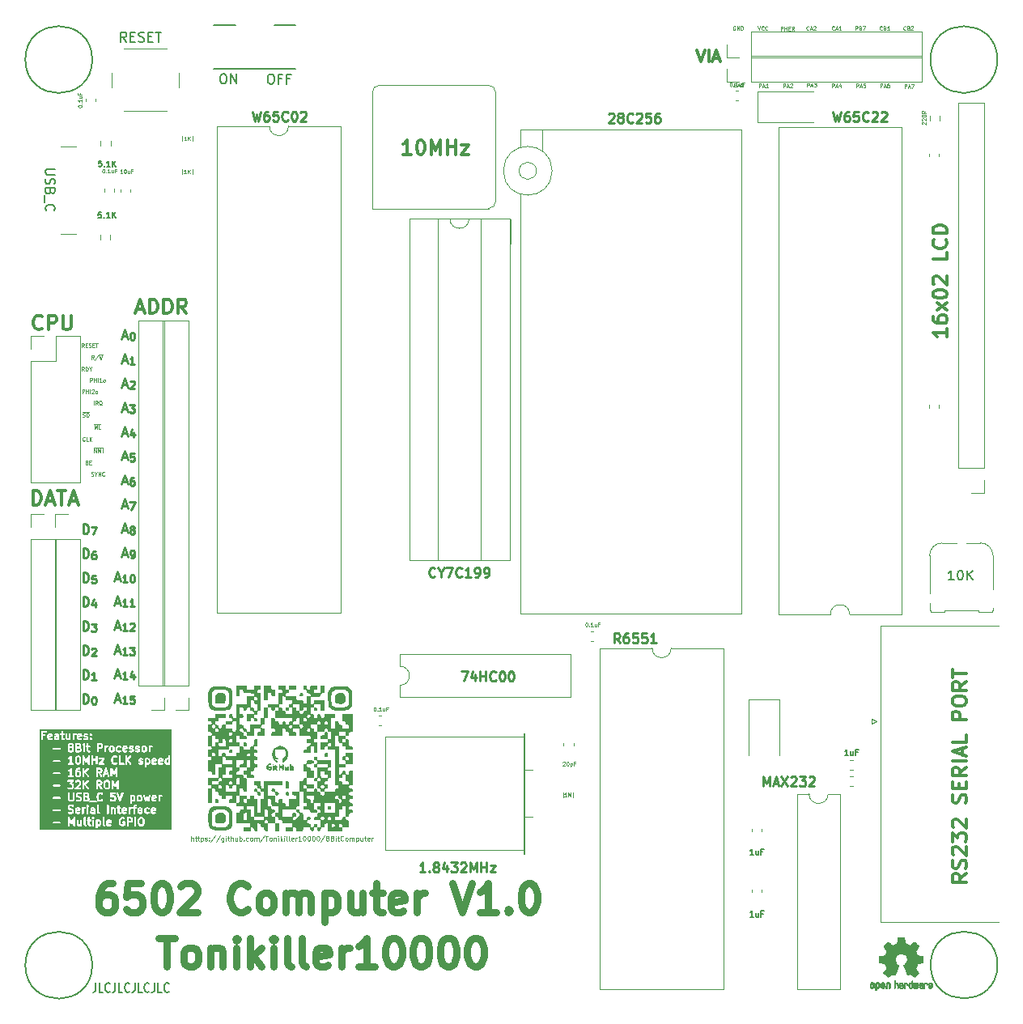
<source format=gbr>
%TF.GenerationSoftware,KiCad,Pcbnew,7.0.9*%
%TF.CreationDate,2024-02-07T01:21:47+02:00*%
%TF.ProjectId,W65C02Computer,57363543-3032-4436-9f6d-70757465722e,rev?*%
%TF.SameCoordinates,Original*%
%TF.FileFunction,Legend,Top*%
%TF.FilePolarity,Positive*%
%FSLAX46Y46*%
G04 Gerber Fmt 4.6, Leading zero omitted, Abs format (unit mm)*
G04 Created by KiCad (PCBNEW 7.0.9) date 2024-02-07 01:21:47*
%MOMM*%
%LPD*%
G01*
G04 APERTURE LIST*
%ADD10C,0.200000*%
%ADD11C,0.375000*%
%ADD12C,0.100000*%
%ADD13C,0.250000*%
%ADD14C,0.750000*%
%ADD15C,0.300000*%
%ADD16C,0.150000*%
%ADD17C,0.120000*%
%ADD18C,0.010000*%
G04 APERTURE END LIST*
D10*
X253620000Y-129570000D02*
G75*
G03*
X253620000Y-129570000I-3500000J0D01*
G01*
X158920000Y-34870000D02*
G75*
G03*
X158920000Y-34870000I-3500000J0D01*
G01*
X158920000Y-129590000D02*
G75*
G03*
X158920000Y-129590000I-3500000J0D01*
G01*
X253610000Y-34870000D02*
G75*
G03*
X253610000Y-34870000I-3500000J0D01*
G01*
D11*
X152736147Y-81444428D02*
X152736147Y-79944428D01*
X152736147Y-79944428D02*
X153093290Y-79944428D01*
X153093290Y-79944428D02*
X153307576Y-80015857D01*
X153307576Y-80015857D02*
X153450433Y-80158714D01*
X153450433Y-80158714D02*
X153521862Y-80301571D01*
X153521862Y-80301571D02*
X153593290Y-80587285D01*
X153593290Y-80587285D02*
X153593290Y-80801571D01*
X153593290Y-80801571D02*
X153521862Y-81087285D01*
X153521862Y-81087285D02*
X153450433Y-81230142D01*
X153450433Y-81230142D02*
X153307576Y-81373000D01*
X153307576Y-81373000D02*
X153093290Y-81444428D01*
X153093290Y-81444428D02*
X152736147Y-81444428D01*
X154164719Y-81015857D02*
X154879005Y-81015857D01*
X154021862Y-81444428D02*
X154521862Y-79944428D01*
X154521862Y-79944428D02*
X155021862Y-81444428D01*
X155307576Y-79944428D02*
X156164719Y-79944428D01*
X155736147Y-81444428D02*
X155736147Y-79944428D01*
X156593290Y-81015857D02*
X157307576Y-81015857D01*
X156450433Y-81444428D02*
X156950433Y-79944428D01*
X156950433Y-79944428D02*
X157450433Y-81444428D01*
D12*
X158677068Y-68579847D02*
X158677068Y-68179847D01*
X158677068Y-68179847D02*
X158829449Y-68179847D01*
X158829449Y-68179847D02*
X158867544Y-68198895D01*
X158867544Y-68198895D02*
X158886591Y-68217942D01*
X158886591Y-68217942D02*
X158905639Y-68256038D01*
X158905639Y-68256038D02*
X158905639Y-68313180D01*
X158905639Y-68313180D02*
X158886591Y-68351276D01*
X158886591Y-68351276D02*
X158867544Y-68370323D01*
X158867544Y-68370323D02*
X158829449Y-68389371D01*
X158829449Y-68389371D02*
X158677068Y-68389371D01*
X159077068Y-68579847D02*
X159077068Y-68179847D01*
X159077068Y-68370323D02*
X159305639Y-68370323D01*
X159305639Y-68579847D02*
X159305639Y-68179847D01*
X159496116Y-68579847D02*
X159496116Y-68179847D01*
X159896115Y-68579847D02*
X159667544Y-68579847D01*
X159781830Y-68579847D02*
X159781830Y-68179847D01*
X159781830Y-68179847D02*
X159743734Y-68236990D01*
X159743734Y-68236990D02*
X159705639Y-68275085D01*
X159705639Y-68275085D02*
X159667544Y-68294133D01*
X160124686Y-68579847D02*
X160086591Y-68560800D01*
X160086591Y-68560800D02*
X160067544Y-68541752D01*
X160067544Y-68541752D02*
X160048496Y-68503657D01*
X160048496Y-68503657D02*
X160048496Y-68389371D01*
X160048496Y-68389371D02*
X160067544Y-68351276D01*
X160067544Y-68351276D02*
X160086591Y-68332228D01*
X160086591Y-68332228D02*
X160124686Y-68313180D01*
X160124686Y-68313180D02*
X160181829Y-68313180D01*
X160181829Y-68313180D02*
X160219925Y-68332228D01*
X160219925Y-68332228D02*
X160238972Y-68351276D01*
X160238972Y-68351276D02*
X160258020Y-68389371D01*
X160258020Y-68389371D02*
X160258020Y-68503657D01*
X160258020Y-68503657D02*
X160238972Y-68541752D01*
X160238972Y-68541752D02*
X160219925Y-68560800D01*
X160219925Y-68560800D02*
X160181829Y-68579847D01*
X160181829Y-68579847D02*
X160124686Y-68579847D01*
D10*
X177520149Y-36407219D02*
X177710625Y-36407219D01*
X177710625Y-36407219D02*
X177805863Y-36454838D01*
X177805863Y-36454838D02*
X177901101Y-36550076D01*
X177901101Y-36550076D02*
X177948720Y-36740552D01*
X177948720Y-36740552D02*
X177948720Y-37073885D01*
X177948720Y-37073885D02*
X177901101Y-37264361D01*
X177901101Y-37264361D02*
X177805863Y-37359600D01*
X177805863Y-37359600D02*
X177710625Y-37407219D01*
X177710625Y-37407219D02*
X177520149Y-37407219D01*
X177520149Y-37407219D02*
X177424911Y-37359600D01*
X177424911Y-37359600D02*
X177329673Y-37264361D01*
X177329673Y-37264361D02*
X177282054Y-37073885D01*
X177282054Y-37073885D02*
X177282054Y-36740552D01*
X177282054Y-36740552D02*
X177329673Y-36550076D01*
X177329673Y-36550076D02*
X177424911Y-36454838D01*
X177424911Y-36454838D02*
X177520149Y-36407219D01*
X178710625Y-36883409D02*
X178377292Y-36883409D01*
X178377292Y-37407219D02*
X178377292Y-36407219D01*
X178377292Y-36407219D02*
X178853482Y-36407219D01*
X179567768Y-36883409D02*
X179234435Y-36883409D01*
X179234435Y-37407219D02*
X179234435Y-36407219D01*
X179234435Y-36407219D02*
X179710625Y-36407219D01*
D12*
X230948496Y-31829847D02*
X230948496Y-31429847D01*
X230948496Y-31429847D02*
X231100877Y-31429847D01*
X231100877Y-31429847D02*
X231138972Y-31448895D01*
X231138972Y-31448895D02*
X231158019Y-31467942D01*
X231158019Y-31467942D02*
X231177067Y-31506038D01*
X231177067Y-31506038D02*
X231177067Y-31563180D01*
X231177067Y-31563180D02*
X231158019Y-31601276D01*
X231158019Y-31601276D02*
X231138972Y-31620323D01*
X231138972Y-31620323D02*
X231100877Y-31639371D01*
X231100877Y-31639371D02*
X230948496Y-31639371D01*
X231348496Y-31829847D02*
X231348496Y-31429847D01*
X231348496Y-31620323D02*
X231577067Y-31620323D01*
X231577067Y-31829847D02*
X231577067Y-31429847D01*
X231767544Y-31620323D02*
X231900877Y-31620323D01*
X231958020Y-31829847D02*
X231767544Y-31829847D01*
X231767544Y-31829847D02*
X231767544Y-31429847D01*
X231767544Y-31429847D02*
X231958020Y-31429847D01*
X232358020Y-31829847D02*
X232224687Y-31639371D01*
X232129449Y-31829847D02*
X232129449Y-31429847D01*
X232129449Y-31429847D02*
X232281830Y-31429847D01*
X232281830Y-31429847D02*
X232319925Y-31448895D01*
X232319925Y-31448895D02*
X232338972Y-31467942D01*
X232338972Y-31467942D02*
X232358020Y-31506038D01*
X232358020Y-31506038D02*
X232358020Y-31563180D01*
X232358020Y-31563180D02*
X232338972Y-31601276D01*
X232338972Y-31601276D02*
X232319925Y-31620323D01*
X232319925Y-31620323D02*
X232281830Y-31639371D01*
X232281830Y-31639371D02*
X232129449Y-31639371D01*
X241527068Y-31741752D02*
X241508020Y-31760800D01*
X241508020Y-31760800D02*
X241450878Y-31779847D01*
X241450878Y-31779847D02*
X241412782Y-31779847D01*
X241412782Y-31779847D02*
X241355639Y-31760800D01*
X241355639Y-31760800D02*
X241317544Y-31722704D01*
X241317544Y-31722704D02*
X241298497Y-31684609D01*
X241298497Y-31684609D02*
X241279449Y-31608419D01*
X241279449Y-31608419D02*
X241279449Y-31551276D01*
X241279449Y-31551276D02*
X241298497Y-31475085D01*
X241298497Y-31475085D02*
X241317544Y-31436990D01*
X241317544Y-31436990D02*
X241355639Y-31398895D01*
X241355639Y-31398895D02*
X241412782Y-31379847D01*
X241412782Y-31379847D02*
X241450878Y-31379847D01*
X241450878Y-31379847D02*
X241508020Y-31398895D01*
X241508020Y-31398895D02*
X241527068Y-31417942D01*
X241831830Y-31570323D02*
X241888973Y-31589371D01*
X241888973Y-31589371D02*
X241908020Y-31608419D01*
X241908020Y-31608419D02*
X241927068Y-31646514D01*
X241927068Y-31646514D02*
X241927068Y-31703657D01*
X241927068Y-31703657D02*
X241908020Y-31741752D01*
X241908020Y-31741752D02*
X241888973Y-31760800D01*
X241888973Y-31760800D02*
X241850878Y-31779847D01*
X241850878Y-31779847D02*
X241698497Y-31779847D01*
X241698497Y-31779847D02*
X241698497Y-31379847D01*
X241698497Y-31379847D02*
X241831830Y-31379847D01*
X241831830Y-31379847D02*
X241869925Y-31398895D01*
X241869925Y-31398895D02*
X241888973Y-31417942D01*
X241888973Y-31417942D02*
X241908020Y-31456038D01*
X241908020Y-31456038D02*
X241908020Y-31494133D01*
X241908020Y-31494133D02*
X241888973Y-31532228D01*
X241888973Y-31532228D02*
X241869925Y-31551276D01*
X241869925Y-31551276D02*
X241831830Y-31570323D01*
X241831830Y-31570323D02*
X241698497Y-31570323D01*
X242308020Y-31779847D02*
X242079449Y-31779847D01*
X242193735Y-31779847D02*
X242193735Y-31379847D01*
X242193735Y-31379847D02*
X242155639Y-31436990D01*
X242155639Y-31436990D02*
X242117544Y-31475085D01*
X242117544Y-31475085D02*
X242079449Y-31494133D01*
D13*
X157961717Y-102199619D02*
X157961717Y-101199619D01*
X157961717Y-101199619D02*
X158199812Y-101199619D01*
X158199812Y-101199619D02*
X158342669Y-101247238D01*
X158342669Y-101247238D02*
X158437907Y-101342476D01*
X158437907Y-101342476D02*
X158485526Y-101437714D01*
X158485526Y-101437714D02*
X158533145Y-101628190D01*
X158533145Y-101628190D02*
X158533145Y-101771047D01*
X158533145Y-101771047D02*
X158485526Y-101961523D01*
X158485526Y-101961523D02*
X158437907Y-102056761D01*
X158437907Y-102056761D02*
X158342669Y-102152000D01*
X158342669Y-102152000D02*
X158199812Y-102199619D01*
X158199812Y-102199619D02*
X157961717Y-102199619D01*
X159066479Y-101510095D02*
X159142669Y-101510095D01*
X159142669Y-101510095D02*
X159218860Y-101548190D01*
X159218860Y-101548190D02*
X159256955Y-101586285D01*
X159256955Y-101586285D02*
X159295050Y-101662476D01*
X159295050Y-101662476D02*
X159333145Y-101814857D01*
X159333145Y-101814857D02*
X159333145Y-102005333D01*
X159333145Y-102005333D02*
X159295050Y-102157714D01*
X159295050Y-102157714D02*
X159256955Y-102233904D01*
X159256955Y-102233904D02*
X159218860Y-102272000D01*
X159218860Y-102272000D02*
X159142669Y-102310095D01*
X159142669Y-102310095D02*
X159066479Y-102310095D01*
X159066479Y-102310095D02*
X158990288Y-102272000D01*
X158990288Y-102272000D02*
X158952193Y-102233904D01*
X158952193Y-102233904D02*
X158914098Y-102157714D01*
X158914098Y-102157714D02*
X158876002Y-102005333D01*
X158876002Y-102005333D02*
X158876002Y-101814857D01*
X158876002Y-101814857D02*
X158914098Y-101662476D01*
X158914098Y-101662476D02*
X158952193Y-101586285D01*
X158952193Y-101586285D02*
X158990288Y-101548190D01*
X158990288Y-101548190D02*
X159066479Y-101510095D01*
X157961717Y-89521047D02*
X157961717Y-88521047D01*
X157961717Y-88521047D02*
X158199812Y-88521047D01*
X158199812Y-88521047D02*
X158342669Y-88568666D01*
X158342669Y-88568666D02*
X158437907Y-88663904D01*
X158437907Y-88663904D02*
X158485526Y-88759142D01*
X158485526Y-88759142D02*
X158533145Y-88949618D01*
X158533145Y-88949618D02*
X158533145Y-89092475D01*
X158533145Y-89092475D02*
X158485526Y-89282951D01*
X158485526Y-89282951D02*
X158437907Y-89378189D01*
X158437907Y-89378189D02*
X158342669Y-89473428D01*
X158342669Y-89473428D02*
X158199812Y-89521047D01*
X158199812Y-89521047D02*
X157961717Y-89521047D01*
X159295050Y-88831523D02*
X158914098Y-88831523D01*
X158914098Y-88831523D02*
X158876002Y-89212475D01*
X158876002Y-89212475D02*
X158914098Y-89174380D01*
X158914098Y-89174380D02*
X158990288Y-89136285D01*
X158990288Y-89136285D02*
X159180764Y-89136285D01*
X159180764Y-89136285D02*
X159256955Y-89174380D01*
X159256955Y-89174380D02*
X159295050Y-89212475D01*
X159295050Y-89212475D02*
X159333145Y-89288666D01*
X159333145Y-89288666D02*
X159333145Y-89479142D01*
X159333145Y-89479142D02*
X159295050Y-89555332D01*
X159295050Y-89555332D02*
X159256955Y-89593428D01*
X159256955Y-89593428D02*
X159180764Y-89631523D01*
X159180764Y-89631523D02*
X158990288Y-89631523D01*
X158990288Y-89631523D02*
X158914098Y-89593428D01*
X158914098Y-89593428D02*
X158876002Y-89555332D01*
X162056955Y-76480569D02*
X162533145Y-76480569D01*
X161961717Y-76766284D02*
X162295050Y-75766284D01*
X162295050Y-75766284D02*
X162628383Y-76766284D01*
X163295050Y-76076760D02*
X162914098Y-76076760D01*
X162914098Y-76076760D02*
X162876002Y-76457712D01*
X162876002Y-76457712D02*
X162914098Y-76419617D01*
X162914098Y-76419617D02*
X162990288Y-76381522D01*
X162990288Y-76381522D02*
X163180764Y-76381522D01*
X163180764Y-76381522D02*
X163256955Y-76419617D01*
X163256955Y-76419617D02*
X163295050Y-76457712D01*
X163295050Y-76457712D02*
X163333145Y-76533903D01*
X163333145Y-76533903D02*
X163333145Y-76724379D01*
X163333145Y-76724379D02*
X163295050Y-76800569D01*
X163295050Y-76800569D02*
X163256955Y-76838665D01*
X163256955Y-76838665D02*
X163180764Y-76876760D01*
X163180764Y-76876760D02*
X162990288Y-76876760D01*
X162990288Y-76876760D02*
X162914098Y-76838665D01*
X162914098Y-76838665D02*
X162876002Y-76800569D01*
D11*
X250386928Y-120032856D02*
X249672642Y-120532856D01*
X250386928Y-120889999D02*
X248886928Y-120889999D01*
X248886928Y-120889999D02*
X248886928Y-120318570D01*
X248886928Y-120318570D02*
X248958357Y-120175713D01*
X248958357Y-120175713D02*
X249029785Y-120104284D01*
X249029785Y-120104284D02*
X249172642Y-120032856D01*
X249172642Y-120032856D02*
X249386928Y-120032856D01*
X249386928Y-120032856D02*
X249529785Y-120104284D01*
X249529785Y-120104284D02*
X249601214Y-120175713D01*
X249601214Y-120175713D02*
X249672642Y-120318570D01*
X249672642Y-120318570D02*
X249672642Y-120889999D01*
X250315500Y-119461427D02*
X250386928Y-119247142D01*
X250386928Y-119247142D02*
X250386928Y-118889999D01*
X250386928Y-118889999D02*
X250315500Y-118747142D01*
X250315500Y-118747142D02*
X250244071Y-118675713D01*
X250244071Y-118675713D02*
X250101214Y-118604284D01*
X250101214Y-118604284D02*
X249958357Y-118604284D01*
X249958357Y-118604284D02*
X249815500Y-118675713D01*
X249815500Y-118675713D02*
X249744071Y-118747142D01*
X249744071Y-118747142D02*
X249672642Y-118889999D01*
X249672642Y-118889999D02*
X249601214Y-119175713D01*
X249601214Y-119175713D02*
X249529785Y-119318570D01*
X249529785Y-119318570D02*
X249458357Y-119389999D01*
X249458357Y-119389999D02*
X249315500Y-119461427D01*
X249315500Y-119461427D02*
X249172642Y-119461427D01*
X249172642Y-119461427D02*
X249029785Y-119389999D01*
X249029785Y-119389999D02*
X248958357Y-119318570D01*
X248958357Y-119318570D02*
X248886928Y-119175713D01*
X248886928Y-119175713D02*
X248886928Y-118818570D01*
X248886928Y-118818570D02*
X248958357Y-118604284D01*
X249029785Y-118032856D02*
X248958357Y-117961428D01*
X248958357Y-117961428D02*
X248886928Y-117818571D01*
X248886928Y-117818571D02*
X248886928Y-117461428D01*
X248886928Y-117461428D02*
X248958357Y-117318571D01*
X248958357Y-117318571D02*
X249029785Y-117247142D01*
X249029785Y-117247142D02*
X249172642Y-117175713D01*
X249172642Y-117175713D02*
X249315500Y-117175713D01*
X249315500Y-117175713D02*
X249529785Y-117247142D01*
X249529785Y-117247142D02*
X250386928Y-118104285D01*
X250386928Y-118104285D02*
X250386928Y-117175713D01*
X248886928Y-116675714D02*
X248886928Y-115747142D01*
X248886928Y-115747142D02*
X249458357Y-116247142D01*
X249458357Y-116247142D02*
X249458357Y-116032857D01*
X249458357Y-116032857D02*
X249529785Y-115890000D01*
X249529785Y-115890000D02*
X249601214Y-115818571D01*
X249601214Y-115818571D02*
X249744071Y-115747142D01*
X249744071Y-115747142D02*
X250101214Y-115747142D01*
X250101214Y-115747142D02*
X250244071Y-115818571D01*
X250244071Y-115818571D02*
X250315500Y-115890000D01*
X250315500Y-115890000D02*
X250386928Y-116032857D01*
X250386928Y-116032857D02*
X250386928Y-116461428D01*
X250386928Y-116461428D02*
X250315500Y-116604285D01*
X250315500Y-116604285D02*
X250244071Y-116675714D01*
X249029785Y-115175714D02*
X248958357Y-115104286D01*
X248958357Y-115104286D02*
X248886928Y-114961429D01*
X248886928Y-114961429D02*
X248886928Y-114604286D01*
X248886928Y-114604286D02*
X248958357Y-114461429D01*
X248958357Y-114461429D02*
X249029785Y-114390000D01*
X249029785Y-114390000D02*
X249172642Y-114318571D01*
X249172642Y-114318571D02*
X249315500Y-114318571D01*
X249315500Y-114318571D02*
X249529785Y-114390000D01*
X249529785Y-114390000D02*
X250386928Y-115247143D01*
X250386928Y-115247143D02*
X250386928Y-114318571D01*
X250315500Y-112604286D02*
X250386928Y-112390001D01*
X250386928Y-112390001D02*
X250386928Y-112032858D01*
X250386928Y-112032858D02*
X250315500Y-111890001D01*
X250315500Y-111890001D02*
X250244071Y-111818572D01*
X250244071Y-111818572D02*
X250101214Y-111747143D01*
X250101214Y-111747143D02*
X249958357Y-111747143D01*
X249958357Y-111747143D02*
X249815500Y-111818572D01*
X249815500Y-111818572D02*
X249744071Y-111890001D01*
X249744071Y-111890001D02*
X249672642Y-112032858D01*
X249672642Y-112032858D02*
X249601214Y-112318572D01*
X249601214Y-112318572D02*
X249529785Y-112461429D01*
X249529785Y-112461429D02*
X249458357Y-112532858D01*
X249458357Y-112532858D02*
X249315500Y-112604286D01*
X249315500Y-112604286D02*
X249172642Y-112604286D01*
X249172642Y-112604286D02*
X249029785Y-112532858D01*
X249029785Y-112532858D02*
X248958357Y-112461429D01*
X248958357Y-112461429D02*
X248886928Y-112318572D01*
X248886928Y-112318572D02*
X248886928Y-111961429D01*
X248886928Y-111961429D02*
X248958357Y-111747143D01*
X249601214Y-111104287D02*
X249601214Y-110604287D01*
X250386928Y-110390001D02*
X250386928Y-111104287D01*
X250386928Y-111104287D02*
X248886928Y-111104287D01*
X248886928Y-111104287D02*
X248886928Y-110390001D01*
X250386928Y-108890001D02*
X249672642Y-109390001D01*
X250386928Y-109747144D02*
X248886928Y-109747144D01*
X248886928Y-109747144D02*
X248886928Y-109175715D01*
X248886928Y-109175715D02*
X248958357Y-109032858D01*
X248958357Y-109032858D02*
X249029785Y-108961429D01*
X249029785Y-108961429D02*
X249172642Y-108890001D01*
X249172642Y-108890001D02*
X249386928Y-108890001D01*
X249386928Y-108890001D02*
X249529785Y-108961429D01*
X249529785Y-108961429D02*
X249601214Y-109032858D01*
X249601214Y-109032858D02*
X249672642Y-109175715D01*
X249672642Y-109175715D02*
X249672642Y-109747144D01*
X250386928Y-108247144D02*
X248886928Y-108247144D01*
X249958357Y-107604286D02*
X249958357Y-106890001D01*
X250386928Y-107747143D02*
X248886928Y-107247143D01*
X248886928Y-107247143D02*
X250386928Y-106747143D01*
X250386928Y-105532858D02*
X250386928Y-106247144D01*
X250386928Y-106247144D02*
X248886928Y-106247144D01*
X250386928Y-103890001D02*
X248886928Y-103890001D01*
X248886928Y-103890001D02*
X248886928Y-103318572D01*
X248886928Y-103318572D02*
X248958357Y-103175715D01*
X248958357Y-103175715D02*
X249029785Y-103104286D01*
X249029785Y-103104286D02*
X249172642Y-103032858D01*
X249172642Y-103032858D02*
X249386928Y-103032858D01*
X249386928Y-103032858D02*
X249529785Y-103104286D01*
X249529785Y-103104286D02*
X249601214Y-103175715D01*
X249601214Y-103175715D02*
X249672642Y-103318572D01*
X249672642Y-103318572D02*
X249672642Y-103890001D01*
X248886928Y-102104286D02*
X248886928Y-101818572D01*
X248886928Y-101818572D02*
X248958357Y-101675715D01*
X248958357Y-101675715D02*
X249101214Y-101532858D01*
X249101214Y-101532858D02*
X249386928Y-101461429D01*
X249386928Y-101461429D02*
X249886928Y-101461429D01*
X249886928Y-101461429D02*
X250172642Y-101532858D01*
X250172642Y-101532858D02*
X250315500Y-101675715D01*
X250315500Y-101675715D02*
X250386928Y-101818572D01*
X250386928Y-101818572D02*
X250386928Y-102104286D01*
X250386928Y-102104286D02*
X250315500Y-102247144D01*
X250315500Y-102247144D02*
X250172642Y-102390001D01*
X250172642Y-102390001D02*
X249886928Y-102461429D01*
X249886928Y-102461429D02*
X249386928Y-102461429D01*
X249386928Y-102461429D02*
X249101214Y-102390001D01*
X249101214Y-102390001D02*
X248958357Y-102247144D01*
X248958357Y-102247144D02*
X248886928Y-102104286D01*
X250386928Y-99961429D02*
X249672642Y-100461429D01*
X250386928Y-100818572D02*
X248886928Y-100818572D01*
X248886928Y-100818572D02*
X248886928Y-100247143D01*
X248886928Y-100247143D02*
X248958357Y-100104286D01*
X248958357Y-100104286D02*
X249029785Y-100032857D01*
X249029785Y-100032857D02*
X249172642Y-99961429D01*
X249172642Y-99961429D02*
X249386928Y-99961429D01*
X249386928Y-99961429D02*
X249529785Y-100032857D01*
X249529785Y-100032857D02*
X249601214Y-100104286D01*
X249601214Y-100104286D02*
X249672642Y-100247143D01*
X249672642Y-100247143D02*
X249672642Y-100818572D01*
X248886928Y-99532857D02*
X248886928Y-98675715D01*
X250386928Y-99104286D02*
X248886928Y-99104286D01*
D12*
X158817544Y-78383528D02*
X158874687Y-78402575D01*
X158874687Y-78402575D02*
X158969925Y-78402575D01*
X158969925Y-78402575D02*
X159008020Y-78383528D01*
X159008020Y-78383528D02*
X159027068Y-78364480D01*
X159027068Y-78364480D02*
X159046115Y-78326385D01*
X159046115Y-78326385D02*
X159046115Y-78288289D01*
X159046115Y-78288289D02*
X159027068Y-78250194D01*
X159027068Y-78250194D02*
X159008020Y-78231147D01*
X159008020Y-78231147D02*
X158969925Y-78212099D01*
X158969925Y-78212099D02*
X158893734Y-78193051D01*
X158893734Y-78193051D02*
X158855639Y-78174004D01*
X158855639Y-78174004D02*
X158836592Y-78154956D01*
X158836592Y-78154956D02*
X158817544Y-78116861D01*
X158817544Y-78116861D02*
X158817544Y-78078766D01*
X158817544Y-78078766D02*
X158836592Y-78040670D01*
X158836592Y-78040670D02*
X158855639Y-78021623D01*
X158855639Y-78021623D02*
X158893734Y-78002575D01*
X158893734Y-78002575D02*
X158988973Y-78002575D01*
X158988973Y-78002575D02*
X159046115Y-78021623D01*
X159293734Y-78212099D02*
X159293734Y-78402575D01*
X159160401Y-78002575D02*
X159293734Y-78212099D01*
X159293734Y-78212099D02*
X159427067Y-78002575D01*
X159560401Y-78402575D02*
X159560401Y-78002575D01*
X159560401Y-78002575D02*
X159788972Y-78402575D01*
X159788972Y-78402575D02*
X159788972Y-78002575D01*
X160208020Y-78364480D02*
X160188972Y-78383528D01*
X160188972Y-78383528D02*
X160131830Y-78402575D01*
X160131830Y-78402575D02*
X160093734Y-78402575D01*
X160093734Y-78402575D02*
X160036591Y-78383528D01*
X160036591Y-78383528D02*
X159998496Y-78345432D01*
X159998496Y-78345432D02*
X159979449Y-78307337D01*
X159979449Y-78307337D02*
X159960401Y-78231147D01*
X159960401Y-78231147D02*
X159960401Y-78174004D01*
X159960401Y-78174004D02*
X159979449Y-78097813D01*
X159979449Y-78097813D02*
X159998496Y-78059718D01*
X159998496Y-78059718D02*
X160036591Y-78021623D01*
X160036591Y-78021623D02*
X160093734Y-78002575D01*
X160093734Y-78002575D02*
X160131830Y-78002575D01*
X160131830Y-78002575D02*
X160188972Y-78021623D01*
X160188972Y-78021623D02*
X160208020Y-78040670D01*
X241355640Y-37779847D02*
X241355640Y-37379847D01*
X241355640Y-37379847D02*
X241508021Y-37379847D01*
X241508021Y-37379847D02*
X241546116Y-37398895D01*
X241546116Y-37398895D02*
X241565163Y-37417942D01*
X241565163Y-37417942D02*
X241584211Y-37456038D01*
X241584211Y-37456038D02*
X241584211Y-37513180D01*
X241584211Y-37513180D02*
X241565163Y-37551276D01*
X241565163Y-37551276D02*
X241546116Y-37570323D01*
X241546116Y-37570323D02*
X241508021Y-37589371D01*
X241508021Y-37589371D02*
X241355640Y-37589371D01*
X241736592Y-37665561D02*
X241927068Y-37665561D01*
X241698497Y-37779847D02*
X241831830Y-37379847D01*
X241831830Y-37379847D02*
X241965163Y-37779847D01*
X242269925Y-37379847D02*
X242193735Y-37379847D01*
X242193735Y-37379847D02*
X242155639Y-37398895D01*
X242155639Y-37398895D02*
X242136592Y-37417942D01*
X242136592Y-37417942D02*
X242098497Y-37475085D01*
X242098497Y-37475085D02*
X242079449Y-37551276D01*
X242079449Y-37551276D02*
X242079449Y-37703657D01*
X242079449Y-37703657D02*
X242098497Y-37741752D01*
X242098497Y-37741752D02*
X242117544Y-37760800D01*
X242117544Y-37760800D02*
X242155639Y-37779847D01*
X242155639Y-37779847D02*
X242231830Y-37779847D01*
X242231830Y-37779847D02*
X242269925Y-37760800D01*
X242269925Y-37760800D02*
X242288973Y-37741752D01*
X242288973Y-37741752D02*
X242308020Y-37703657D01*
X242308020Y-37703657D02*
X242308020Y-37608419D01*
X242308020Y-37608419D02*
X242288973Y-37570323D01*
X242288973Y-37570323D02*
X242269925Y-37551276D01*
X242269925Y-37551276D02*
X242231830Y-37532228D01*
X242231830Y-37532228D02*
X242155639Y-37532228D01*
X242155639Y-37532228D02*
X242117544Y-37551276D01*
X242117544Y-37551276D02*
X242098497Y-37570323D01*
X242098497Y-37570323D02*
X242079449Y-37608419D01*
X238748497Y-31779847D02*
X238748497Y-31379847D01*
X238748497Y-31379847D02*
X238900878Y-31379847D01*
X238900878Y-31379847D02*
X238938973Y-31398895D01*
X238938973Y-31398895D02*
X238958020Y-31417942D01*
X238958020Y-31417942D02*
X238977068Y-31456038D01*
X238977068Y-31456038D02*
X238977068Y-31513180D01*
X238977068Y-31513180D02*
X238958020Y-31551276D01*
X238958020Y-31551276D02*
X238938973Y-31570323D01*
X238938973Y-31570323D02*
X238900878Y-31589371D01*
X238900878Y-31589371D02*
X238748497Y-31589371D01*
X239281830Y-31570323D02*
X239338973Y-31589371D01*
X239338973Y-31589371D02*
X239358020Y-31608419D01*
X239358020Y-31608419D02*
X239377068Y-31646514D01*
X239377068Y-31646514D02*
X239377068Y-31703657D01*
X239377068Y-31703657D02*
X239358020Y-31741752D01*
X239358020Y-31741752D02*
X239338973Y-31760800D01*
X239338973Y-31760800D02*
X239300878Y-31779847D01*
X239300878Y-31779847D02*
X239148497Y-31779847D01*
X239148497Y-31779847D02*
X239148497Y-31379847D01*
X239148497Y-31379847D02*
X239281830Y-31379847D01*
X239281830Y-31379847D02*
X239319925Y-31398895D01*
X239319925Y-31398895D02*
X239338973Y-31417942D01*
X239338973Y-31417942D02*
X239358020Y-31456038D01*
X239358020Y-31456038D02*
X239358020Y-31494133D01*
X239358020Y-31494133D02*
X239338973Y-31532228D01*
X239338973Y-31532228D02*
X239319925Y-31551276D01*
X239319925Y-31551276D02*
X239281830Y-31570323D01*
X239281830Y-31570323D02*
X239148497Y-31570323D01*
X239510401Y-31379847D02*
X239777068Y-31379847D01*
X239777068Y-31379847D02*
X239605639Y-31779847D01*
X228529449Y-31379847D02*
X228662782Y-31779847D01*
X228662782Y-31779847D02*
X228796115Y-31379847D01*
X229158020Y-31741752D02*
X229138972Y-31760800D01*
X229138972Y-31760800D02*
X229081830Y-31779847D01*
X229081830Y-31779847D02*
X229043734Y-31779847D01*
X229043734Y-31779847D02*
X228986591Y-31760800D01*
X228986591Y-31760800D02*
X228948496Y-31722704D01*
X228948496Y-31722704D02*
X228929449Y-31684609D01*
X228929449Y-31684609D02*
X228910401Y-31608419D01*
X228910401Y-31608419D02*
X228910401Y-31551276D01*
X228910401Y-31551276D02*
X228929449Y-31475085D01*
X228929449Y-31475085D02*
X228948496Y-31436990D01*
X228948496Y-31436990D02*
X228986591Y-31398895D01*
X228986591Y-31398895D02*
X229043734Y-31379847D01*
X229043734Y-31379847D02*
X229081830Y-31379847D01*
X229081830Y-31379847D02*
X229138972Y-31398895D01*
X229138972Y-31398895D02*
X229158020Y-31417942D01*
X229558020Y-31741752D02*
X229538972Y-31760800D01*
X229538972Y-31760800D02*
X229481830Y-31779847D01*
X229481830Y-31779847D02*
X229443734Y-31779847D01*
X229443734Y-31779847D02*
X229386591Y-31760800D01*
X229386591Y-31760800D02*
X229348496Y-31722704D01*
X229348496Y-31722704D02*
X229329449Y-31684609D01*
X229329449Y-31684609D02*
X229310401Y-31608419D01*
X229310401Y-31608419D02*
X229310401Y-31551276D01*
X229310401Y-31551276D02*
X229329449Y-31475085D01*
X229329449Y-31475085D02*
X229348496Y-31436990D01*
X229348496Y-31436990D02*
X229386591Y-31398895D01*
X229386591Y-31398895D02*
X229443734Y-31379847D01*
X229443734Y-31379847D02*
X229481830Y-31379847D01*
X229481830Y-31379847D02*
X229538972Y-31398895D01*
X229538972Y-31398895D02*
X229558020Y-31417942D01*
D13*
X162056955Y-71413903D02*
X162533145Y-71413903D01*
X161961717Y-71699618D02*
X162295050Y-70699618D01*
X162295050Y-70699618D02*
X162628383Y-71699618D01*
X162837907Y-71010094D02*
X163333145Y-71010094D01*
X163333145Y-71010094D02*
X163066479Y-71314856D01*
X163066479Y-71314856D02*
X163180764Y-71314856D01*
X163180764Y-71314856D02*
X163256955Y-71352951D01*
X163256955Y-71352951D02*
X163295050Y-71391046D01*
X163295050Y-71391046D02*
X163333145Y-71467237D01*
X163333145Y-71467237D02*
X163333145Y-71657713D01*
X163333145Y-71657713D02*
X163295050Y-71733903D01*
X163295050Y-71733903D02*
X163256955Y-71771999D01*
X163256955Y-71771999D02*
X163180764Y-71810094D01*
X163180764Y-71810094D02*
X162952193Y-71810094D01*
X162952193Y-71810094D02*
X162876002Y-71771999D01*
X162876002Y-71771999D02*
X162837907Y-71733903D01*
X162056955Y-66347237D02*
X162533145Y-66347237D01*
X161961717Y-66632952D02*
X162295050Y-65632952D01*
X162295050Y-65632952D02*
X162628383Y-66632952D01*
X163333145Y-66743428D02*
X162876002Y-66743428D01*
X163104574Y-66743428D02*
X163104574Y-65943428D01*
X163104574Y-65943428D02*
X163028383Y-66057713D01*
X163028383Y-66057713D02*
X162952193Y-66133904D01*
X162952193Y-66133904D02*
X162876002Y-66171999D01*
D12*
X233884211Y-31741752D02*
X233865163Y-31760800D01*
X233865163Y-31760800D02*
X233808021Y-31779847D01*
X233808021Y-31779847D02*
X233769925Y-31779847D01*
X233769925Y-31779847D02*
X233712782Y-31760800D01*
X233712782Y-31760800D02*
X233674687Y-31722704D01*
X233674687Y-31722704D02*
X233655640Y-31684609D01*
X233655640Y-31684609D02*
X233636592Y-31608419D01*
X233636592Y-31608419D02*
X233636592Y-31551276D01*
X233636592Y-31551276D02*
X233655640Y-31475085D01*
X233655640Y-31475085D02*
X233674687Y-31436990D01*
X233674687Y-31436990D02*
X233712782Y-31398895D01*
X233712782Y-31398895D02*
X233769925Y-31379847D01*
X233769925Y-31379847D02*
X233808021Y-31379847D01*
X233808021Y-31379847D02*
X233865163Y-31398895D01*
X233865163Y-31398895D02*
X233884211Y-31417942D01*
X234036592Y-31665561D02*
X234227068Y-31665561D01*
X233998497Y-31779847D02*
X234131830Y-31379847D01*
X234131830Y-31379847D02*
X234265163Y-31779847D01*
X234379449Y-31417942D02*
X234398497Y-31398895D01*
X234398497Y-31398895D02*
X234436592Y-31379847D01*
X234436592Y-31379847D02*
X234531830Y-31379847D01*
X234531830Y-31379847D02*
X234569925Y-31398895D01*
X234569925Y-31398895D02*
X234588973Y-31417942D01*
X234588973Y-31417942D02*
X234608020Y-31456038D01*
X234608020Y-31456038D02*
X234608020Y-31494133D01*
X234608020Y-31494133D02*
X234588973Y-31551276D01*
X234588973Y-31551276D02*
X234360401Y-31779847D01*
X234360401Y-31779847D02*
X234608020Y-31779847D01*
X158048496Y-64952575D02*
X157915163Y-64762099D01*
X157819925Y-64952575D02*
X157819925Y-64552575D01*
X157819925Y-64552575D02*
X157972306Y-64552575D01*
X157972306Y-64552575D02*
X158010401Y-64571623D01*
X158010401Y-64571623D02*
X158029448Y-64590670D01*
X158029448Y-64590670D02*
X158048496Y-64628766D01*
X158048496Y-64628766D02*
X158048496Y-64685908D01*
X158048496Y-64685908D02*
X158029448Y-64724004D01*
X158029448Y-64724004D02*
X158010401Y-64743051D01*
X158010401Y-64743051D02*
X157972306Y-64762099D01*
X157972306Y-64762099D02*
X157819925Y-64762099D01*
X158219925Y-64743051D02*
X158353258Y-64743051D01*
X158410401Y-64952575D02*
X158219925Y-64952575D01*
X158219925Y-64952575D02*
X158219925Y-64552575D01*
X158219925Y-64552575D02*
X158410401Y-64552575D01*
X158562782Y-64933528D02*
X158619925Y-64952575D01*
X158619925Y-64952575D02*
X158715163Y-64952575D01*
X158715163Y-64952575D02*
X158753258Y-64933528D01*
X158753258Y-64933528D02*
X158772306Y-64914480D01*
X158772306Y-64914480D02*
X158791353Y-64876385D01*
X158791353Y-64876385D02*
X158791353Y-64838289D01*
X158791353Y-64838289D02*
X158772306Y-64800194D01*
X158772306Y-64800194D02*
X158753258Y-64781147D01*
X158753258Y-64781147D02*
X158715163Y-64762099D01*
X158715163Y-64762099D02*
X158638972Y-64743051D01*
X158638972Y-64743051D02*
X158600877Y-64724004D01*
X158600877Y-64724004D02*
X158581830Y-64704956D01*
X158581830Y-64704956D02*
X158562782Y-64666861D01*
X158562782Y-64666861D02*
X158562782Y-64628766D01*
X158562782Y-64628766D02*
X158581830Y-64590670D01*
X158581830Y-64590670D02*
X158600877Y-64571623D01*
X158600877Y-64571623D02*
X158638972Y-64552575D01*
X158638972Y-64552575D02*
X158734211Y-64552575D01*
X158734211Y-64552575D02*
X158791353Y-64571623D01*
X158962782Y-64743051D02*
X159096115Y-64743051D01*
X159153258Y-64952575D02*
X158962782Y-64952575D01*
X158962782Y-64952575D02*
X158962782Y-64552575D01*
X158962782Y-64552575D02*
X159153258Y-64552575D01*
X159267544Y-64552575D02*
X159496115Y-64552575D01*
X159381829Y-64952575D02*
X159381829Y-64552575D01*
D13*
X162056955Y-73947236D02*
X162533145Y-73947236D01*
X161961717Y-74232951D02*
X162295050Y-73232951D01*
X162295050Y-73232951D02*
X162628383Y-74232951D01*
X163256955Y-73810093D02*
X163256955Y-74343427D01*
X163066479Y-73505332D02*
X162876002Y-74076760D01*
X162876002Y-74076760D02*
X163371241Y-74076760D01*
D12*
X233705640Y-37729847D02*
X233705640Y-37329847D01*
X233705640Y-37329847D02*
X233858021Y-37329847D01*
X233858021Y-37329847D02*
X233896116Y-37348895D01*
X233896116Y-37348895D02*
X233915163Y-37367942D01*
X233915163Y-37367942D02*
X233934211Y-37406038D01*
X233934211Y-37406038D02*
X233934211Y-37463180D01*
X233934211Y-37463180D02*
X233915163Y-37501276D01*
X233915163Y-37501276D02*
X233896116Y-37520323D01*
X233896116Y-37520323D02*
X233858021Y-37539371D01*
X233858021Y-37539371D02*
X233705640Y-37539371D01*
X234086592Y-37615561D02*
X234277068Y-37615561D01*
X234048497Y-37729847D02*
X234181830Y-37329847D01*
X234181830Y-37329847D02*
X234315163Y-37729847D01*
X234410401Y-37329847D02*
X234658020Y-37329847D01*
X234658020Y-37329847D02*
X234524687Y-37482228D01*
X234524687Y-37482228D02*
X234581830Y-37482228D01*
X234581830Y-37482228D02*
X234619925Y-37501276D01*
X234619925Y-37501276D02*
X234638973Y-37520323D01*
X234638973Y-37520323D02*
X234658020Y-37558419D01*
X234658020Y-37558419D02*
X234658020Y-37653657D01*
X234658020Y-37653657D02*
X234638973Y-37691752D01*
X234638973Y-37691752D02*
X234619925Y-37710800D01*
X234619925Y-37710800D02*
X234581830Y-37729847D01*
X234581830Y-37729847D02*
X234467544Y-37729847D01*
X234467544Y-37729847D02*
X234429449Y-37710800D01*
X234429449Y-37710800D02*
X234410401Y-37691752D01*
X158134210Y-74706902D02*
X158115162Y-74725950D01*
X158115162Y-74725950D02*
X158058020Y-74744997D01*
X158058020Y-74744997D02*
X158019924Y-74744997D01*
X158019924Y-74744997D02*
X157962781Y-74725950D01*
X157962781Y-74725950D02*
X157924686Y-74687854D01*
X157924686Y-74687854D02*
X157905639Y-74649759D01*
X157905639Y-74649759D02*
X157886591Y-74573569D01*
X157886591Y-74573569D02*
X157886591Y-74516426D01*
X157886591Y-74516426D02*
X157905639Y-74440235D01*
X157905639Y-74440235D02*
X157924686Y-74402140D01*
X157924686Y-74402140D02*
X157962781Y-74364045D01*
X157962781Y-74364045D02*
X158019924Y-74344997D01*
X158019924Y-74344997D02*
X158058020Y-74344997D01*
X158058020Y-74344997D02*
X158115162Y-74364045D01*
X158115162Y-74364045D02*
X158134210Y-74383092D01*
X158496115Y-74744997D02*
X158305639Y-74744997D01*
X158305639Y-74744997D02*
X158305639Y-74344997D01*
X158629449Y-74744997D02*
X158629449Y-74344997D01*
X158858020Y-74744997D02*
X158686591Y-74516426D01*
X158858020Y-74344997D02*
X158629449Y-74573569D01*
X159069925Y-70970756D02*
X159069925Y-70570756D01*
X159488972Y-70970756D02*
X159355639Y-70780280D01*
X159260401Y-70970756D02*
X159260401Y-70570756D01*
X159260401Y-70570756D02*
X159412782Y-70570756D01*
X159412782Y-70570756D02*
X159450877Y-70589804D01*
X159450877Y-70589804D02*
X159469924Y-70608851D01*
X159469924Y-70608851D02*
X159488972Y-70646947D01*
X159488972Y-70646947D02*
X159488972Y-70704089D01*
X159488972Y-70704089D02*
X159469924Y-70742185D01*
X159469924Y-70742185D02*
X159450877Y-70761232D01*
X159450877Y-70761232D02*
X159412782Y-70780280D01*
X159412782Y-70780280D02*
X159260401Y-70780280D01*
X159927067Y-71008851D02*
X159888972Y-70989804D01*
X159888972Y-70989804D02*
X159850877Y-70951709D01*
X159850877Y-70951709D02*
X159793734Y-70894566D01*
X159793734Y-70894566D02*
X159755639Y-70875518D01*
X159755639Y-70875518D02*
X159717543Y-70875518D01*
X159736591Y-70970756D02*
X159698496Y-70951709D01*
X159698496Y-70951709D02*
X159660401Y-70913613D01*
X159660401Y-70913613D02*
X159641353Y-70837423D01*
X159641353Y-70837423D02*
X159641353Y-70704089D01*
X159641353Y-70704089D02*
X159660401Y-70627899D01*
X159660401Y-70627899D02*
X159698496Y-70589804D01*
X159698496Y-70589804D02*
X159736591Y-70570756D01*
X159736591Y-70570756D02*
X159812782Y-70570756D01*
X159812782Y-70570756D02*
X159850877Y-70589804D01*
X159850877Y-70589804D02*
X159888972Y-70627899D01*
X159888972Y-70627899D02*
X159908020Y-70704089D01*
X159908020Y-70704089D02*
X159908020Y-70837423D01*
X159908020Y-70837423D02*
X159888972Y-70913613D01*
X159888972Y-70913613D02*
X159850877Y-70951709D01*
X159850877Y-70951709D02*
X159812782Y-70970756D01*
X159812782Y-70970756D02*
X159736591Y-70970756D01*
D13*
X161295050Y-99280566D02*
X161771240Y-99280566D01*
X161199812Y-99566281D02*
X161533145Y-98566281D01*
X161533145Y-98566281D02*
X161866478Y-99566281D01*
X162571240Y-99676757D02*
X162114097Y-99676757D01*
X162342669Y-99676757D02*
X162342669Y-98876757D01*
X162342669Y-98876757D02*
X162266478Y-98991042D01*
X162266478Y-98991042D02*
X162190288Y-99067233D01*
X162190288Y-99067233D02*
X162114097Y-99105328D01*
X163256955Y-99143423D02*
X163256955Y-99676757D01*
X163066479Y-98838662D02*
X162876002Y-99410090D01*
X162876002Y-99410090D02*
X163371241Y-99410090D01*
X161295050Y-89147234D02*
X161771240Y-89147234D01*
X161199812Y-89432949D02*
X161533145Y-88432949D01*
X161533145Y-88432949D02*
X161866478Y-89432949D01*
X162571240Y-89543425D02*
X162114097Y-89543425D01*
X162342669Y-89543425D02*
X162342669Y-88743425D01*
X162342669Y-88743425D02*
X162266478Y-88857710D01*
X162266478Y-88857710D02*
X162190288Y-88933901D01*
X162190288Y-88933901D02*
X162114097Y-88971996D01*
X163066479Y-88743425D02*
X163142669Y-88743425D01*
X163142669Y-88743425D02*
X163218860Y-88781520D01*
X163218860Y-88781520D02*
X163256955Y-88819615D01*
X163256955Y-88819615D02*
X163295050Y-88895806D01*
X163295050Y-88895806D02*
X163333145Y-89048187D01*
X163333145Y-89048187D02*
X163333145Y-89238663D01*
X163333145Y-89238663D02*
X163295050Y-89391044D01*
X163295050Y-89391044D02*
X163256955Y-89467234D01*
X163256955Y-89467234D02*
X163218860Y-89505330D01*
X163218860Y-89505330D02*
X163142669Y-89543425D01*
X163142669Y-89543425D02*
X163066479Y-89543425D01*
X163066479Y-89543425D02*
X162990288Y-89505330D01*
X162990288Y-89505330D02*
X162952193Y-89467234D01*
X162952193Y-89467234D02*
X162914098Y-89391044D01*
X162914098Y-89391044D02*
X162876002Y-89238663D01*
X162876002Y-89238663D02*
X162876002Y-89048187D01*
X162876002Y-89048187D02*
X162914098Y-88895806D01*
X162914098Y-88895806D02*
X162952193Y-88819615D01*
X162952193Y-88819615D02*
X162990288Y-88781520D01*
X162990288Y-88781520D02*
X163066479Y-88743425D01*
D12*
X236534211Y-31741752D02*
X236515163Y-31760800D01*
X236515163Y-31760800D02*
X236458021Y-31779847D01*
X236458021Y-31779847D02*
X236419925Y-31779847D01*
X236419925Y-31779847D02*
X236362782Y-31760800D01*
X236362782Y-31760800D02*
X236324687Y-31722704D01*
X236324687Y-31722704D02*
X236305640Y-31684609D01*
X236305640Y-31684609D02*
X236286592Y-31608419D01*
X236286592Y-31608419D02*
X236286592Y-31551276D01*
X236286592Y-31551276D02*
X236305640Y-31475085D01*
X236305640Y-31475085D02*
X236324687Y-31436990D01*
X236324687Y-31436990D02*
X236362782Y-31398895D01*
X236362782Y-31398895D02*
X236419925Y-31379847D01*
X236419925Y-31379847D02*
X236458021Y-31379847D01*
X236458021Y-31379847D02*
X236515163Y-31398895D01*
X236515163Y-31398895D02*
X236534211Y-31417942D01*
X236686592Y-31665561D02*
X236877068Y-31665561D01*
X236648497Y-31779847D02*
X236781830Y-31379847D01*
X236781830Y-31379847D02*
X236915163Y-31779847D01*
X237258020Y-31779847D02*
X237029449Y-31779847D01*
X237143735Y-31779847D02*
X237143735Y-31379847D01*
X237143735Y-31379847D02*
X237105639Y-31436990D01*
X237105639Y-31436990D02*
X237067544Y-31475085D01*
X237067544Y-31475085D02*
X237029449Y-31494133D01*
D10*
X159269523Y-131442219D02*
X159269523Y-132156504D01*
X159269523Y-132156504D02*
X159231428Y-132299361D01*
X159231428Y-132299361D02*
X159155237Y-132394600D01*
X159155237Y-132394600D02*
X159040952Y-132442219D01*
X159040952Y-132442219D02*
X158964761Y-132442219D01*
X160031428Y-132442219D02*
X159650476Y-132442219D01*
X159650476Y-132442219D02*
X159650476Y-131442219D01*
X160755238Y-132346980D02*
X160717142Y-132394600D01*
X160717142Y-132394600D02*
X160602857Y-132442219D01*
X160602857Y-132442219D02*
X160526666Y-132442219D01*
X160526666Y-132442219D02*
X160412380Y-132394600D01*
X160412380Y-132394600D02*
X160336190Y-132299361D01*
X160336190Y-132299361D02*
X160298095Y-132204123D01*
X160298095Y-132204123D02*
X160259999Y-132013647D01*
X160259999Y-132013647D02*
X160259999Y-131870790D01*
X160259999Y-131870790D02*
X160298095Y-131680314D01*
X160298095Y-131680314D02*
X160336190Y-131585076D01*
X160336190Y-131585076D02*
X160412380Y-131489838D01*
X160412380Y-131489838D02*
X160526666Y-131442219D01*
X160526666Y-131442219D02*
X160602857Y-131442219D01*
X160602857Y-131442219D02*
X160717142Y-131489838D01*
X160717142Y-131489838D02*
X160755238Y-131537457D01*
X161326666Y-131442219D02*
X161326666Y-132156504D01*
X161326666Y-132156504D02*
X161288571Y-132299361D01*
X161288571Y-132299361D02*
X161212380Y-132394600D01*
X161212380Y-132394600D02*
X161098095Y-132442219D01*
X161098095Y-132442219D02*
X161021904Y-132442219D01*
X162088571Y-132442219D02*
X161707619Y-132442219D01*
X161707619Y-132442219D02*
X161707619Y-131442219D01*
X162812381Y-132346980D02*
X162774285Y-132394600D01*
X162774285Y-132394600D02*
X162660000Y-132442219D01*
X162660000Y-132442219D02*
X162583809Y-132442219D01*
X162583809Y-132442219D02*
X162469523Y-132394600D01*
X162469523Y-132394600D02*
X162393333Y-132299361D01*
X162393333Y-132299361D02*
X162355238Y-132204123D01*
X162355238Y-132204123D02*
X162317142Y-132013647D01*
X162317142Y-132013647D02*
X162317142Y-131870790D01*
X162317142Y-131870790D02*
X162355238Y-131680314D01*
X162355238Y-131680314D02*
X162393333Y-131585076D01*
X162393333Y-131585076D02*
X162469523Y-131489838D01*
X162469523Y-131489838D02*
X162583809Y-131442219D01*
X162583809Y-131442219D02*
X162660000Y-131442219D01*
X162660000Y-131442219D02*
X162774285Y-131489838D01*
X162774285Y-131489838D02*
X162812381Y-131537457D01*
X163383809Y-131442219D02*
X163383809Y-132156504D01*
X163383809Y-132156504D02*
X163345714Y-132299361D01*
X163345714Y-132299361D02*
X163269523Y-132394600D01*
X163269523Y-132394600D02*
X163155238Y-132442219D01*
X163155238Y-132442219D02*
X163079047Y-132442219D01*
X164145714Y-132442219D02*
X163764762Y-132442219D01*
X163764762Y-132442219D02*
X163764762Y-131442219D01*
X164869524Y-132346980D02*
X164831428Y-132394600D01*
X164831428Y-132394600D02*
X164717143Y-132442219D01*
X164717143Y-132442219D02*
X164640952Y-132442219D01*
X164640952Y-132442219D02*
X164526666Y-132394600D01*
X164526666Y-132394600D02*
X164450476Y-132299361D01*
X164450476Y-132299361D02*
X164412381Y-132204123D01*
X164412381Y-132204123D02*
X164374285Y-132013647D01*
X164374285Y-132013647D02*
X164374285Y-131870790D01*
X164374285Y-131870790D02*
X164412381Y-131680314D01*
X164412381Y-131680314D02*
X164450476Y-131585076D01*
X164450476Y-131585076D02*
X164526666Y-131489838D01*
X164526666Y-131489838D02*
X164640952Y-131442219D01*
X164640952Y-131442219D02*
X164717143Y-131442219D01*
X164717143Y-131442219D02*
X164831428Y-131489838D01*
X164831428Y-131489838D02*
X164869524Y-131537457D01*
X165440952Y-131442219D02*
X165440952Y-132156504D01*
X165440952Y-132156504D02*
X165402857Y-132299361D01*
X165402857Y-132299361D02*
X165326666Y-132394600D01*
X165326666Y-132394600D02*
X165212381Y-132442219D01*
X165212381Y-132442219D02*
X165136190Y-132442219D01*
X166202857Y-132442219D02*
X165821905Y-132442219D01*
X165821905Y-132442219D02*
X165821905Y-131442219D01*
X166926667Y-132346980D02*
X166888571Y-132394600D01*
X166888571Y-132394600D02*
X166774286Y-132442219D01*
X166774286Y-132442219D02*
X166698095Y-132442219D01*
X166698095Y-132442219D02*
X166583809Y-132394600D01*
X166583809Y-132394600D02*
X166507619Y-132299361D01*
X166507619Y-132299361D02*
X166469524Y-132204123D01*
X166469524Y-132204123D02*
X166431428Y-132013647D01*
X166431428Y-132013647D02*
X166431428Y-131870790D01*
X166431428Y-131870790D02*
X166469524Y-131680314D01*
X166469524Y-131680314D02*
X166507619Y-131585076D01*
X166507619Y-131585076D02*
X166583809Y-131489838D01*
X166583809Y-131489838D02*
X166698095Y-131442219D01*
X166698095Y-131442219D02*
X166774286Y-131442219D01*
X166774286Y-131442219D02*
X166888571Y-131489838D01*
X166888571Y-131489838D02*
X166926667Y-131537457D01*
D11*
X163553290Y-60995857D02*
X164267576Y-60995857D01*
X163410433Y-61424428D02*
X163910433Y-59924428D01*
X163910433Y-59924428D02*
X164410433Y-61424428D01*
X164910432Y-61424428D02*
X164910432Y-59924428D01*
X164910432Y-59924428D02*
X165267575Y-59924428D01*
X165267575Y-59924428D02*
X165481861Y-59995857D01*
X165481861Y-59995857D02*
X165624718Y-60138714D01*
X165624718Y-60138714D02*
X165696147Y-60281571D01*
X165696147Y-60281571D02*
X165767575Y-60567285D01*
X165767575Y-60567285D02*
X165767575Y-60781571D01*
X165767575Y-60781571D02*
X165696147Y-61067285D01*
X165696147Y-61067285D02*
X165624718Y-61210142D01*
X165624718Y-61210142D02*
X165481861Y-61353000D01*
X165481861Y-61353000D02*
X165267575Y-61424428D01*
X165267575Y-61424428D02*
X164910432Y-61424428D01*
X166410432Y-61424428D02*
X166410432Y-59924428D01*
X166410432Y-59924428D02*
X166767575Y-59924428D01*
X166767575Y-59924428D02*
X166981861Y-59995857D01*
X166981861Y-59995857D02*
X167124718Y-60138714D01*
X167124718Y-60138714D02*
X167196147Y-60281571D01*
X167196147Y-60281571D02*
X167267575Y-60567285D01*
X167267575Y-60567285D02*
X167267575Y-60781571D01*
X167267575Y-60781571D02*
X167196147Y-61067285D01*
X167196147Y-61067285D02*
X167124718Y-61210142D01*
X167124718Y-61210142D02*
X166981861Y-61353000D01*
X166981861Y-61353000D02*
X166767575Y-61424428D01*
X166767575Y-61424428D02*
X166410432Y-61424428D01*
X168767575Y-61424428D02*
X168267575Y-60710142D01*
X167910432Y-61424428D02*
X167910432Y-59924428D01*
X167910432Y-59924428D02*
X168481861Y-59924428D01*
X168481861Y-59924428D02*
X168624718Y-59995857D01*
X168624718Y-59995857D02*
X168696147Y-60067285D01*
X168696147Y-60067285D02*
X168767575Y-60210142D01*
X168767575Y-60210142D02*
X168767575Y-60424428D01*
X168767575Y-60424428D02*
X168696147Y-60567285D01*
X168696147Y-60567285D02*
X168624718Y-60638714D01*
X168624718Y-60638714D02*
X168481861Y-60710142D01*
X168481861Y-60710142D02*
X167910432Y-60710142D01*
D14*
X161043421Y-121043857D02*
X160471992Y-121043857D01*
X160471992Y-121043857D02*
X160186278Y-121186714D01*
X160186278Y-121186714D02*
X160043421Y-121329571D01*
X160043421Y-121329571D02*
X159757706Y-121758142D01*
X159757706Y-121758142D02*
X159614849Y-122329571D01*
X159614849Y-122329571D02*
X159614849Y-123472428D01*
X159614849Y-123472428D02*
X159757706Y-123758142D01*
X159757706Y-123758142D02*
X159900563Y-123901000D01*
X159900563Y-123901000D02*
X160186278Y-124043857D01*
X160186278Y-124043857D02*
X160757706Y-124043857D01*
X160757706Y-124043857D02*
X161043421Y-123901000D01*
X161043421Y-123901000D02*
X161186278Y-123758142D01*
X161186278Y-123758142D02*
X161329135Y-123472428D01*
X161329135Y-123472428D02*
X161329135Y-122758142D01*
X161329135Y-122758142D02*
X161186278Y-122472428D01*
X161186278Y-122472428D02*
X161043421Y-122329571D01*
X161043421Y-122329571D02*
X160757706Y-122186714D01*
X160757706Y-122186714D02*
X160186278Y-122186714D01*
X160186278Y-122186714D02*
X159900563Y-122329571D01*
X159900563Y-122329571D02*
X159757706Y-122472428D01*
X159757706Y-122472428D02*
X159614849Y-122758142D01*
X164043421Y-121043857D02*
X162614849Y-121043857D01*
X162614849Y-121043857D02*
X162471992Y-122472428D01*
X162471992Y-122472428D02*
X162614849Y-122329571D01*
X162614849Y-122329571D02*
X162900564Y-122186714D01*
X162900564Y-122186714D02*
X163614849Y-122186714D01*
X163614849Y-122186714D02*
X163900564Y-122329571D01*
X163900564Y-122329571D02*
X164043421Y-122472428D01*
X164043421Y-122472428D02*
X164186278Y-122758142D01*
X164186278Y-122758142D02*
X164186278Y-123472428D01*
X164186278Y-123472428D02*
X164043421Y-123758142D01*
X164043421Y-123758142D02*
X163900564Y-123901000D01*
X163900564Y-123901000D02*
X163614849Y-124043857D01*
X163614849Y-124043857D02*
X162900564Y-124043857D01*
X162900564Y-124043857D02*
X162614849Y-123901000D01*
X162614849Y-123901000D02*
X162471992Y-123758142D01*
X166043421Y-121043857D02*
X166329135Y-121043857D01*
X166329135Y-121043857D02*
X166614849Y-121186714D01*
X166614849Y-121186714D02*
X166757707Y-121329571D01*
X166757707Y-121329571D02*
X166900564Y-121615285D01*
X166900564Y-121615285D02*
X167043421Y-122186714D01*
X167043421Y-122186714D02*
X167043421Y-122901000D01*
X167043421Y-122901000D02*
X166900564Y-123472428D01*
X166900564Y-123472428D02*
X166757707Y-123758142D01*
X166757707Y-123758142D02*
X166614849Y-123901000D01*
X166614849Y-123901000D02*
X166329135Y-124043857D01*
X166329135Y-124043857D02*
X166043421Y-124043857D01*
X166043421Y-124043857D02*
X165757707Y-123901000D01*
X165757707Y-123901000D02*
X165614849Y-123758142D01*
X165614849Y-123758142D02*
X165471992Y-123472428D01*
X165471992Y-123472428D02*
X165329135Y-122901000D01*
X165329135Y-122901000D02*
X165329135Y-122186714D01*
X165329135Y-122186714D02*
X165471992Y-121615285D01*
X165471992Y-121615285D02*
X165614849Y-121329571D01*
X165614849Y-121329571D02*
X165757707Y-121186714D01*
X165757707Y-121186714D02*
X166043421Y-121043857D01*
X168186278Y-121329571D02*
X168329135Y-121186714D01*
X168329135Y-121186714D02*
X168614850Y-121043857D01*
X168614850Y-121043857D02*
X169329135Y-121043857D01*
X169329135Y-121043857D02*
X169614850Y-121186714D01*
X169614850Y-121186714D02*
X169757707Y-121329571D01*
X169757707Y-121329571D02*
X169900564Y-121615285D01*
X169900564Y-121615285D02*
X169900564Y-121901000D01*
X169900564Y-121901000D02*
X169757707Y-122329571D01*
X169757707Y-122329571D02*
X168043421Y-124043857D01*
X168043421Y-124043857D02*
X169900564Y-124043857D01*
X175186278Y-123758142D02*
X175043421Y-123901000D01*
X175043421Y-123901000D02*
X174614849Y-124043857D01*
X174614849Y-124043857D02*
X174329135Y-124043857D01*
X174329135Y-124043857D02*
X173900564Y-123901000D01*
X173900564Y-123901000D02*
X173614849Y-123615285D01*
X173614849Y-123615285D02*
X173471992Y-123329571D01*
X173471992Y-123329571D02*
X173329135Y-122758142D01*
X173329135Y-122758142D02*
X173329135Y-122329571D01*
X173329135Y-122329571D02*
X173471992Y-121758142D01*
X173471992Y-121758142D02*
X173614849Y-121472428D01*
X173614849Y-121472428D02*
X173900564Y-121186714D01*
X173900564Y-121186714D02*
X174329135Y-121043857D01*
X174329135Y-121043857D02*
X174614849Y-121043857D01*
X174614849Y-121043857D02*
X175043421Y-121186714D01*
X175043421Y-121186714D02*
X175186278Y-121329571D01*
X176900564Y-124043857D02*
X176614849Y-123901000D01*
X176614849Y-123901000D02*
X176471992Y-123758142D01*
X176471992Y-123758142D02*
X176329135Y-123472428D01*
X176329135Y-123472428D02*
X176329135Y-122615285D01*
X176329135Y-122615285D02*
X176471992Y-122329571D01*
X176471992Y-122329571D02*
X176614849Y-122186714D01*
X176614849Y-122186714D02*
X176900564Y-122043857D01*
X176900564Y-122043857D02*
X177329135Y-122043857D01*
X177329135Y-122043857D02*
X177614849Y-122186714D01*
X177614849Y-122186714D02*
X177757707Y-122329571D01*
X177757707Y-122329571D02*
X177900564Y-122615285D01*
X177900564Y-122615285D02*
X177900564Y-123472428D01*
X177900564Y-123472428D02*
X177757707Y-123758142D01*
X177757707Y-123758142D02*
X177614849Y-123901000D01*
X177614849Y-123901000D02*
X177329135Y-124043857D01*
X177329135Y-124043857D02*
X176900564Y-124043857D01*
X179186278Y-124043857D02*
X179186278Y-122043857D01*
X179186278Y-122329571D02*
X179329135Y-122186714D01*
X179329135Y-122186714D02*
X179614850Y-122043857D01*
X179614850Y-122043857D02*
X180043421Y-122043857D01*
X180043421Y-122043857D02*
X180329135Y-122186714D01*
X180329135Y-122186714D02*
X180471993Y-122472428D01*
X180471993Y-122472428D02*
X180471993Y-124043857D01*
X180471993Y-122472428D02*
X180614850Y-122186714D01*
X180614850Y-122186714D02*
X180900564Y-122043857D01*
X180900564Y-122043857D02*
X181329135Y-122043857D01*
X181329135Y-122043857D02*
X181614850Y-122186714D01*
X181614850Y-122186714D02*
X181757707Y-122472428D01*
X181757707Y-122472428D02*
X181757707Y-124043857D01*
X183186278Y-122043857D02*
X183186278Y-125043857D01*
X183186278Y-122186714D02*
X183471993Y-122043857D01*
X183471993Y-122043857D02*
X184043421Y-122043857D01*
X184043421Y-122043857D02*
X184329135Y-122186714D01*
X184329135Y-122186714D02*
X184471993Y-122329571D01*
X184471993Y-122329571D02*
X184614850Y-122615285D01*
X184614850Y-122615285D02*
X184614850Y-123472428D01*
X184614850Y-123472428D02*
X184471993Y-123758142D01*
X184471993Y-123758142D02*
X184329135Y-123901000D01*
X184329135Y-123901000D02*
X184043421Y-124043857D01*
X184043421Y-124043857D02*
X183471993Y-124043857D01*
X183471993Y-124043857D02*
X183186278Y-123901000D01*
X187186279Y-122043857D02*
X187186279Y-124043857D01*
X185900564Y-122043857D02*
X185900564Y-123615285D01*
X185900564Y-123615285D02*
X186043421Y-123901000D01*
X186043421Y-123901000D02*
X186329136Y-124043857D01*
X186329136Y-124043857D02*
X186757707Y-124043857D01*
X186757707Y-124043857D02*
X187043421Y-123901000D01*
X187043421Y-123901000D02*
X187186279Y-123758142D01*
X188186279Y-122043857D02*
X189329136Y-122043857D01*
X188614850Y-121043857D02*
X188614850Y-123615285D01*
X188614850Y-123615285D02*
X188757707Y-123901000D01*
X188757707Y-123901000D02*
X189043422Y-124043857D01*
X189043422Y-124043857D02*
X189329136Y-124043857D01*
X191471993Y-123901000D02*
X191186279Y-124043857D01*
X191186279Y-124043857D02*
X190614851Y-124043857D01*
X190614851Y-124043857D02*
X190329136Y-123901000D01*
X190329136Y-123901000D02*
X190186279Y-123615285D01*
X190186279Y-123615285D02*
X190186279Y-122472428D01*
X190186279Y-122472428D02*
X190329136Y-122186714D01*
X190329136Y-122186714D02*
X190614851Y-122043857D01*
X190614851Y-122043857D02*
X191186279Y-122043857D01*
X191186279Y-122043857D02*
X191471993Y-122186714D01*
X191471993Y-122186714D02*
X191614851Y-122472428D01*
X191614851Y-122472428D02*
X191614851Y-122758142D01*
X191614851Y-122758142D02*
X190186279Y-123043857D01*
X192900565Y-124043857D02*
X192900565Y-122043857D01*
X192900565Y-122615285D02*
X193043422Y-122329571D01*
X193043422Y-122329571D02*
X193186280Y-122186714D01*
X193186280Y-122186714D02*
X193471994Y-122043857D01*
X193471994Y-122043857D02*
X193757708Y-122043857D01*
X196614851Y-121043857D02*
X197614851Y-124043857D01*
X197614851Y-124043857D02*
X198614851Y-121043857D01*
X201186280Y-124043857D02*
X199471994Y-124043857D01*
X200329137Y-124043857D02*
X200329137Y-121043857D01*
X200329137Y-121043857D02*
X200043423Y-121472428D01*
X200043423Y-121472428D02*
X199757708Y-121758142D01*
X199757708Y-121758142D02*
X199471994Y-121901000D01*
X202471994Y-123758142D02*
X202614851Y-123901000D01*
X202614851Y-123901000D02*
X202471994Y-124043857D01*
X202471994Y-124043857D02*
X202329137Y-123901000D01*
X202329137Y-123901000D02*
X202471994Y-123758142D01*
X202471994Y-123758142D02*
X202471994Y-124043857D01*
X204471994Y-121043857D02*
X204757708Y-121043857D01*
X204757708Y-121043857D02*
X205043422Y-121186714D01*
X205043422Y-121186714D02*
X205186280Y-121329571D01*
X205186280Y-121329571D02*
X205329137Y-121615285D01*
X205329137Y-121615285D02*
X205471994Y-122186714D01*
X205471994Y-122186714D02*
X205471994Y-122901000D01*
X205471994Y-122901000D02*
X205329137Y-123472428D01*
X205329137Y-123472428D02*
X205186280Y-123758142D01*
X205186280Y-123758142D02*
X205043422Y-123901000D01*
X205043422Y-123901000D02*
X204757708Y-124043857D01*
X204757708Y-124043857D02*
X204471994Y-124043857D01*
X204471994Y-124043857D02*
X204186280Y-123901000D01*
X204186280Y-123901000D02*
X204043422Y-123758142D01*
X204043422Y-123758142D02*
X203900565Y-123472428D01*
X203900565Y-123472428D02*
X203757708Y-122901000D01*
X203757708Y-122901000D02*
X203757708Y-122186714D01*
X203757708Y-122186714D02*
X203900565Y-121615285D01*
X203900565Y-121615285D02*
X204043422Y-121329571D01*
X204043422Y-121329571D02*
X204186280Y-121186714D01*
X204186280Y-121186714D02*
X204471994Y-121043857D01*
D13*
X161295050Y-91680567D02*
X161771240Y-91680567D01*
X161199812Y-91966282D02*
X161533145Y-90966282D01*
X161533145Y-90966282D02*
X161866478Y-91966282D01*
X162571240Y-92076758D02*
X162114097Y-92076758D01*
X162342669Y-92076758D02*
X162342669Y-91276758D01*
X162342669Y-91276758D02*
X162266478Y-91391043D01*
X162266478Y-91391043D02*
X162190288Y-91467234D01*
X162190288Y-91467234D02*
X162114097Y-91505329D01*
X163333145Y-92076758D02*
X162876002Y-92076758D01*
X163104574Y-92076758D02*
X163104574Y-91276758D01*
X163104574Y-91276758D02*
X163028383Y-91391043D01*
X163028383Y-91391043D02*
X162952193Y-91467234D01*
X162952193Y-91467234D02*
X162876002Y-91505329D01*
D12*
X243905640Y-37829847D02*
X243905640Y-37429847D01*
X243905640Y-37429847D02*
X244058021Y-37429847D01*
X244058021Y-37429847D02*
X244096116Y-37448895D01*
X244096116Y-37448895D02*
X244115163Y-37467942D01*
X244115163Y-37467942D02*
X244134211Y-37506038D01*
X244134211Y-37506038D02*
X244134211Y-37563180D01*
X244134211Y-37563180D02*
X244115163Y-37601276D01*
X244115163Y-37601276D02*
X244096116Y-37620323D01*
X244096116Y-37620323D02*
X244058021Y-37639371D01*
X244058021Y-37639371D02*
X243905640Y-37639371D01*
X244286592Y-37715561D02*
X244477068Y-37715561D01*
X244248497Y-37829847D02*
X244381830Y-37429847D01*
X244381830Y-37429847D02*
X244515163Y-37829847D01*
X244610401Y-37429847D02*
X244877068Y-37429847D01*
X244877068Y-37429847D02*
X244705639Y-37829847D01*
D13*
X161295050Y-101813904D02*
X161771240Y-101813904D01*
X161199812Y-102099619D02*
X161533145Y-101099619D01*
X161533145Y-101099619D02*
X161866478Y-102099619D01*
X162571240Y-102210095D02*
X162114097Y-102210095D01*
X162342669Y-102210095D02*
X162342669Y-101410095D01*
X162342669Y-101410095D02*
X162266478Y-101524380D01*
X162266478Y-101524380D02*
X162190288Y-101600571D01*
X162190288Y-101600571D02*
X162114097Y-101638666D01*
X163295050Y-101410095D02*
X162914098Y-101410095D01*
X162914098Y-101410095D02*
X162876002Y-101791047D01*
X162876002Y-101791047D02*
X162914098Y-101752952D01*
X162914098Y-101752952D02*
X162990288Y-101714857D01*
X162990288Y-101714857D02*
X163180764Y-101714857D01*
X163180764Y-101714857D02*
X163256955Y-101752952D01*
X163256955Y-101752952D02*
X163295050Y-101791047D01*
X163295050Y-101791047D02*
X163333145Y-101867238D01*
X163333145Y-101867238D02*
X163333145Y-102057714D01*
X163333145Y-102057714D02*
X163295050Y-102133904D01*
X163295050Y-102133904D02*
X163256955Y-102172000D01*
X163256955Y-102172000D02*
X163180764Y-102210095D01*
X163180764Y-102210095D02*
X162990288Y-102210095D01*
X162990288Y-102210095D02*
X162914098Y-102172000D01*
X162914098Y-102172000D02*
X162876002Y-102133904D01*
D12*
X238855640Y-37779847D02*
X238855640Y-37379847D01*
X238855640Y-37379847D02*
X239008021Y-37379847D01*
X239008021Y-37379847D02*
X239046116Y-37398895D01*
X239046116Y-37398895D02*
X239065163Y-37417942D01*
X239065163Y-37417942D02*
X239084211Y-37456038D01*
X239084211Y-37456038D02*
X239084211Y-37513180D01*
X239084211Y-37513180D02*
X239065163Y-37551276D01*
X239065163Y-37551276D02*
X239046116Y-37570323D01*
X239046116Y-37570323D02*
X239008021Y-37589371D01*
X239008021Y-37589371D02*
X238855640Y-37589371D01*
X239236592Y-37665561D02*
X239427068Y-37665561D01*
X239198497Y-37779847D02*
X239331830Y-37379847D01*
X239331830Y-37379847D02*
X239465163Y-37779847D01*
X239788973Y-37379847D02*
X239598497Y-37379847D01*
X239598497Y-37379847D02*
X239579449Y-37570323D01*
X239579449Y-37570323D02*
X239598497Y-37551276D01*
X239598497Y-37551276D02*
X239636592Y-37532228D01*
X239636592Y-37532228D02*
X239731830Y-37532228D01*
X239731830Y-37532228D02*
X239769925Y-37551276D01*
X239769925Y-37551276D02*
X239788973Y-37570323D01*
X239788973Y-37570323D02*
X239808020Y-37608419D01*
X239808020Y-37608419D02*
X239808020Y-37703657D01*
X239808020Y-37703657D02*
X239788973Y-37741752D01*
X239788973Y-37741752D02*
X239769925Y-37760800D01*
X239769925Y-37760800D02*
X239731830Y-37779847D01*
X239731830Y-37779847D02*
X239636592Y-37779847D01*
X239636592Y-37779847D02*
X239598497Y-37760800D01*
X239598497Y-37760800D02*
X239579449Y-37741752D01*
X157910401Y-72210800D02*
X157967544Y-72229847D01*
X157967544Y-72229847D02*
X158062782Y-72229847D01*
X158062782Y-72229847D02*
X158100877Y-72210800D01*
X158100877Y-72210800D02*
X158119925Y-72191752D01*
X158119925Y-72191752D02*
X158138972Y-72153657D01*
X158138972Y-72153657D02*
X158138972Y-72115561D01*
X158138972Y-72115561D02*
X158119925Y-72077466D01*
X158119925Y-72077466D02*
X158100877Y-72058419D01*
X158100877Y-72058419D02*
X158062782Y-72039371D01*
X158062782Y-72039371D02*
X157986591Y-72020323D01*
X157986591Y-72020323D02*
X157948496Y-72001276D01*
X157948496Y-72001276D02*
X157929449Y-71982228D01*
X157929449Y-71982228D02*
X157910401Y-71944133D01*
X157910401Y-71944133D02*
X157910401Y-71906038D01*
X157910401Y-71906038D02*
X157929449Y-71867942D01*
X157929449Y-71867942D02*
X157948496Y-71848895D01*
X157948496Y-71848895D02*
X157986591Y-71829847D01*
X157986591Y-71829847D02*
X158081830Y-71829847D01*
X158081830Y-71829847D02*
X158138972Y-71848895D01*
X158386591Y-71829847D02*
X158462782Y-71829847D01*
X158462782Y-71829847D02*
X158500877Y-71848895D01*
X158500877Y-71848895D02*
X158538972Y-71886990D01*
X158538972Y-71886990D02*
X158558020Y-71963180D01*
X158558020Y-71963180D02*
X158558020Y-72096514D01*
X158558020Y-72096514D02*
X158538972Y-72172704D01*
X158538972Y-72172704D02*
X158500877Y-72210800D01*
X158500877Y-72210800D02*
X158462782Y-72229847D01*
X158462782Y-72229847D02*
X158386591Y-72229847D01*
X158386591Y-72229847D02*
X158348496Y-72210800D01*
X158348496Y-72210800D02*
X158310401Y-72172704D01*
X158310401Y-72172704D02*
X158291353Y-72096514D01*
X158291353Y-72096514D02*
X158291353Y-71963180D01*
X158291353Y-71963180D02*
X158310401Y-71886990D01*
X158310401Y-71886990D02*
X158348496Y-71848895D01*
X158348496Y-71848895D02*
X158386591Y-71829847D01*
X157874211Y-71718800D02*
X158594211Y-71718800D01*
X226169924Y-31398895D02*
X226131829Y-31379847D01*
X226131829Y-31379847D02*
X226074686Y-31379847D01*
X226074686Y-31379847D02*
X226017543Y-31398895D01*
X226017543Y-31398895D02*
X225979448Y-31436990D01*
X225979448Y-31436990D02*
X225960401Y-31475085D01*
X225960401Y-31475085D02*
X225941353Y-31551276D01*
X225941353Y-31551276D02*
X225941353Y-31608419D01*
X225941353Y-31608419D02*
X225960401Y-31684609D01*
X225960401Y-31684609D02*
X225979448Y-31722704D01*
X225979448Y-31722704D02*
X226017543Y-31760800D01*
X226017543Y-31760800D02*
X226074686Y-31779847D01*
X226074686Y-31779847D02*
X226112782Y-31779847D01*
X226112782Y-31779847D02*
X226169924Y-31760800D01*
X226169924Y-31760800D02*
X226188972Y-31741752D01*
X226188972Y-31741752D02*
X226188972Y-31608419D01*
X226188972Y-31608419D02*
X226112782Y-31608419D01*
X226360401Y-31779847D02*
X226360401Y-31379847D01*
X226360401Y-31379847D02*
X226588972Y-31779847D01*
X226588972Y-31779847D02*
X226588972Y-31379847D01*
X226779449Y-31779847D02*
X226779449Y-31379847D01*
X226779449Y-31379847D02*
X226874687Y-31379847D01*
X226874687Y-31379847D02*
X226931830Y-31398895D01*
X226931830Y-31398895D02*
X226969925Y-31436990D01*
X226969925Y-31436990D02*
X226988972Y-31475085D01*
X226988972Y-31475085D02*
X227008020Y-31551276D01*
X227008020Y-31551276D02*
X227008020Y-31608419D01*
X227008020Y-31608419D02*
X226988972Y-31684609D01*
X226988972Y-31684609D02*
X226969925Y-31722704D01*
X226969925Y-31722704D02*
X226931830Y-31760800D01*
X226931830Y-31760800D02*
X226874687Y-31779847D01*
X226874687Y-31779847D02*
X226779449Y-31779847D01*
D13*
X162056955Y-84080568D02*
X162533145Y-84080568D01*
X161961717Y-84366283D02*
X162295050Y-83366283D01*
X162295050Y-83366283D02*
X162628383Y-84366283D01*
X163028383Y-84019616D02*
X162952193Y-83981521D01*
X162952193Y-83981521D02*
X162914098Y-83943425D01*
X162914098Y-83943425D02*
X162876002Y-83867235D01*
X162876002Y-83867235D02*
X162876002Y-83829140D01*
X162876002Y-83829140D02*
X162914098Y-83752949D01*
X162914098Y-83752949D02*
X162952193Y-83714854D01*
X162952193Y-83714854D02*
X163028383Y-83676759D01*
X163028383Y-83676759D02*
X163180764Y-83676759D01*
X163180764Y-83676759D02*
X163256955Y-83714854D01*
X163256955Y-83714854D02*
X163295050Y-83752949D01*
X163295050Y-83752949D02*
X163333145Y-83829140D01*
X163333145Y-83829140D02*
X163333145Y-83867235D01*
X163333145Y-83867235D02*
X163295050Y-83943425D01*
X163295050Y-83943425D02*
X163256955Y-83981521D01*
X163256955Y-83981521D02*
X163180764Y-84019616D01*
X163180764Y-84019616D02*
X163028383Y-84019616D01*
X163028383Y-84019616D02*
X162952193Y-84057711D01*
X162952193Y-84057711D02*
X162914098Y-84095806D01*
X162914098Y-84095806D02*
X162876002Y-84171997D01*
X162876002Y-84171997D02*
X162876002Y-84324378D01*
X162876002Y-84324378D02*
X162914098Y-84400568D01*
X162914098Y-84400568D02*
X162952193Y-84438664D01*
X162952193Y-84438664D02*
X163028383Y-84476759D01*
X163028383Y-84476759D02*
X163180764Y-84476759D01*
X163180764Y-84476759D02*
X163256955Y-84438664D01*
X163256955Y-84438664D02*
X163295050Y-84400568D01*
X163295050Y-84400568D02*
X163333145Y-84324378D01*
X163333145Y-84324378D02*
X163333145Y-84171997D01*
X163333145Y-84171997D02*
X163295050Y-84095806D01*
X163295050Y-84095806D02*
X163256955Y-84057711D01*
X163256955Y-84057711D02*
X163180764Y-84019616D01*
X157961717Y-86985333D02*
X157961717Y-85985333D01*
X157961717Y-85985333D02*
X158199812Y-85985333D01*
X158199812Y-85985333D02*
X158342669Y-86032952D01*
X158342669Y-86032952D02*
X158437907Y-86128190D01*
X158437907Y-86128190D02*
X158485526Y-86223428D01*
X158485526Y-86223428D02*
X158533145Y-86413904D01*
X158533145Y-86413904D02*
X158533145Y-86556761D01*
X158533145Y-86556761D02*
X158485526Y-86747237D01*
X158485526Y-86747237D02*
X158437907Y-86842475D01*
X158437907Y-86842475D02*
X158342669Y-86937714D01*
X158342669Y-86937714D02*
X158199812Y-86985333D01*
X158199812Y-86985333D02*
X157961717Y-86985333D01*
X159256955Y-86295809D02*
X159104574Y-86295809D01*
X159104574Y-86295809D02*
X159028383Y-86333904D01*
X159028383Y-86333904D02*
X158990288Y-86371999D01*
X158990288Y-86371999D02*
X158914098Y-86486285D01*
X158914098Y-86486285D02*
X158876002Y-86638666D01*
X158876002Y-86638666D02*
X158876002Y-86943428D01*
X158876002Y-86943428D02*
X158914098Y-87019618D01*
X158914098Y-87019618D02*
X158952193Y-87057714D01*
X158952193Y-87057714D02*
X159028383Y-87095809D01*
X159028383Y-87095809D02*
X159180764Y-87095809D01*
X159180764Y-87095809D02*
X159256955Y-87057714D01*
X159256955Y-87057714D02*
X159295050Y-87019618D01*
X159295050Y-87019618D02*
X159333145Y-86943428D01*
X159333145Y-86943428D02*
X159333145Y-86752952D01*
X159333145Y-86752952D02*
X159295050Y-86676761D01*
X159295050Y-86676761D02*
X159256955Y-86638666D01*
X159256955Y-86638666D02*
X159180764Y-86600571D01*
X159180764Y-86600571D02*
X159028383Y-86600571D01*
X159028383Y-86600571D02*
X158952193Y-86638666D01*
X158952193Y-86638666D02*
X158914098Y-86676761D01*
X158914098Y-86676761D02*
X158876002Y-86752952D01*
D12*
X236305640Y-37779847D02*
X236305640Y-37379847D01*
X236305640Y-37379847D02*
X236458021Y-37379847D01*
X236458021Y-37379847D02*
X236496116Y-37398895D01*
X236496116Y-37398895D02*
X236515163Y-37417942D01*
X236515163Y-37417942D02*
X236534211Y-37456038D01*
X236534211Y-37456038D02*
X236534211Y-37513180D01*
X236534211Y-37513180D02*
X236515163Y-37551276D01*
X236515163Y-37551276D02*
X236496116Y-37570323D01*
X236496116Y-37570323D02*
X236458021Y-37589371D01*
X236458021Y-37589371D02*
X236305640Y-37589371D01*
X236686592Y-37665561D02*
X236877068Y-37665561D01*
X236648497Y-37779847D02*
X236781830Y-37379847D01*
X236781830Y-37379847D02*
X236915163Y-37779847D01*
X237219925Y-37513180D02*
X237219925Y-37779847D01*
X237124687Y-37360800D02*
X237029449Y-37646514D01*
X237029449Y-37646514D02*
X237277068Y-37646514D01*
D13*
X157961717Y-99663903D02*
X157961717Y-98663903D01*
X157961717Y-98663903D02*
X158199812Y-98663903D01*
X158199812Y-98663903D02*
X158342669Y-98711522D01*
X158342669Y-98711522D02*
X158437907Y-98806760D01*
X158437907Y-98806760D02*
X158485526Y-98901998D01*
X158485526Y-98901998D02*
X158533145Y-99092474D01*
X158533145Y-99092474D02*
X158533145Y-99235331D01*
X158533145Y-99235331D02*
X158485526Y-99425807D01*
X158485526Y-99425807D02*
X158437907Y-99521045D01*
X158437907Y-99521045D02*
X158342669Y-99616284D01*
X158342669Y-99616284D02*
X158199812Y-99663903D01*
X158199812Y-99663903D02*
X157961717Y-99663903D01*
X159333145Y-99774379D02*
X158876002Y-99774379D01*
X159104574Y-99774379D02*
X159104574Y-98974379D01*
X159104574Y-98974379D02*
X159028383Y-99088664D01*
X159028383Y-99088664D02*
X158952193Y-99164855D01*
X158952193Y-99164855D02*
X158876002Y-99202950D01*
X162056955Y-63813904D02*
X162533145Y-63813904D01*
X161961717Y-64099619D02*
X162295050Y-63099619D01*
X162295050Y-63099619D02*
X162628383Y-64099619D01*
X163066479Y-63410095D02*
X163142669Y-63410095D01*
X163142669Y-63410095D02*
X163218860Y-63448190D01*
X163218860Y-63448190D02*
X163256955Y-63486285D01*
X163256955Y-63486285D02*
X163295050Y-63562476D01*
X163295050Y-63562476D02*
X163333145Y-63714857D01*
X163333145Y-63714857D02*
X163333145Y-63905333D01*
X163333145Y-63905333D02*
X163295050Y-64057714D01*
X163295050Y-64057714D02*
X163256955Y-64133904D01*
X163256955Y-64133904D02*
X163218860Y-64172000D01*
X163218860Y-64172000D02*
X163142669Y-64210095D01*
X163142669Y-64210095D02*
X163066479Y-64210095D01*
X163066479Y-64210095D02*
X162990288Y-64172000D01*
X162990288Y-64172000D02*
X162952193Y-64133904D01*
X162952193Y-64133904D02*
X162914098Y-64057714D01*
X162914098Y-64057714D02*
X162876002Y-63905333D01*
X162876002Y-63905333D02*
X162876002Y-63714857D01*
X162876002Y-63714857D02*
X162914098Y-63562476D01*
X162914098Y-63562476D02*
X162952193Y-63486285D01*
X162952193Y-63486285D02*
X162990288Y-63448190D01*
X162990288Y-63448190D02*
X163066479Y-63410095D01*
D12*
X159081829Y-66191211D02*
X158948496Y-66000735D01*
X158853258Y-66191211D02*
X158853258Y-65791211D01*
X158853258Y-65791211D02*
X159005639Y-65791211D01*
X159005639Y-65791211D02*
X159043734Y-65810259D01*
X159043734Y-65810259D02*
X159062781Y-65829306D01*
X159062781Y-65829306D02*
X159081829Y-65867402D01*
X159081829Y-65867402D02*
X159081829Y-65924544D01*
X159081829Y-65924544D02*
X159062781Y-65962640D01*
X159062781Y-65962640D02*
X159043734Y-65981687D01*
X159043734Y-65981687D02*
X159005639Y-66000735D01*
X159005639Y-66000735D02*
X158853258Y-66000735D01*
X159538972Y-65772164D02*
X159196115Y-66286449D01*
X159634210Y-65791211D02*
X159729448Y-66191211D01*
X159729448Y-66191211D02*
X159805639Y-65905497D01*
X159805639Y-65905497D02*
X159881829Y-66191211D01*
X159881829Y-66191211D02*
X159977068Y-65791211D01*
X159617068Y-65680164D02*
X159994211Y-65680164D01*
X159148496Y-73529847D02*
X159148496Y-73129847D01*
X159148496Y-73129847D02*
X159281829Y-73415561D01*
X159281829Y-73415561D02*
X159415162Y-73129847D01*
X159415162Y-73129847D02*
X159415162Y-73529847D01*
X159796115Y-73529847D02*
X159605639Y-73529847D01*
X159605639Y-73529847D02*
X159605639Y-73129847D01*
X159093258Y-73018800D02*
X159794211Y-73018800D01*
D14*
X165879135Y-126743857D02*
X167593421Y-126743857D01*
X166736278Y-129743857D02*
X166736278Y-126743857D01*
X169021992Y-129743857D02*
X168736277Y-129601000D01*
X168736277Y-129601000D02*
X168593420Y-129458142D01*
X168593420Y-129458142D02*
X168450563Y-129172428D01*
X168450563Y-129172428D02*
X168450563Y-128315285D01*
X168450563Y-128315285D02*
X168593420Y-128029571D01*
X168593420Y-128029571D02*
X168736277Y-127886714D01*
X168736277Y-127886714D02*
X169021992Y-127743857D01*
X169021992Y-127743857D02*
X169450563Y-127743857D01*
X169450563Y-127743857D02*
X169736277Y-127886714D01*
X169736277Y-127886714D02*
X169879135Y-128029571D01*
X169879135Y-128029571D02*
X170021992Y-128315285D01*
X170021992Y-128315285D02*
X170021992Y-129172428D01*
X170021992Y-129172428D02*
X169879135Y-129458142D01*
X169879135Y-129458142D02*
X169736277Y-129601000D01*
X169736277Y-129601000D02*
X169450563Y-129743857D01*
X169450563Y-129743857D02*
X169021992Y-129743857D01*
X171307706Y-127743857D02*
X171307706Y-129743857D01*
X171307706Y-128029571D02*
X171450563Y-127886714D01*
X171450563Y-127886714D02*
X171736278Y-127743857D01*
X171736278Y-127743857D02*
X172164849Y-127743857D01*
X172164849Y-127743857D02*
X172450563Y-127886714D01*
X172450563Y-127886714D02*
X172593421Y-128172428D01*
X172593421Y-128172428D02*
X172593421Y-129743857D01*
X174021992Y-129743857D02*
X174021992Y-127743857D01*
X174021992Y-126743857D02*
X173879135Y-126886714D01*
X173879135Y-126886714D02*
X174021992Y-127029571D01*
X174021992Y-127029571D02*
X174164849Y-126886714D01*
X174164849Y-126886714D02*
X174021992Y-126743857D01*
X174021992Y-126743857D02*
X174021992Y-127029571D01*
X175450563Y-129743857D02*
X175450563Y-126743857D01*
X175736278Y-128601000D02*
X176593420Y-129743857D01*
X176593420Y-127743857D02*
X175450563Y-128886714D01*
X177879134Y-129743857D02*
X177879134Y-127743857D01*
X177879134Y-126743857D02*
X177736277Y-126886714D01*
X177736277Y-126886714D02*
X177879134Y-127029571D01*
X177879134Y-127029571D02*
X178021991Y-126886714D01*
X178021991Y-126886714D02*
X177879134Y-126743857D01*
X177879134Y-126743857D02*
X177879134Y-127029571D01*
X179736277Y-129743857D02*
X179450562Y-129601000D01*
X179450562Y-129601000D02*
X179307705Y-129315285D01*
X179307705Y-129315285D02*
X179307705Y-126743857D01*
X181307706Y-129743857D02*
X181021991Y-129601000D01*
X181021991Y-129601000D02*
X180879134Y-129315285D01*
X180879134Y-129315285D02*
X180879134Y-126743857D01*
X183593420Y-129601000D02*
X183307706Y-129743857D01*
X183307706Y-129743857D02*
X182736278Y-129743857D01*
X182736278Y-129743857D02*
X182450563Y-129601000D01*
X182450563Y-129601000D02*
X182307706Y-129315285D01*
X182307706Y-129315285D02*
X182307706Y-128172428D01*
X182307706Y-128172428D02*
X182450563Y-127886714D01*
X182450563Y-127886714D02*
X182736278Y-127743857D01*
X182736278Y-127743857D02*
X183307706Y-127743857D01*
X183307706Y-127743857D02*
X183593420Y-127886714D01*
X183593420Y-127886714D02*
X183736278Y-128172428D01*
X183736278Y-128172428D02*
X183736278Y-128458142D01*
X183736278Y-128458142D02*
X182307706Y-128743857D01*
X185021992Y-129743857D02*
X185021992Y-127743857D01*
X185021992Y-128315285D02*
X185164849Y-128029571D01*
X185164849Y-128029571D02*
X185307707Y-127886714D01*
X185307707Y-127886714D02*
X185593421Y-127743857D01*
X185593421Y-127743857D02*
X185879135Y-127743857D01*
X188450564Y-129743857D02*
X186736278Y-129743857D01*
X187593421Y-129743857D02*
X187593421Y-126743857D01*
X187593421Y-126743857D02*
X187307707Y-127172428D01*
X187307707Y-127172428D02*
X187021992Y-127458142D01*
X187021992Y-127458142D02*
X186736278Y-127601000D01*
X190307707Y-126743857D02*
X190593421Y-126743857D01*
X190593421Y-126743857D02*
X190879135Y-126886714D01*
X190879135Y-126886714D02*
X191021993Y-127029571D01*
X191021993Y-127029571D02*
X191164850Y-127315285D01*
X191164850Y-127315285D02*
X191307707Y-127886714D01*
X191307707Y-127886714D02*
X191307707Y-128601000D01*
X191307707Y-128601000D02*
X191164850Y-129172428D01*
X191164850Y-129172428D02*
X191021993Y-129458142D01*
X191021993Y-129458142D02*
X190879135Y-129601000D01*
X190879135Y-129601000D02*
X190593421Y-129743857D01*
X190593421Y-129743857D02*
X190307707Y-129743857D01*
X190307707Y-129743857D02*
X190021993Y-129601000D01*
X190021993Y-129601000D02*
X189879135Y-129458142D01*
X189879135Y-129458142D02*
X189736278Y-129172428D01*
X189736278Y-129172428D02*
X189593421Y-128601000D01*
X189593421Y-128601000D02*
X189593421Y-127886714D01*
X189593421Y-127886714D02*
X189736278Y-127315285D01*
X189736278Y-127315285D02*
X189879135Y-127029571D01*
X189879135Y-127029571D02*
X190021993Y-126886714D01*
X190021993Y-126886714D02*
X190307707Y-126743857D01*
X193164850Y-126743857D02*
X193450564Y-126743857D01*
X193450564Y-126743857D02*
X193736278Y-126886714D01*
X193736278Y-126886714D02*
X193879136Y-127029571D01*
X193879136Y-127029571D02*
X194021993Y-127315285D01*
X194021993Y-127315285D02*
X194164850Y-127886714D01*
X194164850Y-127886714D02*
X194164850Y-128601000D01*
X194164850Y-128601000D02*
X194021993Y-129172428D01*
X194021993Y-129172428D02*
X193879136Y-129458142D01*
X193879136Y-129458142D02*
X193736278Y-129601000D01*
X193736278Y-129601000D02*
X193450564Y-129743857D01*
X193450564Y-129743857D02*
X193164850Y-129743857D01*
X193164850Y-129743857D02*
X192879136Y-129601000D01*
X192879136Y-129601000D02*
X192736278Y-129458142D01*
X192736278Y-129458142D02*
X192593421Y-129172428D01*
X192593421Y-129172428D02*
X192450564Y-128601000D01*
X192450564Y-128601000D02*
X192450564Y-127886714D01*
X192450564Y-127886714D02*
X192593421Y-127315285D01*
X192593421Y-127315285D02*
X192736278Y-127029571D01*
X192736278Y-127029571D02*
X192879136Y-126886714D01*
X192879136Y-126886714D02*
X193164850Y-126743857D01*
X196021993Y-126743857D02*
X196307707Y-126743857D01*
X196307707Y-126743857D02*
X196593421Y-126886714D01*
X196593421Y-126886714D02*
X196736279Y-127029571D01*
X196736279Y-127029571D02*
X196879136Y-127315285D01*
X196879136Y-127315285D02*
X197021993Y-127886714D01*
X197021993Y-127886714D02*
X197021993Y-128601000D01*
X197021993Y-128601000D02*
X196879136Y-129172428D01*
X196879136Y-129172428D02*
X196736279Y-129458142D01*
X196736279Y-129458142D02*
X196593421Y-129601000D01*
X196593421Y-129601000D02*
X196307707Y-129743857D01*
X196307707Y-129743857D02*
X196021993Y-129743857D01*
X196021993Y-129743857D02*
X195736279Y-129601000D01*
X195736279Y-129601000D02*
X195593421Y-129458142D01*
X195593421Y-129458142D02*
X195450564Y-129172428D01*
X195450564Y-129172428D02*
X195307707Y-128601000D01*
X195307707Y-128601000D02*
X195307707Y-127886714D01*
X195307707Y-127886714D02*
X195450564Y-127315285D01*
X195450564Y-127315285D02*
X195593421Y-127029571D01*
X195593421Y-127029571D02*
X195736279Y-126886714D01*
X195736279Y-126886714D02*
X196021993Y-126743857D01*
X198879136Y-126743857D02*
X199164850Y-126743857D01*
X199164850Y-126743857D02*
X199450564Y-126886714D01*
X199450564Y-126886714D02*
X199593422Y-127029571D01*
X199593422Y-127029571D02*
X199736279Y-127315285D01*
X199736279Y-127315285D02*
X199879136Y-127886714D01*
X199879136Y-127886714D02*
X199879136Y-128601000D01*
X199879136Y-128601000D02*
X199736279Y-129172428D01*
X199736279Y-129172428D02*
X199593422Y-129458142D01*
X199593422Y-129458142D02*
X199450564Y-129601000D01*
X199450564Y-129601000D02*
X199164850Y-129743857D01*
X199164850Y-129743857D02*
X198879136Y-129743857D01*
X198879136Y-129743857D02*
X198593422Y-129601000D01*
X198593422Y-129601000D02*
X198450564Y-129458142D01*
X198450564Y-129458142D02*
X198307707Y-129172428D01*
X198307707Y-129172428D02*
X198164850Y-128601000D01*
X198164850Y-128601000D02*
X198164850Y-127886714D01*
X198164850Y-127886714D02*
X198307707Y-127315285D01*
X198307707Y-127315285D02*
X198450564Y-127029571D01*
X198450564Y-127029571D02*
X198593422Y-126886714D01*
X198593422Y-126886714D02*
X198879136Y-126743857D01*
D13*
X157961717Y-92056761D02*
X157961717Y-91056761D01*
X157961717Y-91056761D02*
X158199812Y-91056761D01*
X158199812Y-91056761D02*
X158342669Y-91104380D01*
X158342669Y-91104380D02*
X158437907Y-91199618D01*
X158437907Y-91199618D02*
X158485526Y-91294856D01*
X158485526Y-91294856D02*
X158533145Y-91485332D01*
X158533145Y-91485332D02*
X158533145Y-91628189D01*
X158533145Y-91628189D02*
X158485526Y-91818665D01*
X158485526Y-91818665D02*
X158437907Y-91913903D01*
X158437907Y-91913903D02*
X158342669Y-92009142D01*
X158342669Y-92009142D02*
X158199812Y-92056761D01*
X158199812Y-92056761D02*
X157961717Y-92056761D01*
X159256955Y-91633903D02*
X159256955Y-92167237D01*
X159066479Y-91329142D02*
X158876002Y-91900570D01*
X158876002Y-91900570D02*
X159371241Y-91900570D01*
D10*
X172550149Y-36377219D02*
X172740625Y-36377219D01*
X172740625Y-36377219D02*
X172835863Y-36424838D01*
X172835863Y-36424838D02*
X172931101Y-36520076D01*
X172931101Y-36520076D02*
X172978720Y-36710552D01*
X172978720Y-36710552D02*
X172978720Y-37043885D01*
X172978720Y-37043885D02*
X172931101Y-37234361D01*
X172931101Y-37234361D02*
X172835863Y-37329600D01*
X172835863Y-37329600D02*
X172740625Y-37377219D01*
X172740625Y-37377219D02*
X172550149Y-37377219D01*
X172550149Y-37377219D02*
X172454911Y-37329600D01*
X172454911Y-37329600D02*
X172359673Y-37234361D01*
X172359673Y-37234361D02*
X172312054Y-37043885D01*
X172312054Y-37043885D02*
X172312054Y-36710552D01*
X172312054Y-36710552D02*
X172359673Y-36520076D01*
X172359673Y-36520076D02*
X172454911Y-36424838D01*
X172454911Y-36424838D02*
X172550149Y-36377219D01*
X173407292Y-37377219D02*
X173407292Y-36377219D01*
X173407292Y-36377219D02*
X173978720Y-37377219D01*
X173978720Y-37377219D02*
X173978720Y-36377219D01*
D13*
X162056955Y-79013902D02*
X162533145Y-79013902D01*
X161961717Y-79299617D02*
X162295050Y-78299617D01*
X162295050Y-78299617D02*
X162628383Y-79299617D01*
X163256955Y-78610093D02*
X163104574Y-78610093D01*
X163104574Y-78610093D02*
X163028383Y-78648188D01*
X163028383Y-78648188D02*
X162990288Y-78686283D01*
X162990288Y-78686283D02*
X162914098Y-78800569D01*
X162914098Y-78800569D02*
X162876002Y-78952950D01*
X162876002Y-78952950D02*
X162876002Y-79257712D01*
X162876002Y-79257712D02*
X162914098Y-79333902D01*
X162914098Y-79333902D02*
X162952193Y-79371998D01*
X162952193Y-79371998D02*
X163028383Y-79410093D01*
X163028383Y-79410093D02*
X163180764Y-79410093D01*
X163180764Y-79410093D02*
X163256955Y-79371998D01*
X163256955Y-79371998D02*
X163295050Y-79333902D01*
X163295050Y-79333902D02*
X163333145Y-79257712D01*
X163333145Y-79257712D02*
X163333145Y-79067236D01*
X163333145Y-79067236D02*
X163295050Y-78991045D01*
X163295050Y-78991045D02*
X163256955Y-78952950D01*
X163256955Y-78952950D02*
X163180764Y-78914855D01*
X163180764Y-78914855D02*
X163028383Y-78914855D01*
X163028383Y-78914855D02*
X162952193Y-78952950D01*
X162952193Y-78952950D02*
X162914098Y-78991045D01*
X162914098Y-78991045D02*
X162876002Y-79067236D01*
D15*
X222210000Y-33879542D02*
X222610000Y-35079542D01*
X222610000Y-35079542D02*
X223010000Y-33879542D01*
X223410000Y-35079542D02*
X223410000Y-33879542D01*
X223924286Y-34736685D02*
X224495715Y-34736685D01*
X223810000Y-35079542D02*
X224210000Y-33879542D01*
X224210000Y-33879542D02*
X224610000Y-35079542D01*
D13*
X162056955Y-68880570D02*
X162533145Y-68880570D01*
X161961717Y-69166285D02*
X162295050Y-68166285D01*
X162295050Y-68166285D02*
X162628383Y-69166285D01*
X162876002Y-68552951D02*
X162914098Y-68514856D01*
X162914098Y-68514856D02*
X162990288Y-68476761D01*
X162990288Y-68476761D02*
X163180764Y-68476761D01*
X163180764Y-68476761D02*
X163256955Y-68514856D01*
X163256955Y-68514856D02*
X163295050Y-68552951D01*
X163295050Y-68552951D02*
X163333145Y-68629142D01*
X163333145Y-68629142D02*
X163333145Y-68705332D01*
X163333145Y-68705332D02*
X163295050Y-68819618D01*
X163295050Y-68819618D02*
X162837907Y-69276761D01*
X162837907Y-69276761D02*
X163333145Y-69276761D01*
X157961717Y-84449619D02*
X157961717Y-83449619D01*
X157961717Y-83449619D02*
X158199812Y-83449619D01*
X158199812Y-83449619D02*
X158342669Y-83497238D01*
X158342669Y-83497238D02*
X158437907Y-83592476D01*
X158437907Y-83592476D02*
X158485526Y-83687714D01*
X158485526Y-83687714D02*
X158533145Y-83878190D01*
X158533145Y-83878190D02*
X158533145Y-84021047D01*
X158533145Y-84021047D02*
X158485526Y-84211523D01*
X158485526Y-84211523D02*
X158437907Y-84306761D01*
X158437907Y-84306761D02*
X158342669Y-84402000D01*
X158342669Y-84402000D02*
X158199812Y-84449619D01*
X158199812Y-84449619D02*
X157961717Y-84449619D01*
X158837907Y-83760095D02*
X159371241Y-83760095D01*
X159371241Y-83760095D02*
X159028383Y-84560095D01*
D11*
X153696146Y-62981571D02*
X153624718Y-63053000D01*
X153624718Y-63053000D02*
X153410432Y-63124428D01*
X153410432Y-63124428D02*
X153267575Y-63124428D01*
X153267575Y-63124428D02*
X153053289Y-63053000D01*
X153053289Y-63053000D02*
X152910432Y-62910142D01*
X152910432Y-62910142D02*
X152839003Y-62767285D01*
X152839003Y-62767285D02*
X152767575Y-62481571D01*
X152767575Y-62481571D02*
X152767575Y-62267285D01*
X152767575Y-62267285D02*
X152839003Y-61981571D01*
X152839003Y-61981571D02*
X152910432Y-61838714D01*
X152910432Y-61838714D02*
X153053289Y-61695857D01*
X153053289Y-61695857D02*
X153267575Y-61624428D01*
X153267575Y-61624428D02*
X153410432Y-61624428D01*
X153410432Y-61624428D02*
X153624718Y-61695857D01*
X153624718Y-61695857D02*
X153696146Y-61767285D01*
X154339003Y-63124428D02*
X154339003Y-61624428D01*
X154339003Y-61624428D02*
X154910432Y-61624428D01*
X154910432Y-61624428D02*
X155053289Y-61695857D01*
X155053289Y-61695857D02*
X155124718Y-61767285D01*
X155124718Y-61767285D02*
X155196146Y-61910142D01*
X155196146Y-61910142D02*
X155196146Y-62124428D01*
X155196146Y-62124428D02*
X155124718Y-62267285D01*
X155124718Y-62267285D02*
X155053289Y-62338714D01*
X155053289Y-62338714D02*
X154910432Y-62410142D01*
X154910432Y-62410142D02*
X154339003Y-62410142D01*
X155839003Y-61624428D02*
X155839003Y-62838714D01*
X155839003Y-62838714D02*
X155910432Y-62981571D01*
X155910432Y-62981571D02*
X155981861Y-63053000D01*
X155981861Y-63053000D02*
X156124718Y-63124428D01*
X156124718Y-63124428D02*
X156410432Y-63124428D01*
X156410432Y-63124428D02*
X156553289Y-63053000D01*
X156553289Y-63053000D02*
X156624718Y-62981571D01*
X156624718Y-62981571D02*
X156696146Y-62838714D01*
X156696146Y-62838714D02*
X156696146Y-61624428D01*
D10*
G36*
X159631865Y-114554641D02*
G01*
X159647012Y-114569787D01*
X159667293Y-114610349D01*
X159667293Y-114791707D01*
X159647012Y-114832267D01*
X159631865Y-114847415D01*
X159591305Y-114867695D01*
X159486341Y-114867695D01*
X159486341Y-114534361D01*
X159591306Y-114534361D01*
X159631865Y-114554641D01*
G37*
G36*
X160757127Y-114545843D02*
G01*
X160591103Y-114579047D01*
X160591103Y-114572253D01*
X160603734Y-114546991D01*
X160628996Y-114534361D01*
X160734164Y-114534361D01*
X160757127Y-114545843D01*
G37*
G36*
X164127106Y-114287976D02*
G01*
X164172235Y-114333105D01*
X164200627Y-114446670D01*
X164200627Y-114688718D01*
X164172235Y-114802283D01*
X164127104Y-114847414D01*
X164086544Y-114867695D01*
X163981377Y-114867695D01*
X163940814Y-114847413D01*
X163895685Y-114802284D01*
X163867293Y-114688717D01*
X163867293Y-114446671D01*
X163895684Y-114333106D01*
X163940815Y-114287975D01*
X163981377Y-114267695D01*
X164086544Y-114267695D01*
X164127106Y-114287976D01*
G37*
G36*
X162946152Y-114287975D02*
G01*
X162961299Y-114303121D01*
X162981580Y-114343683D01*
X162981580Y-114410753D01*
X162961299Y-114451315D01*
X162946152Y-114466461D01*
X162905592Y-114486742D01*
X162724437Y-114486742D01*
X162724437Y-114267695D01*
X162905592Y-114267695D01*
X162946152Y-114287975D01*
G37*
G36*
X157480935Y-113257843D02*
G01*
X157314911Y-113291047D01*
X157314911Y-113284253D01*
X157327542Y-113258991D01*
X157352804Y-113246361D01*
X157457972Y-113246361D01*
X157480935Y-113257843D01*
G37*
G36*
X159057768Y-113579695D02*
G01*
X158914708Y-113579695D01*
X158889445Y-113567063D01*
X158876815Y-113541802D01*
X158876815Y-113512825D01*
X158889445Y-113487564D01*
X158914708Y-113474933D01*
X159057768Y-113474933D01*
X159057768Y-113579695D01*
G37*
G36*
X162357126Y-113257843D02*
G01*
X162191102Y-113291047D01*
X162191102Y-113284253D01*
X162203733Y-113258991D01*
X162228995Y-113246361D01*
X162334163Y-113246361D01*
X162357126Y-113257843D01*
G37*
G36*
X164010150Y-113579695D02*
G01*
X163867090Y-113579695D01*
X163841827Y-113567063D01*
X163829197Y-113541802D01*
X163829197Y-113512825D01*
X163841827Y-113487564D01*
X163867090Y-113474933D01*
X164010150Y-113474933D01*
X164010150Y-113579695D01*
G37*
G36*
X165404745Y-113257843D02*
G01*
X165238721Y-113291047D01*
X165238721Y-113284253D01*
X165251352Y-113258991D01*
X165276614Y-113246361D01*
X165381782Y-113246361D01*
X165404745Y-113257843D01*
G37*
G36*
X163212817Y-111978641D02*
G01*
X163227964Y-111993787D01*
X163248245Y-112034349D01*
X163248245Y-112215707D01*
X163227964Y-112256267D01*
X163212817Y-112271415D01*
X163172257Y-112291695D01*
X163067293Y-112291695D01*
X163067293Y-111958361D01*
X163172258Y-111958361D01*
X163212817Y-111978641D01*
G37*
G36*
X158418033Y-112098143D02*
G01*
X158427965Y-112108075D01*
X158448245Y-112148634D01*
X158448245Y-112215707D01*
X158427965Y-112256266D01*
X158412816Y-112271415D01*
X158372257Y-112291695D01*
X158191102Y-112291695D01*
X158191102Y-112072647D01*
X158341541Y-112072647D01*
X158418033Y-112098143D01*
G37*
G36*
X158374722Y-111711975D02*
G01*
X158389868Y-111727120D01*
X158410149Y-111767682D01*
X158410149Y-111796659D01*
X158389868Y-111837221D01*
X158374722Y-111852366D01*
X158334161Y-111872647D01*
X158191102Y-111872647D01*
X158191102Y-111691695D01*
X158334161Y-111691695D01*
X158374722Y-111711975D01*
G37*
G36*
X163936627Y-111978641D02*
G01*
X163951774Y-111993787D01*
X163972055Y-112034349D01*
X163972055Y-112215707D01*
X163951774Y-112256267D01*
X163936627Y-112271415D01*
X163896067Y-112291695D01*
X163828995Y-112291695D01*
X163788434Y-112271414D01*
X163773288Y-112256267D01*
X163753007Y-112215707D01*
X163753007Y-112034348D01*
X163773287Y-111993788D01*
X163788434Y-111978641D01*
X163828995Y-111958361D01*
X163896068Y-111958361D01*
X163936627Y-111978641D01*
G37*
G36*
X165480936Y-111969843D02*
G01*
X165314912Y-112003047D01*
X165314912Y-111996253D01*
X165327543Y-111970991D01*
X165352805Y-111958361D01*
X165457973Y-111958361D01*
X165480936Y-111969843D01*
G37*
G36*
X160546153Y-110423976D02*
G01*
X160591282Y-110469105D01*
X160619674Y-110582670D01*
X160619674Y-110824718D01*
X160591282Y-110938283D01*
X160546151Y-110983414D01*
X160505591Y-111003695D01*
X160400424Y-111003695D01*
X160359861Y-110983413D01*
X160314732Y-110938284D01*
X160286340Y-110824717D01*
X160286340Y-110582671D01*
X160314731Y-110469106D01*
X160359862Y-110423975D01*
X160400424Y-110403695D01*
X160505591Y-110403695D01*
X160546153Y-110423976D01*
G37*
G36*
X159746151Y-110423975D02*
G01*
X159761298Y-110439121D01*
X159781579Y-110479683D01*
X159781579Y-110546753D01*
X159761298Y-110587315D01*
X159746151Y-110602461D01*
X159705591Y-110622742D01*
X159524436Y-110622742D01*
X159524436Y-110403695D01*
X159705591Y-110403695D01*
X159746151Y-110423975D01*
G37*
G36*
X157536627Y-109440737D02*
G01*
X157551773Y-109455882D01*
X157572054Y-109496444D01*
X157572054Y-109639707D01*
X157551773Y-109680267D01*
X157536626Y-109695415D01*
X157496066Y-109715695D01*
X157390899Y-109715695D01*
X157350338Y-109695414D01*
X157335192Y-109680267D01*
X157314911Y-109639707D01*
X157314911Y-109496444D01*
X157335191Y-109455884D01*
X157350337Y-109440737D01*
X157390899Y-109420457D01*
X157496066Y-109420457D01*
X157536627Y-109440737D01*
G37*
G36*
X160428550Y-109487123D02*
G01*
X160325083Y-109487123D01*
X160376816Y-109331922D01*
X160428550Y-109487123D01*
G37*
G36*
X159746151Y-109135975D02*
G01*
X159761298Y-109151121D01*
X159781579Y-109191683D01*
X159781579Y-109258753D01*
X159761298Y-109299315D01*
X159746151Y-109314461D01*
X159705591Y-109334742D01*
X159524436Y-109334742D01*
X159524436Y-109115695D01*
X159705591Y-109115695D01*
X159746151Y-109135975D01*
G37*
G36*
X164774722Y-108114641D02*
G01*
X164789869Y-108129787D01*
X164810150Y-108170349D01*
X164810150Y-108351707D01*
X164789869Y-108392267D01*
X164774722Y-108407415D01*
X164734162Y-108427695D01*
X164629198Y-108427695D01*
X164629198Y-108094361D01*
X164734163Y-108094361D01*
X164774722Y-108114641D01*
G37*
G36*
X157498532Y-107847975D02*
G01*
X157513678Y-107863120D01*
X157539607Y-107914980D01*
X157572054Y-108044766D01*
X157572054Y-108210623D01*
X157539607Y-108340409D01*
X157513678Y-108392267D01*
X157498531Y-108407415D01*
X157457971Y-108427695D01*
X157428995Y-108427695D01*
X157388433Y-108407414D01*
X157373287Y-108392268D01*
X157347358Y-108340409D01*
X157314911Y-108210622D01*
X157314911Y-108044767D01*
X157347358Y-107914979D01*
X157373287Y-107863121D01*
X157388432Y-107847975D01*
X157428995Y-107827695D01*
X157457971Y-107827695D01*
X157498532Y-107847975D01*
G37*
G36*
X165480936Y-108105843D02*
G01*
X165314912Y-108139047D01*
X165314912Y-108132253D01*
X165327543Y-108106991D01*
X165352805Y-108094361D01*
X165457973Y-108094361D01*
X165480936Y-108105843D01*
G37*
G36*
X166166650Y-108105843D02*
G01*
X166000626Y-108139047D01*
X166000626Y-108132253D01*
X166013257Y-108106991D01*
X166038519Y-108094361D01*
X166143687Y-108094361D01*
X166166650Y-108105843D01*
G37*
G36*
X166867293Y-108427695D02*
G01*
X166762328Y-108427695D01*
X166721767Y-108407414D01*
X166706621Y-108392267D01*
X166686340Y-108351707D01*
X166686340Y-108170348D01*
X166706620Y-108129788D01*
X166721767Y-108114641D01*
X166762328Y-108094361D01*
X166867293Y-108094361D01*
X166867293Y-108427695D01*
G37*
G36*
X156774722Y-106902832D02*
G01*
X156789868Y-106917977D01*
X156810149Y-106958539D01*
X156810149Y-107063707D01*
X156789868Y-107104267D01*
X156774721Y-107119415D01*
X156734161Y-107139695D01*
X156628994Y-107139695D01*
X156588433Y-107119414D01*
X156573287Y-107104267D01*
X156553006Y-107063707D01*
X156553006Y-106958539D01*
X156573286Y-106917979D01*
X156588432Y-106902832D01*
X156628994Y-106882552D01*
X156734161Y-106882552D01*
X156774722Y-106902832D01*
G37*
G36*
X156774722Y-106559975D02*
G01*
X156789868Y-106575120D01*
X156807869Y-106611123D01*
X156789868Y-106647124D01*
X156774721Y-106662272D01*
X156734161Y-106682552D01*
X156628994Y-106682552D01*
X156588433Y-106662271D01*
X156573287Y-106647124D01*
X156555285Y-106611123D01*
X156573286Y-106575122D01*
X156588432Y-106559975D01*
X156628994Y-106539695D01*
X156734161Y-106539695D01*
X156774722Y-106559975D01*
G37*
G36*
X157579938Y-106946143D02*
G01*
X157589870Y-106956075D01*
X157610150Y-106996634D01*
X157610150Y-107063707D01*
X157589870Y-107104266D01*
X157574721Y-107119415D01*
X157534162Y-107139695D01*
X157353007Y-107139695D01*
X157353007Y-106920647D01*
X157503446Y-106920647D01*
X157579938Y-106946143D01*
G37*
G36*
X157536627Y-106559975D02*
G01*
X157551773Y-106575120D01*
X157572054Y-106615682D01*
X157572054Y-106644659D01*
X157551773Y-106685221D01*
X157536627Y-106700366D01*
X157496066Y-106720647D01*
X157353007Y-106720647D01*
X157353007Y-106539695D01*
X157496066Y-106539695D01*
X157536627Y-106559975D01*
G37*
G36*
X161041388Y-106826641D02*
G01*
X161056535Y-106841787D01*
X161076816Y-106882349D01*
X161076816Y-107063707D01*
X161056535Y-107104267D01*
X161041388Y-107119415D01*
X161000828Y-107139695D01*
X160933756Y-107139695D01*
X160893195Y-107119414D01*
X160878049Y-107104267D01*
X160857768Y-107063707D01*
X160857768Y-106882348D01*
X160878048Y-106841788D01*
X160893195Y-106826641D01*
X160933756Y-106806361D01*
X161000829Y-106806361D01*
X161041388Y-106826641D01*
G37*
G36*
X162433316Y-106817843D02*
G01*
X162267292Y-106851047D01*
X162267292Y-106844253D01*
X162279923Y-106818991D01*
X162305185Y-106806361D01*
X162410353Y-106806361D01*
X162433316Y-106817843D01*
G37*
G36*
X164431864Y-106826641D02*
G01*
X164447011Y-106841787D01*
X164467292Y-106882349D01*
X164467292Y-107063707D01*
X164447011Y-107104267D01*
X164431864Y-107119415D01*
X164391304Y-107139695D01*
X164324232Y-107139695D01*
X164283671Y-107119414D01*
X164268525Y-107104267D01*
X164248244Y-107063707D01*
X164248244Y-106882348D01*
X164268524Y-106841788D01*
X164283671Y-106826641D01*
X164324232Y-106806361D01*
X164391305Y-106806361D01*
X164431864Y-106826641D01*
G37*
G36*
X159822341Y-106559975D02*
G01*
X159837488Y-106575121D01*
X159857769Y-106615683D01*
X159857769Y-106682753D01*
X159837488Y-106723315D01*
X159822341Y-106738461D01*
X159781781Y-106758742D01*
X159600626Y-106758742D01*
X159600626Y-106539695D01*
X159781781Y-106539695D01*
X159822341Y-106559975D01*
G37*
G36*
X154585696Y-105529843D02*
G01*
X154419672Y-105563047D01*
X154419672Y-105556253D01*
X154432303Y-105530991D01*
X154457565Y-105518361D01*
X154562733Y-105518361D01*
X154585696Y-105529843D01*
G37*
G36*
X155286339Y-105851695D02*
G01*
X155143279Y-105851695D01*
X155118016Y-105839063D01*
X155105386Y-105813802D01*
X155105386Y-105784825D01*
X155118016Y-105759564D01*
X155143279Y-105746933D01*
X155286339Y-105746933D01*
X155286339Y-105851695D01*
G37*
G36*
X157671411Y-105529843D02*
G01*
X157505387Y-105563047D01*
X157505387Y-105556253D01*
X157518018Y-105530991D01*
X157543280Y-105518361D01*
X157648448Y-105518361D01*
X157671411Y-105529843D01*
G37*
G36*
X167181579Y-115443753D02*
G01*
X153457768Y-115443753D01*
X153457768Y-115234361D01*
X159286341Y-115234361D01*
X159305439Y-115293140D01*
X159355439Y-115329467D01*
X159417243Y-115329467D01*
X159467243Y-115293140D01*
X159486341Y-115234361D01*
X159486341Y-115067695D01*
X159614912Y-115067695D01*
X159636835Y-115060571D01*
X159659633Y-115057138D01*
X159735824Y-115019043D01*
X159747372Y-115007669D01*
X159761815Y-115000310D01*
X159799909Y-114962214D01*
X159807266Y-114947773D01*
X159818641Y-114936225D01*
X159856736Y-114860035D01*
X159857734Y-114853409D01*
X160010151Y-114853409D01*
X160017274Y-114875332D01*
X160020708Y-114898130D01*
X160058803Y-114974321D01*
X160059361Y-114974887D01*
X160059492Y-114975674D01*
X160080977Y-114996835D01*
X160102171Y-115018354D01*
X160102958Y-115018484D01*
X160103525Y-115019043D01*
X160179715Y-115057138D01*
X160240829Y-115066343D01*
X160295682Y-115037867D01*
X160323321Y-114982588D01*
X160313190Y-114921621D01*
X160269157Y-114878252D01*
X160222781Y-114855064D01*
X160221954Y-114853409D01*
X160391103Y-114853409D01*
X160398227Y-114875335D01*
X160401661Y-114898131D01*
X160439756Y-114974322D01*
X160440314Y-114974889D01*
X160440445Y-114975674D01*
X160461931Y-114996836D01*
X160483125Y-115018354D01*
X160483911Y-115018484D01*
X160484478Y-115019043D01*
X160560668Y-115057138D01*
X160583465Y-115060571D01*
X160605389Y-115067695D01*
X160757770Y-115067695D01*
X160779693Y-115060571D01*
X160802491Y-115057138D01*
X160878682Y-115019043D01*
X160922715Y-114975675D01*
X160932846Y-114914707D01*
X160905207Y-114859428D01*
X160850355Y-114830952D01*
X160789240Y-114840157D01*
X160734163Y-114867695D01*
X160628996Y-114867695D01*
X160603733Y-114855063D01*
X160591103Y-114829802D01*
X160591103Y-114783008D01*
X160891667Y-114722896D01*
X160896925Y-114719944D01*
X160902958Y-114719944D01*
X160923463Y-114705046D01*
X160945559Y-114692642D01*
X160948078Y-114687162D01*
X160952958Y-114683617D01*
X160960789Y-114659512D01*
X160971375Y-114636488D01*
X160970192Y-114630574D01*
X160972056Y-114624838D01*
X161686341Y-114624838D01*
X161690187Y-114636675D01*
X161689327Y-114649092D01*
X161727423Y-114801473D01*
X161733334Y-114810919D01*
X161734994Y-114821940D01*
X161773089Y-114898130D01*
X161784463Y-114909678D01*
X161791821Y-114924119D01*
X161868011Y-115000310D01*
X161888552Y-115010777D01*
X161907099Y-115024468D01*
X162021386Y-115062563D01*
X162037592Y-115062686D01*
X162053008Y-115067695D01*
X162129199Y-115067695D01*
X162144614Y-115062686D01*
X162160822Y-115062563D01*
X162275107Y-115024468D01*
X162293653Y-115010777D01*
X162314195Y-115000311D01*
X162346811Y-114967695D01*
X162524437Y-114967695D01*
X162543535Y-115026474D01*
X162593535Y-115062801D01*
X162655339Y-115062801D01*
X162705339Y-115026474D01*
X162724437Y-114967695D01*
X163324437Y-114967695D01*
X163343535Y-115026474D01*
X163393535Y-115062801D01*
X163455339Y-115062801D01*
X163505339Y-115026474D01*
X163524437Y-114967695D01*
X163524437Y-114701028D01*
X163667293Y-114701028D01*
X163671139Y-114712865D01*
X163670279Y-114725282D01*
X163708375Y-114877663D01*
X163722548Y-114900314D01*
X163734678Y-114924119D01*
X163810868Y-115000310D01*
X163825309Y-115007668D01*
X163836858Y-115019043D01*
X163913049Y-115057138D01*
X163935846Y-115060571D01*
X163957770Y-115067695D01*
X164110151Y-115067695D01*
X164132074Y-115060571D01*
X164154872Y-115057138D01*
X164231062Y-115019043D01*
X164242609Y-115007669D01*
X164257052Y-115000311D01*
X164333242Y-114924120D01*
X164345371Y-114900315D01*
X164359546Y-114877662D01*
X164397641Y-114725281D01*
X164396780Y-114712865D01*
X164400627Y-114701028D01*
X164400627Y-114434361D01*
X164396780Y-114422523D01*
X164397641Y-114410108D01*
X164359546Y-114257727D01*
X164345373Y-114235077D01*
X164333242Y-114211269D01*
X164257051Y-114135079D01*
X164242610Y-114127721D01*
X164231062Y-114116347D01*
X164154872Y-114078252D01*
X164132074Y-114074818D01*
X164110151Y-114067695D01*
X163957770Y-114067695D01*
X163935846Y-114074818D01*
X163913049Y-114078252D01*
X163836858Y-114116347D01*
X163825310Y-114127720D01*
X163810868Y-114135079D01*
X163734678Y-114211269D01*
X163722547Y-114235077D01*
X163708375Y-114257726D01*
X163670279Y-114410107D01*
X163671139Y-114422523D01*
X163667293Y-114434361D01*
X163667293Y-114701028D01*
X163524437Y-114701028D01*
X163524437Y-114167695D01*
X163505339Y-114108916D01*
X163455339Y-114072589D01*
X163393535Y-114072589D01*
X163343535Y-114108916D01*
X163324437Y-114167695D01*
X163324437Y-114967695D01*
X162724437Y-114967695D01*
X162724437Y-114686742D01*
X162929199Y-114686742D01*
X162951122Y-114679618D01*
X162973920Y-114676185D01*
X163050110Y-114638090D01*
X163061657Y-114626716D01*
X163076100Y-114619358D01*
X163114194Y-114581263D01*
X163121552Y-114566821D01*
X163132926Y-114555274D01*
X163171022Y-114479083D01*
X163174455Y-114456287D01*
X163181580Y-114434361D01*
X163181580Y-114320076D01*
X163174455Y-114298149D01*
X163171022Y-114275354D01*
X163132926Y-114199163D01*
X163121552Y-114187615D01*
X163114194Y-114173174D01*
X163076100Y-114135079D01*
X163061657Y-114127720D01*
X163050110Y-114116347D01*
X162973920Y-114078252D01*
X162951122Y-114074818D01*
X162929199Y-114067695D01*
X162624437Y-114067695D01*
X162609374Y-114072589D01*
X162593535Y-114072589D01*
X162580721Y-114081898D01*
X162565658Y-114086793D01*
X162556348Y-114099606D01*
X162543535Y-114108916D01*
X162538640Y-114123979D01*
X162529331Y-114136793D01*
X162529331Y-114152632D01*
X162524437Y-114167695D01*
X162524437Y-114967695D01*
X162346811Y-114967695D01*
X162352291Y-114962215D01*
X162355953Y-114955025D01*
X162362482Y-114950283D01*
X162369718Y-114928011D01*
X162380349Y-114907147D01*
X162379086Y-114899177D01*
X162381580Y-114891504D01*
X162381580Y-114624838D01*
X162376686Y-114609775D01*
X162376686Y-114593936D01*
X162367376Y-114581122D01*
X162362482Y-114566059D01*
X162349668Y-114556749D01*
X162340359Y-114543936D01*
X162325295Y-114539041D01*
X162312482Y-114529732D01*
X162296643Y-114529732D01*
X162281580Y-114524838D01*
X162129199Y-114524838D01*
X162070420Y-114543936D01*
X162034093Y-114593936D01*
X162034093Y-114655740D01*
X162070420Y-114705740D01*
X162129199Y-114724838D01*
X162181580Y-114724838D01*
X162181580Y-114844825D01*
X162112972Y-114867695D01*
X162069235Y-114867695D01*
X161992740Y-114842197D01*
X161944718Y-114794174D01*
X161918788Y-114742314D01*
X161886341Y-114612527D01*
X161886341Y-114522862D01*
X161918788Y-114393074D01*
X161944717Y-114341216D01*
X161992741Y-114293192D01*
X162069235Y-114267695D01*
X162143687Y-114267695D01*
X162198763Y-114295233D01*
X162259877Y-114304438D01*
X162314730Y-114275962D01*
X162342369Y-114220683D01*
X162332238Y-114159716D01*
X162288205Y-114116347D01*
X162212015Y-114078252D01*
X162189217Y-114074818D01*
X162167294Y-114067695D01*
X162053008Y-114067695D01*
X162037592Y-114072703D01*
X162021386Y-114072827D01*
X161907099Y-114110922D01*
X161888552Y-114124612D01*
X161868011Y-114135079D01*
X161791821Y-114211269D01*
X161784462Y-114225711D01*
X161773089Y-114237259D01*
X161734994Y-114313450D01*
X161733334Y-114324470D01*
X161727423Y-114333917D01*
X161689327Y-114486298D01*
X161690187Y-114498714D01*
X161686341Y-114510552D01*
X161686341Y-114624838D01*
X160972056Y-114624838D01*
X160972056Y-114548647D01*
X160964932Y-114526723D01*
X160961499Y-114503926D01*
X160923404Y-114427736D01*
X160922845Y-114427169D01*
X160922715Y-114426383D01*
X160901197Y-114405189D01*
X160880035Y-114383703D01*
X160879250Y-114383572D01*
X160878683Y-114383014D01*
X160802492Y-114344919D01*
X160779696Y-114341485D01*
X160757770Y-114334361D01*
X160605389Y-114334361D01*
X160583463Y-114341484D01*
X160560666Y-114344919D01*
X160484477Y-114383015D01*
X160483910Y-114383572D01*
X160483126Y-114383703D01*
X160461947Y-114405205D01*
X160440445Y-114426384D01*
X160440314Y-114427168D01*
X160439757Y-114427735D01*
X160401661Y-114503925D01*
X160398227Y-114526720D01*
X160391103Y-114548647D01*
X160391103Y-114853409D01*
X160221954Y-114853409D01*
X160210151Y-114829802D01*
X160210151Y-114167695D01*
X160191053Y-114108916D01*
X160141053Y-114072589D01*
X160079249Y-114072589D01*
X160029249Y-114108916D01*
X160010151Y-114167695D01*
X160010151Y-114853409D01*
X159857734Y-114853409D01*
X159860169Y-114837237D01*
X159867293Y-114815314D01*
X159867293Y-114586742D01*
X159860169Y-114564818D01*
X159856736Y-114542021D01*
X159818641Y-114465831D01*
X159807266Y-114454282D01*
X159799908Y-114439841D01*
X159761814Y-114401746D01*
X159747372Y-114394388D01*
X159735825Y-114383014D01*
X159659634Y-114344919D01*
X159636838Y-114341485D01*
X159614912Y-114334361D01*
X159462531Y-114334361D01*
X159440605Y-114341484D01*
X159423797Y-114344016D01*
X159417243Y-114339255D01*
X159355439Y-114339255D01*
X159305439Y-114375582D01*
X159286341Y-114434361D01*
X159286341Y-115234361D01*
X153457768Y-115234361D01*
X153457768Y-114967695D01*
X156391102Y-114967695D01*
X156410200Y-115026474D01*
X156460200Y-115062801D01*
X156522004Y-115062801D01*
X156572004Y-115026474D01*
X156591102Y-114967695D01*
X156591102Y-114618451D01*
X156667150Y-114781412D01*
X156680244Y-114795445D01*
X156689546Y-114812238D01*
X156700822Y-114817500D01*
X156709313Y-114826600D01*
X156728160Y-114830257D01*
X156745552Y-114838374D01*
X156757765Y-114836003D01*
X156769984Y-114838375D01*
X156787380Y-114830256D01*
X156806223Y-114826600D01*
X156814711Y-114817502D01*
X156825990Y-114812239D01*
X156835293Y-114795444D01*
X156848386Y-114781412D01*
X156924435Y-114618450D01*
X156924435Y-114967695D01*
X156943533Y-115026474D01*
X156993533Y-115062801D01*
X157055337Y-115062801D01*
X157105337Y-115026474D01*
X157124435Y-114967695D01*
X157124435Y-114853409D01*
X157305388Y-114853409D01*
X157312511Y-114875332D01*
X157315945Y-114898130D01*
X157354040Y-114974321D01*
X157354598Y-114974887D01*
X157354729Y-114975674D01*
X157376214Y-114996835D01*
X157397408Y-115018354D01*
X157398195Y-115018484D01*
X157398762Y-115019043D01*
X157474952Y-115057138D01*
X157497749Y-115060571D01*
X157519673Y-115067695D01*
X157633959Y-115067695D01*
X157655882Y-115060571D01*
X157678680Y-115057138D01*
X157696965Y-115047995D01*
X157717343Y-115062801D01*
X157779147Y-115062801D01*
X157829147Y-115026474D01*
X157848245Y-114967695D01*
X157848245Y-114853409D01*
X158029198Y-114853409D01*
X158036321Y-114875332D01*
X158039755Y-114898130D01*
X158077850Y-114974321D01*
X158078408Y-114974887D01*
X158078539Y-114975674D01*
X158100024Y-114996835D01*
X158121218Y-115018354D01*
X158122005Y-115018484D01*
X158122572Y-115019043D01*
X158198762Y-115057138D01*
X158259876Y-115066343D01*
X158314729Y-115037867D01*
X158342368Y-114982588D01*
X158332237Y-114921621D01*
X158288204Y-114878252D01*
X158241828Y-114855064D01*
X158229198Y-114829802D01*
X158229198Y-114465263D01*
X158338854Y-114465263D01*
X158375181Y-114515263D01*
X158433960Y-114534361D01*
X158448246Y-114534361D01*
X158448246Y-114853409D01*
X158455369Y-114875332D01*
X158458803Y-114898130D01*
X158496898Y-114974321D01*
X158497456Y-114974887D01*
X158497587Y-114975674D01*
X158519072Y-114996835D01*
X158540266Y-115018354D01*
X158541053Y-115018484D01*
X158541620Y-115019043D01*
X158617810Y-115057138D01*
X158640607Y-115060571D01*
X158662531Y-115067695D01*
X158738722Y-115067695D01*
X158797501Y-115048597D01*
X158833828Y-114998597D01*
X158833828Y-114936793D01*
X158797501Y-114886793D01*
X158738722Y-114867695D01*
X158686138Y-114867695D01*
X158660876Y-114855064D01*
X158648246Y-114829802D01*
X158648246Y-114534361D01*
X158738722Y-114534361D01*
X158797501Y-114515263D01*
X158833828Y-114465263D01*
X158833828Y-114403459D01*
X158797501Y-114353459D01*
X158738722Y-114334361D01*
X158648246Y-114334361D01*
X158648246Y-114221435D01*
X158868524Y-114221435D01*
X158875713Y-114235545D01*
X158878191Y-114251188D01*
X158889391Y-114262389D01*
X158896583Y-114276502D01*
X158934679Y-114314596D01*
X158948789Y-114321785D01*
X158959990Y-114332986D01*
X158967959Y-114334248D01*
X158974487Y-114338991D01*
X158982558Y-114338991D01*
X158983076Y-114339255D01*
X158974487Y-114339255D01*
X158924487Y-114375582D01*
X158905389Y-114434361D01*
X158905389Y-114967695D01*
X158924487Y-115026474D01*
X158974487Y-115062801D01*
X159036291Y-115062801D01*
X159086291Y-115026474D01*
X159105389Y-114967695D01*
X159105389Y-114434361D01*
X159086291Y-114375582D01*
X159036291Y-114339255D01*
X159027703Y-114339255D01*
X159028221Y-114338991D01*
X159036291Y-114338991D01*
X159042820Y-114334247D01*
X159050789Y-114332985D01*
X159061987Y-114321786D01*
X159076100Y-114314596D01*
X159114194Y-114276501D01*
X159121384Y-114262389D01*
X159132585Y-114251189D01*
X159135062Y-114235545D01*
X159142253Y-114221434D01*
X159139775Y-114205790D01*
X159142253Y-114190146D01*
X159135062Y-114176034D01*
X159132585Y-114160391D01*
X159121384Y-114149190D01*
X159114194Y-114135079D01*
X159076100Y-114096984D01*
X159061987Y-114089793D01*
X159050789Y-114078595D01*
X159042820Y-114077332D01*
X159036291Y-114072589D01*
X159028221Y-114072589D01*
X159021032Y-114068926D01*
X159005388Y-114071403D01*
X158989747Y-114068926D01*
X158982558Y-114072589D01*
X158974487Y-114072589D01*
X158967959Y-114077331D01*
X158959990Y-114078594D01*
X158948789Y-114089794D01*
X158934679Y-114096984D01*
X158896583Y-114135078D01*
X158889391Y-114149190D01*
X158878191Y-114160392D01*
X158875713Y-114176034D01*
X158868524Y-114190145D01*
X158871001Y-114205790D01*
X158868524Y-114221435D01*
X158648246Y-114221435D01*
X158648246Y-114167695D01*
X158629148Y-114108916D01*
X158579148Y-114072589D01*
X158517344Y-114072589D01*
X158467344Y-114108916D01*
X158448246Y-114167695D01*
X158448246Y-114334361D01*
X158433960Y-114334361D01*
X158375181Y-114353459D01*
X158338854Y-114403459D01*
X158338854Y-114465263D01*
X158229198Y-114465263D01*
X158229198Y-114167695D01*
X158210100Y-114108916D01*
X158160100Y-114072589D01*
X158098296Y-114072589D01*
X158048296Y-114108916D01*
X158029198Y-114167695D01*
X158029198Y-114853409D01*
X157848245Y-114853409D01*
X157848245Y-114434361D01*
X157829147Y-114375582D01*
X157779147Y-114339255D01*
X157717343Y-114339255D01*
X157667343Y-114375582D01*
X157648245Y-114434361D01*
X157648245Y-114848748D01*
X157610352Y-114867695D01*
X157543280Y-114867695D01*
X157518018Y-114855064D01*
X157505388Y-114829802D01*
X157505388Y-114434361D01*
X157486290Y-114375582D01*
X157436290Y-114339255D01*
X157374486Y-114339255D01*
X157324486Y-114375582D01*
X157305388Y-114434361D01*
X157305388Y-114853409D01*
X157124435Y-114853409D01*
X157124435Y-114167695D01*
X157121406Y-114158373D01*
X157122604Y-114148643D01*
X157112060Y-114129608D01*
X157105337Y-114108916D01*
X157097406Y-114103154D01*
X157092657Y-114094580D01*
X157072941Y-114085379D01*
X157055337Y-114072589D01*
X157045533Y-114072589D01*
X157036651Y-114068444D01*
X157015292Y-114072589D01*
X156993533Y-114072589D01*
X156985602Y-114078350D01*
X156975980Y-114080218D01*
X156961136Y-114096126D01*
X156943533Y-114108916D01*
X156940503Y-114118239D01*
X156933817Y-114125406D01*
X156757768Y-114502652D01*
X156581720Y-114125407D01*
X156575033Y-114118240D01*
X156572004Y-114108916D01*
X156554399Y-114096125D01*
X156539557Y-114080218D01*
X156529934Y-114078350D01*
X156522004Y-114072589D01*
X156500245Y-114072589D01*
X156478886Y-114068444D01*
X156470004Y-114072589D01*
X156460200Y-114072589D01*
X156442595Y-114085379D01*
X156422880Y-114094580D01*
X156418130Y-114103154D01*
X156410200Y-114108916D01*
X156403476Y-114129608D01*
X156392933Y-114148643D01*
X156394130Y-114158373D01*
X156391102Y-114167695D01*
X156391102Y-114967695D01*
X153457768Y-114967695D01*
X153457768Y-114693835D01*
X154795996Y-114693835D01*
X154832323Y-114743835D01*
X154891102Y-114762933D01*
X155500626Y-114762933D01*
X155559405Y-114743835D01*
X155595732Y-114693835D01*
X155595732Y-114632031D01*
X155559405Y-114582031D01*
X155500626Y-114562933D01*
X154891102Y-114562933D01*
X154832323Y-114582031D01*
X154795996Y-114632031D01*
X154795996Y-114693835D01*
X153457768Y-114693835D01*
X153457768Y-113405835D01*
X154795996Y-113405835D01*
X154832323Y-113455835D01*
X154891102Y-113474933D01*
X155500626Y-113474933D01*
X155559405Y-113455835D01*
X155595732Y-113405835D01*
X155595732Y-113344031D01*
X155559405Y-113294031D01*
X155500626Y-113274933D01*
X154891102Y-113274933D01*
X154832323Y-113294031D01*
X154795996Y-113344031D01*
X154795996Y-113405835D01*
X153457768Y-113405835D01*
X153457768Y-113108266D01*
X156353006Y-113108266D01*
X156360130Y-113130192D01*
X156363564Y-113152988D01*
X156401659Y-113229179D01*
X156413033Y-113240726D01*
X156420391Y-113255168D01*
X156458486Y-113293262D01*
X156472927Y-113300620D01*
X156484476Y-113311995D01*
X156560666Y-113350090D01*
X156571687Y-113351750D01*
X156581134Y-113357661D01*
X156722864Y-113393093D01*
X156774721Y-113419022D01*
X156789868Y-113434168D01*
X156810149Y-113474730D01*
X156810149Y-113503707D01*
X156789868Y-113544267D01*
X156774721Y-113559415D01*
X156734161Y-113579695D01*
X156583519Y-113579695D01*
X156484629Y-113546732D01*
X156422827Y-113546262D01*
X156372552Y-113582209D01*
X156353008Y-113640841D01*
X156371660Y-113699763D01*
X156421383Y-113736468D01*
X156535670Y-113774563D01*
X156551876Y-113774686D01*
X156567292Y-113779695D01*
X156757768Y-113779695D01*
X156779691Y-113772571D01*
X156802489Y-113769138D01*
X156878680Y-113731043D01*
X156890228Y-113719669D01*
X156904671Y-113712310D01*
X156942765Y-113674214D01*
X156950122Y-113659773D01*
X156961497Y-113648225D01*
X156999592Y-113572035D01*
X157000590Y-113565409D01*
X157114911Y-113565409D01*
X157122035Y-113587335D01*
X157125469Y-113610131D01*
X157163564Y-113686322D01*
X157164122Y-113686889D01*
X157164253Y-113687674D01*
X157185739Y-113708836D01*
X157206933Y-113730354D01*
X157207719Y-113730484D01*
X157208286Y-113731043D01*
X157284476Y-113769138D01*
X157307273Y-113772571D01*
X157329197Y-113779695D01*
X157481578Y-113779695D01*
X157503501Y-113772571D01*
X157526299Y-113769138D01*
X157602490Y-113731043D01*
X157646523Y-113687675D01*
X157647849Y-113679695D01*
X157838721Y-113679695D01*
X157857819Y-113738474D01*
X157907819Y-113774801D01*
X157969623Y-113774801D01*
X158019623Y-113738474D01*
X158038721Y-113679695D01*
X158038721Y-113322349D01*
X158059001Y-113281788D01*
X158074147Y-113266641D01*
X158114710Y-113246361D01*
X158167292Y-113246361D01*
X158226071Y-113227263D01*
X158262398Y-113177263D01*
X158262398Y-113115459D01*
X158226071Y-113065459D01*
X158167292Y-113046361D01*
X158091102Y-113046361D01*
X158069175Y-113053485D01*
X158046380Y-113056919D01*
X158005531Y-113077343D01*
X157969623Y-113051255D01*
X157907819Y-113051255D01*
X157857819Y-113087582D01*
X157838721Y-113146361D01*
X157838721Y-113679695D01*
X157647849Y-113679695D01*
X157656654Y-113626707D01*
X157629015Y-113571428D01*
X157574163Y-113542952D01*
X157513048Y-113552157D01*
X157457971Y-113579695D01*
X157352804Y-113579695D01*
X157327541Y-113567063D01*
X157314911Y-113541802D01*
X157314911Y-113495008D01*
X157615475Y-113434896D01*
X157620733Y-113431944D01*
X157626766Y-113431944D01*
X157647271Y-113417046D01*
X157669367Y-113404642D01*
X157671886Y-113399162D01*
X157676766Y-113395617D01*
X157684597Y-113371512D01*
X157695183Y-113348488D01*
X157694000Y-113342574D01*
X157695864Y-113336838D01*
X157695864Y-113260647D01*
X157688740Y-113238723D01*
X157685307Y-113215926D01*
X157647212Y-113139736D01*
X157646653Y-113139169D01*
X157646523Y-113138383D01*
X157625005Y-113117189D01*
X157603843Y-113095703D01*
X157603058Y-113095572D01*
X157602491Y-113095014D01*
X157526300Y-113056919D01*
X157503504Y-113053485D01*
X157481578Y-113046361D01*
X157329197Y-113046361D01*
X157307271Y-113053484D01*
X157284474Y-113056919D01*
X157208285Y-113095015D01*
X157207718Y-113095572D01*
X157206934Y-113095703D01*
X157185755Y-113117205D01*
X157164253Y-113138384D01*
X157164122Y-113139168D01*
X157163565Y-113139735D01*
X157125469Y-113215925D01*
X157122035Y-113238720D01*
X157114911Y-113260647D01*
X157114911Y-113565409D01*
X157000590Y-113565409D01*
X157003025Y-113549237D01*
X157010149Y-113527314D01*
X157010149Y-113451123D01*
X157003025Y-113429199D01*
X156999592Y-113406402D01*
X156961497Y-113330212D01*
X156950122Y-113318663D01*
X156942764Y-113304222D01*
X156904670Y-113266127D01*
X156890228Y-113258769D01*
X156878681Y-113247395D01*
X156802490Y-113209300D01*
X156791470Y-113207640D01*
X156782022Y-113201728D01*
X156640291Y-113166295D01*
X156588432Y-113140366D01*
X156573286Y-113125219D01*
X156553006Y-113084659D01*
X156553006Y-113055682D01*
X156573286Y-113015122D01*
X156588432Y-112999975D01*
X156628994Y-112979695D01*
X156779637Y-112979695D01*
X156878526Y-113012658D01*
X156940328Y-113013128D01*
X156990602Y-112977181D01*
X157005185Y-112933435D01*
X158297094Y-112933435D01*
X158304283Y-112947545D01*
X158306761Y-112963188D01*
X158317961Y-112974389D01*
X158325153Y-112988502D01*
X158363249Y-113026596D01*
X158377359Y-113033785D01*
X158388560Y-113044986D01*
X158396529Y-113046248D01*
X158403057Y-113050991D01*
X158411128Y-113050991D01*
X158411646Y-113051255D01*
X158403057Y-113051255D01*
X158353057Y-113087582D01*
X158333959Y-113146361D01*
X158333959Y-113679695D01*
X158353057Y-113738474D01*
X158403057Y-113774801D01*
X158464861Y-113774801D01*
X158514861Y-113738474D01*
X158533959Y-113679695D01*
X158533959Y-113565409D01*
X158676815Y-113565409D01*
X158683939Y-113587335D01*
X158687373Y-113610131D01*
X158725468Y-113686322D01*
X158726026Y-113686889D01*
X158726157Y-113687674D01*
X158747643Y-113708836D01*
X158768837Y-113730354D01*
X158769623Y-113730484D01*
X158770190Y-113731043D01*
X158846380Y-113769138D01*
X158869177Y-113772571D01*
X158891101Y-113779695D01*
X159081577Y-113779695D01*
X159103500Y-113772571D01*
X159120312Y-113770039D01*
X159126866Y-113774801D01*
X159188670Y-113774801D01*
X159238670Y-113738474D01*
X159257768Y-113679695D01*
X159257768Y-113565409D01*
X159438721Y-113565409D01*
X159445844Y-113587332D01*
X159449278Y-113610130D01*
X159487373Y-113686321D01*
X159487931Y-113686887D01*
X159488062Y-113687674D01*
X159509547Y-113708835D01*
X159530741Y-113730354D01*
X159531528Y-113730484D01*
X159532095Y-113731043D01*
X159608285Y-113769138D01*
X159669399Y-113778343D01*
X159724252Y-113749867D01*
X159751891Y-113694588D01*
X159749416Y-113679695D01*
X160467293Y-113679695D01*
X160486391Y-113738474D01*
X160536391Y-113774801D01*
X160598195Y-113774801D01*
X160648195Y-113738474D01*
X160667293Y-113679695D01*
X160848245Y-113679695D01*
X160867343Y-113738474D01*
X160917343Y-113774801D01*
X160979147Y-113774801D01*
X161029147Y-113738474D01*
X161048245Y-113679695D01*
X161048245Y-113265307D01*
X161086137Y-113246361D01*
X161153210Y-113246361D01*
X161178470Y-113258991D01*
X161191102Y-113284254D01*
X161191102Y-113679695D01*
X161210200Y-113738474D01*
X161260200Y-113774801D01*
X161322004Y-113774801D01*
X161372004Y-113738474D01*
X161391102Y-113679695D01*
X161391102Y-113260647D01*
X161383978Y-113238723D01*
X161380545Y-113215926D01*
X161361213Y-113177263D01*
X161462663Y-113177263D01*
X161498990Y-113227263D01*
X161557769Y-113246361D01*
X161572055Y-113246361D01*
X161572055Y-113565409D01*
X161579178Y-113587332D01*
X161582612Y-113610130D01*
X161620707Y-113686321D01*
X161621265Y-113686887D01*
X161621396Y-113687674D01*
X161642881Y-113708835D01*
X161664075Y-113730354D01*
X161664862Y-113730484D01*
X161665429Y-113731043D01*
X161741619Y-113769138D01*
X161764416Y-113772571D01*
X161786340Y-113779695D01*
X161862531Y-113779695D01*
X161921310Y-113760597D01*
X161957637Y-113710597D01*
X161957637Y-113648793D01*
X161921310Y-113598793D01*
X161862531Y-113579695D01*
X161809947Y-113579695D01*
X161784685Y-113567064D01*
X161783858Y-113565409D01*
X161991102Y-113565409D01*
X161998226Y-113587335D01*
X162001660Y-113610131D01*
X162039755Y-113686322D01*
X162040313Y-113686889D01*
X162040444Y-113687674D01*
X162061930Y-113708836D01*
X162083124Y-113730354D01*
X162083910Y-113730484D01*
X162084477Y-113731043D01*
X162160667Y-113769138D01*
X162183464Y-113772571D01*
X162205388Y-113779695D01*
X162357769Y-113779695D01*
X162379692Y-113772571D01*
X162402490Y-113769138D01*
X162478681Y-113731043D01*
X162522714Y-113687675D01*
X162524040Y-113679695D01*
X162714912Y-113679695D01*
X162734010Y-113738474D01*
X162784010Y-113774801D01*
X162845814Y-113774801D01*
X162895814Y-113738474D01*
X162914912Y-113679695D01*
X162914912Y-113322349D01*
X162935192Y-113281788D01*
X162950338Y-113266641D01*
X162990901Y-113246361D01*
X163043483Y-113246361D01*
X163102262Y-113227263D01*
X163119673Y-113203298D01*
X163137085Y-113227263D01*
X163195864Y-113246361D01*
X163210150Y-113246361D01*
X163210150Y-113679695D01*
X163229248Y-113738474D01*
X163279248Y-113774801D01*
X163341052Y-113774801D01*
X163391052Y-113738474D01*
X163410150Y-113679695D01*
X163410150Y-113565409D01*
X163629197Y-113565409D01*
X163636321Y-113587335D01*
X163639755Y-113610131D01*
X163677850Y-113686322D01*
X163678408Y-113686889D01*
X163678539Y-113687674D01*
X163700025Y-113708836D01*
X163721219Y-113730354D01*
X163722005Y-113730484D01*
X163722572Y-113731043D01*
X163798762Y-113769138D01*
X163821559Y-113772571D01*
X163843483Y-113779695D01*
X164033959Y-113779695D01*
X164055882Y-113772571D01*
X164072694Y-113770039D01*
X164079248Y-113774801D01*
X164141052Y-113774801D01*
X164191052Y-113738474D01*
X164210150Y-113679695D01*
X164210150Y-113527314D01*
X164353007Y-113527314D01*
X164360131Y-113549240D01*
X164363565Y-113572036D01*
X164401661Y-113648226D01*
X164413031Y-113659770D01*
X164420391Y-113674214D01*
X164458486Y-113712310D01*
X164472929Y-113719669D01*
X164484477Y-113731043D01*
X164560667Y-113769138D01*
X164583464Y-113772571D01*
X164605388Y-113779695D01*
X164757769Y-113779695D01*
X164779692Y-113772571D01*
X164802490Y-113769138D01*
X164878681Y-113731043D01*
X164922714Y-113687675D01*
X164932845Y-113626707D01*
X164905206Y-113571428D01*
X164893612Y-113565409D01*
X165038721Y-113565409D01*
X165045845Y-113587335D01*
X165049279Y-113610131D01*
X165087374Y-113686322D01*
X165087932Y-113686889D01*
X165088063Y-113687674D01*
X165109549Y-113708836D01*
X165130743Y-113730354D01*
X165131529Y-113730484D01*
X165132096Y-113731043D01*
X165208286Y-113769138D01*
X165231083Y-113772571D01*
X165253007Y-113779695D01*
X165405388Y-113779695D01*
X165427311Y-113772571D01*
X165450109Y-113769138D01*
X165526300Y-113731043D01*
X165570333Y-113687675D01*
X165580464Y-113626707D01*
X165552825Y-113571428D01*
X165497973Y-113542952D01*
X165436858Y-113552157D01*
X165381781Y-113579695D01*
X165276614Y-113579695D01*
X165251351Y-113567063D01*
X165238721Y-113541802D01*
X165238721Y-113495008D01*
X165539285Y-113434896D01*
X165544543Y-113431944D01*
X165550576Y-113431944D01*
X165571081Y-113417046D01*
X165593177Y-113404642D01*
X165595696Y-113399162D01*
X165600576Y-113395617D01*
X165608407Y-113371512D01*
X165618993Y-113348488D01*
X165617810Y-113342574D01*
X165619674Y-113336838D01*
X165619674Y-113260647D01*
X165612550Y-113238723D01*
X165609117Y-113215926D01*
X165571022Y-113139736D01*
X165570463Y-113139169D01*
X165570333Y-113138383D01*
X165548815Y-113117189D01*
X165527653Y-113095703D01*
X165526868Y-113095572D01*
X165526301Y-113095014D01*
X165450110Y-113056919D01*
X165427314Y-113053485D01*
X165405388Y-113046361D01*
X165253007Y-113046361D01*
X165231081Y-113053484D01*
X165208284Y-113056919D01*
X165132095Y-113095015D01*
X165131528Y-113095572D01*
X165130744Y-113095703D01*
X165109565Y-113117205D01*
X165088063Y-113138384D01*
X165087932Y-113139168D01*
X165087375Y-113139735D01*
X165049279Y-113215925D01*
X165045845Y-113238720D01*
X165038721Y-113260647D01*
X165038721Y-113565409D01*
X164893612Y-113565409D01*
X164850354Y-113542952D01*
X164789239Y-113552157D01*
X164734162Y-113579695D01*
X164628995Y-113579695D01*
X164588434Y-113559414D01*
X164573288Y-113544267D01*
X164553007Y-113503707D01*
X164553007Y-113322348D01*
X164573287Y-113281788D01*
X164588434Y-113266641D01*
X164628995Y-113246361D01*
X164734163Y-113246361D01*
X164789238Y-113273899D01*
X164850352Y-113283105D01*
X164905205Y-113254630D01*
X164932845Y-113199350D01*
X164922714Y-113138383D01*
X164878682Y-113095014D01*
X164802491Y-113056919D01*
X164779695Y-113053485D01*
X164757769Y-113046361D01*
X164605388Y-113046361D01*
X164583462Y-113053484D01*
X164560665Y-113056919D01*
X164484476Y-113095015D01*
X164472928Y-113106388D01*
X164458487Y-113113747D01*
X164420392Y-113151841D01*
X164413032Y-113166284D01*
X164401661Y-113177830D01*
X164363565Y-113254020D01*
X164360131Y-113276815D01*
X164353007Y-113298742D01*
X164353007Y-113527314D01*
X164210150Y-113527314D01*
X164210150Y-113260647D01*
X164203026Y-113238723D01*
X164199593Y-113215926D01*
X164161498Y-113139736D01*
X164160939Y-113139169D01*
X164160809Y-113138383D01*
X164139291Y-113117189D01*
X164118129Y-113095703D01*
X164117344Y-113095572D01*
X164116777Y-113095014D01*
X164040586Y-113056919D01*
X164017790Y-113053485D01*
X163995864Y-113046361D01*
X163843483Y-113046361D01*
X163821557Y-113053484D01*
X163798760Y-113056919D01*
X163722571Y-113095015D01*
X163678539Y-113138384D01*
X163668408Y-113199351D01*
X163696048Y-113254630D01*
X163750901Y-113283105D01*
X163812015Y-113273899D01*
X163867090Y-113246361D01*
X163972258Y-113246361D01*
X163997518Y-113258991D01*
X164005489Y-113274933D01*
X163843483Y-113274933D01*
X163821559Y-113282056D01*
X163798762Y-113285490D01*
X163722572Y-113323585D01*
X163722005Y-113324143D01*
X163721219Y-113324274D01*
X163700025Y-113345791D01*
X163678539Y-113366954D01*
X163678408Y-113367738D01*
X163677850Y-113368306D01*
X163639755Y-113444497D01*
X163636321Y-113467292D01*
X163629197Y-113489219D01*
X163629197Y-113565409D01*
X163410150Y-113565409D01*
X163410150Y-113246361D01*
X163500626Y-113246361D01*
X163559405Y-113227263D01*
X163595732Y-113177263D01*
X163595732Y-113115459D01*
X163559405Y-113065459D01*
X163500626Y-113046361D01*
X163410150Y-113046361D01*
X163410150Y-113017587D01*
X163422780Y-112992325D01*
X163448042Y-112979695D01*
X163500626Y-112979695D01*
X163559405Y-112960597D01*
X163595732Y-112910597D01*
X163595732Y-112848793D01*
X163559405Y-112798793D01*
X163500626Y-112779695D01*
X163424435Y-112779695D01*
X163402511Y-112786818D01*
X163379714Y-112790252D01*
X163303524Y-112828347D01*
X163302957Y-112828905D01*
X163302171Y-112829036D01*
X163280993Y-112850538D01*
X163259491Y-112871716D01*
X163259360Y-112872502D01*
X163258802Y-112873069D01*
X163220707Y-112949259D01*
X163217273Y-112972056D01*
X163210150Y-112993980D01*
X163210150Y-113046361D01*
X163195864Y-113046361D01*
X163137085Y-113065459D01*
X163119673Y-113089423D01*
X163102262Y-113065459D01*
X163043483Y-113046361D01*
X162967293Y-113046361D01*
X162945366Y-113053485D01*
X162922571Y-113056919D01*
X162881722Y-113077343D01*
X162845814Y-113051255D01*
X162784010Y-113051255D01*
X162734010Y-113087582D01*
X162714912Y-113146361D01*
X162714912Y-113679695D01*
X162524040Y-113679695D01*
X162532845Y-113626707D01*
X162505206Y-113571428D01*
X162450354Y-113542952D01*
X162389239Y-113552157D01*
X162334162Y-113579695D01*
X162228995Y-113579695D01*
X162203732Y-113567063D01*
X162191102Y-113541802D01*
X162191102Y-113495008D01*
X162491666Y-113434896D01*
X162496924Y-113431944D01*
X162502957Y-113431944D01*
X162523462Y-113417046D01*
X162545558Y-113404642D01*
X162548077Y-113399162D01*
X162552957Y-113395617D01*
X162560788Y-113371512D01*
X162571374Y-113348488D01*
X162570191Y-113342574D01*
X162572055Y-113336838D01*
X162572055Y-113260647D01*
X162564931Y-113238723D01*
X162561498Y-113215926D01*
X162523403Y-113139736D01*
X162522844Y-113139169D01*
X162522714Y-113138383D01*
X162501196Y-113117189D01*
X162480034Y-113095703D01*
X162479249Y-113095572D01*
X162478682Y-113095014D01*
X162402491Y-113056919D01*
X162379695Y-113053485D01*
X162357769Y-113046361D01*
X162205388Y-113046361D01*
X162183462Y-113053484D01*
X162160665Y-113056919D01*
X162084476Y-113095015D01*
X162083909Y-113095572D01*
X162083125Y-113095703D01*
X162061946Y-113117205D01*
X162040444Y-113138384D01*
X162040313Y-113139168D01*
X162039756Y-113139735D01*
X162001660Y-113215925D01*
X161998226Y-113238720D01*
X161991102Y-113260647D01*
X161991102Y-113565409D01*
X161783858Y-113565409D01*
X161772055Y-113541802D01*
X161772055Y-113246361D01*
X161862531Y-113246361D01*
X161921310Y-113227263D01*
X161957637Y-113177263D01*
X161957637Y-113115459D01*
X161921310Y-113065459D01*
X161862531Y-113046361D01*
X161772055Y-113046361D01*
X161772055Y-112879695D01*
X161752957Y-112820916D01*
X161702957Y-112784589D01*
X161641153Y-112784589D01*
X161591153Y-112820916D01*
X161572055Y-112879695D01*
X161572055Y-113046361D01*
X161557769Y-113046361D01*
X161498990Y-113065459D01*
X161462663Y-113115459D01*
X161462663Y-113177263D01*
X161361213Y-113177263D01*
X161342450Y-113139736D01*
X161341891Y-113139169D01*
X161341761Y-113138383D01*
X161320243Y-113117189D01*
X161299081Y-113095703D01*
X161298296Y-113095572D01*
X161297729Y-113095014D01*
X161221538Y-113056919D01*
X161198742Y-113053485D01*
X161176816Y-113046361D01*
X161062530Y-113046361D01*
X161040604Y-113053484D01*
X161017807Y-113056919D01*
X160999524Y-113066060D01*
X160979147Y-113051255D01*
X160917343Y-113051255D01*
X160867343Y-113087582D01*
X160848245Y-113146361D01*
X160848245Y-113679695D01*
X160667293Y-113679695D01*
X160667293Y-112879695D01*
X160648195Y-112820916D01*
X160598195Y-112784589D01*
X160536391Y-112784589D01*
X160486391Y-112820916D01*
X160467293Y-112879695D01*
X160467293Y-113679695D01*
X159749416Y-113679695D01*
X159741760Y-113633621D01*
X159697727Y-113590252D01*
X159651351Y-113567064D01*
X159638721Y-113541802D01*
X159638721Y-112879695D01*
X159619623Y-112820916D01*
X159569623Y-112784589D01*
X159507819Y-112784589D01*
X159457819Y-112820916D01*
X159438721Y-112879695D01*
X159438721Y-113565409D01*
X159257768Y-113565409D01*
X159257768Y-113260647D01*
X159250644Y-113238723D01*
X159247211Y-113215926D01*
X159209116Y-113139736D01*
X159208557Y-113139169D01*
X159208427Y-113138383D01*
X159186909Y-113117189D01*
X159165747Y-113095703D01*
X159164962Y-113095572D01*
X159164395Y-113095014D01*
X159088204Y-113056919D01*
X159065408Y-113053485D01*
X159043482Y-113046361D01*
X158891101Y-113046361D01*
X158869175Y-113053484D01*
X158846378Y-113056919D01*
X158770189Y-113095015D01*
X158726157Y-113138384D01*
X158716026Y-113199351D01*
X158743666Y-113254630D01*
X158798519Y-113283105D01*
X158859633Y-113273899D01*
X158914708Y-113246361D01*
X159019876Y-113246361D01*
X159045136Y-113258991D01*
X159053107Y-113274933D01*
X158891101Y-113274933D01*
X158869177Y-113282056D01*
X158846380Y-113285490D01*
X158770190Y-113323585D01*
X158769623Y-113324143D01*
X158768837Y-113324274D01*
X158747643Y-113345791D01*
X158726157Y-113366954D01*
X158726026Y-113367738D01*
X158725468Y-113368306D01*
X158687373Y-113444497D01*
X158683939Y-113467292D01*
X158676815Y-113489219D01*
X158676815Y-113565409D01*
X158533959Y-113565409D01*
X158533959Y-113146361D01*
X158514861Y-113087582D01*
X158464861Y-113051255D01*
X158456273Y-113051255D01*
X158456791Y-113050991D01*
X158464861Y-113050991D01*
X158471390Y-113046247D01*
X158479359Y-113044985D01*
X158490557Y-113033786D01*
X158504670Y-113026596D01*
X158542764Y-112988501D01*
X158549954Y-112974389D01*
X158561155Y-112963189D01*
X158563632Y-112947545D01*
X158570823Y-112933434D01*
X158568345Y-112917790D01*
X158570823Y-112902146D01*
X158563632Y-112888034D01*
X158561155Y-112872391D01*
X158549954Y-112861190D01*
X158542764Y-112847079D01*
X158504670Y-112808984D01*
X158490557Y-112801793D01*
X158479359Y-112790595D01*
X158471390Y-112789332D01*
X158464861Y-112784589D01*
X158456791Y-112784589D01*
X158449602Y-112780926D01*
X158433958Y-112783403D01*
X158418317Y-112780926D01*
X158411128Y-112784589D01*
X158403057Y-112784589D01*
X158396529Y-112789331D01*
X158388560Y-112790594D01*
X158377359Y-112801794D01*
X158363249Y-112808984D01*
X158325153Y-112847078D01*
X158317961Y-112861190D01*
X158306761Y-112872392D01*
X158304283Y-112888034D01*
X158297094Y-112902145D01*
X158299571Y-112917790D01*
X158297094Y-112933435D01*
X157005185Y-112933435D01*
X157010147Y-112918549D01*
X156991495Y-112859627D01*
X156941772Y-112822922D01*
X156827487Y-112784827D01*
X156811279Y-112784703D01*
X156795864Y-112779695D01*
X156605387Y-112779695D01*
X156583463Y-112786818D01*
X156560666Y-112790252D01*
X156484476Y-112828347D01*
X156472927Y-112839721D01*
X156458486Y-112847080D01*
X156420391Y-112885174D01*
X156413033Y-112899615D01*
X156401659Y-112911163D01*
X156363564Y-112987354D01*
X156360130Y-113010149D01*
X156353006Y-113032076D01*
X156353006Y-113108266D01*
X153457768Y-113108266D01*
X153457768Y-112658361D01*
X162867293Y-112658361D01*
X162886391Y-112717140D01*
X162936391Y-112753467D01*
X162998195Y-112753467D01*
X163048195Y-112717140D01*
X163067293Y-112658361D01*
X163067293Y-112491695D01*
X163195864Y-112491695D01*
X163217787Y-112484571D01*
X163240585Y-112481138D01*
X163316776Y-112443043D01*
X163328324Y-112431669D01*
X163342767Y-112424310D01*
X163380861Y-112386214D01*
X163388218Y-112371773D01*
X163399593Y-112360225D01*
X163437688Y-112284035D01*
X163441121Y-112261237D01*
X163448245Y-112239314D01*
X163553007Y-112239314D01*
X163560131Y-112261240D01*
X163563565Y-112284036D01*
X163601661Y-112360226D01*
X163613031Y-112371770D01*
X163620391Y-112386214D01*
X163658486Y-112424310D01*
X163672929Y-112431669D01*
X163684477Y-112443043D01*
X163760667Y-112481138D01*
X163783464Y-112484571D01*
X163805388Y-112491695D01*
X163919674Y-112491695D01*
X163941597Y-112484571D01*
X163964395Y-112481138D01*
X164040586Y-112443043D01*
X164052134Y-112431669D01*
X164066577Y-112424310D01*
X164104671Y-112386214D01*
X164112028Y-112371773D01*
X164123403Y-112360225D01*
X164161498Y-112284035D01*
X164164931Y-112261237D01*
X164172055Y-112239314D01*
X164172055Y-112010742D01*
X164164931Y-111988818D01*
X164161498Y-111966021D01*
X164123403Y-111889831D01*
X164119465Y-111885833D01*
X164242570Y-111885833D01*
X164394951Y-112419167D01*
X164411382Y-112443578D01*
X164427090Y-112468522D01*
X164428571Y-112469114D01*
X164429462Y-112470438D01*
X164457134Y-112480539D01*
X164484473Y-112491475D01*
X164486019Y-112491083D01*
X164487518Y-112491631D01*
X164515851Y-112483535D01*
X164544389Y-112476316D01*
X164545409Y-112475091D01*
X164546944Y-112474653D01*
X164565108Y-112451448D01*
X164583951Y-112428834D01*
X164643484Y-112280001D01*
X164703017Y-112428834D01*
X164721866Y-112451456D01*
X164740024Y-112474652D01*
X164741557Y-112475090D01*
X164742579Y-112476316D01*
X164771145Y-112483543D01*
X164799450Y-112491631D01*
X164800947Y-112491084D01*
X164802495Y-112491476D01*
X164829848Y-112480534D01*
X164857506Y-112470438D01*
X164858396Y-112469114D01*
X164859878Y-112468522D01*
X164875585Y-112443578D01*
X164892017Y-112419167D01*
X164932519Y-112277409D01*
X165114912Y-112277409D01*
X165122036Y-112299335D01*
X165125470Y-112322131D01*
X165163565Y-112398322D01*
X165164123Y-112398889D01*
X165164254Y-112399674D01*
X165185740Y-112420836D01*
X165206934Y-112442354D01*
X165207720Y-112442484D01*
X165208287Y-112443043D01*
X165284477Y-112481138D01*
X165307274Y-112484571D01*
X165329198Y-112491695D01*
X165481579Y-112491695D01*
X165503502Y-112484571D01*
X165526300Y-112481138D01*
X165602491Y-112443043D01*
X165646524Y-112399675D01*
X165647850Y-112391695D01*
X165838722Y-112391695D01*
X165857820Y-112450474D01*
X165907820Y-112486801D01*
X165969624Y-112486801D01*
X166019624Y-112450474D01*
X166038722Y-112391695D01*
X166038722Y-112034349D01*
X166059002Y-111993788D01*
X166074148Y-111978641D01*
X166114711Y-111958361D01*
X166167293Y-111958361D01*
X166226072Y-111939263D01*
X166262399Y-111889263D01*
X166262399Y-111827459D01*
X166226072Y-111777459D01*
X166167293Y-111758361D01*
X166091103Y-111758361D01*
X166069176Y-111765485D01*
X166046381Y-111768919D01*
X166005532Y-111789343D01*
X165969624Y-111763255D01*
X165907820Y-111763255D01*
X165857820Y-111799582D01*
X165838722Y-111858361D01*
X165838722Y-112391695D01*
X165647850Y-112391695D01*
X165656655Y-112338707D01*
X165629016Y-112283428D01*
X165574164Y-112254952D01*
X165513049Y-112264157D01*
X165457972Y-112291695D01*
X165352805Y-112291695D01*
X165327542Y-112279063D01*
X165314912Y-112253802D01*
X165314912Y-112207008D01*
X165615476Y-112146896D01*
X165620734Y-112143944D01*
X165626767Y-112143944D01*
X165647272Y-112129046D01*
X165669368Y-112116642D01*
X165671887Y-112111162D01*
X165676767Y-112107617D01*
X165684598Y-112083512D01*
X165695184Y-112060488D01*
X165694001Y-112054574D01*
X165695865Y-112048838D01*
X165695865Y-111972647D01*
X165688741Y-111950723D01*
X165685308Y-111927926D01*
X165647213Y-111851736D01*
X165646654Y-111851169D01*
X165646524Y-111850383D01*
X165625006Y-111829189D01*
X165603844Y-111807703D01*
X165603059Y-111807572D01*
X165602492Y-111807014D01*
X165526301Y-111768919D01*
X165503505Y-111765485D01*
X165481579Y-111758361D01*
X165329198Y-111758361D01*
X165307272Y-111765484D01*
X165284475Y-111768919D01*
X165208286Y-111807015D01*
X165207719Y-111807572D01*
X165206935Y-111807703D01*
X165185756Y-111829205D01*
X165164254Y-111850384D01*
X165164123Y-111851168D01*
X165163566Y-111851735D01*
X165125470Y-111927925D01*
X165122036Y-111950720D01*
X165114912Y-111972647D01*
X165114912Y-112277409D01*
X164932519Y-112277409D01*
X165044398Y-111885833D01*
X165042183Y-111824069D01*
X165004087Y-111775403D01*
X164944661Y-111758425D01*
X164886605Y-111779618D01*
X164852094Y-111830889D01*
X164780074Y-112082958D01*
X164736332Y-111973603D01*
X164720597Y-111954718D01*
X164707497Y-111933915D01*
X164701147Y-111931375D01*
X164696770Y-111926121D01*
X164672941Y-111920092D01*
X164650114Y-111910961D01*
X164643482Y-111912638D01*
X164636854Y-111910962D01*
X164614033Y-111920090D01*
X164590198Y-111926121D01*
X164585820Y-111931375D01*
X164579471Y-111933915D01*
X164566370Y-111954718D01*
X164550636Y-111973603D01*
X164506893Y-112082958D01*
X164434874Y-111830889D01*
X164400363Y-111779618D01*
X164342307Y-111758425D01*
X164282881Y-111775404D01*
X164244785Y-111824069D01*
X164242570Y-111885833D01*
X164119465Y-111885833D01*
X164112028Y-111878282D01*
X164104670Y-111863841D01*
X164066576Y-111825746D01*
X164052134Y-111818388D01*
X164040587Y-111807014D01*
X163964396Y-111768919D01*
X163941600Y-111765485D01*
X163919674Y-111758361D01*
X163805388Y-111758361D01*
X163783462Y-111765484D01*
X163760665Y-111768919D01*
X163684476Y-111807015D01*
X163672928Y-111818388D01*
X163658487Y-111825747D01*
X163620392Y-111863841D01*
X163613032Y-111878284D01*
X163601661Y-111889830D01*
X163563565Y-111966020D01*
X163560131Y-111988815D01*
X163553007Y-112010742D01*
X163553007Y-112239314D01*
X163448245Y-112239314D01*
X163448245Y-112010742D01*
X163441121Y-111988818D01*
X163437688Y-111966021D01*
X163399593Y-111889831D01*
X163388218Y-111878282D01*
X163380860Y-111863841D01*
X163342766Y-111825746D01*
X163328324Y-111818388D01*
X163316777Y-111807014D01*
X163240586Y-111768919D01*
X163217790Y-111765485D01*
X163195864Y-111758361D01*
X163043483Y-111758361D01*
X163021557Y-111765484D01*
X163004749Y-111768016D01*
X162998195Y-111763255D01*
X162936391Y-111763255D01*
X162886391Y-111799582D01*
X162867293Y-111858361D01*
X162867293Y-112658361D01*
X153457768Y-112658361D01*
X153457768Y-112498787D01*
X158605520Y-112498787D01*
X158641847Y-112548787D01*
X158700626Y-112567885D01*
X159310149Y-112567885D01*
X159368928Y-112548787D01*
X159405255Y-112498787D01*
X159405255Y-112436983D01*
X159368928Y-112386983D01*
X159310149Y-112367885D01*
X158700626Y-112367885D01*
X158641847Y-112386983D01*
X158605520Y-112436983D01*
X158605520Y-112498787D01*
X153457768Y-112498787D01*
X153457768Y-112239314D01*
X156391102Y-112239314D01*
X156398225Y-112261237D01*
X156401659Y-112284035D01*
X156439754Y-112360225D01*
X156451126Y-112371771D01*
X156458485Y-112386214D01*
X156496580Y-112424310D01*
X156511022Y-112431669D01*
X156522571Y-112443043D01*
X156598762Y-112481138D01*
X156621559Y-112484571D01*
X156643483Y-112491695D01*
X156795864Y-112491695D01*
X156817787Y-112484571D01*
X156840585Y-112481138D01*
X156916775Y-112443043D01*
X156928322Y-112431669D01*
X156942766Y-112424310D01*
X156980860Y-112386214D01*
X156988217Y-112371772D01*
X156999591Y-112360226D01*
X157037687Y-112284037D01*
X157041121Y-112261239D01*
X157048245Y-112239314D01*
X157048245Y-111820266D01*
X157191101Y-111820266D01*
X157198225Y-111842192D01*
X157201659Y-111864988D01*
X157239754Y-111941179D01*
X157251128Y-111952726D01*
X157258486Y-111967168D01*
X157296581Y-112005262D01*
X157311022Y-112012620D01*
X157322571Y-112023995D01*
X157398761Y-112062090D01*
X157409782Y-112063750D01*
X157419229Y-112069661D01*
X157560959Y-112105093D01*
X157612816Y-112131022D01*
X157627963Y-112146168D01*
X157648244Y-112186730D01*
X157648244Y-112215707D01*
X157627963Y-112256267D01*
X157612816Y-112271415D01*
X157572256Y-112291695D01*
X157421614Y-112291695D01*
X157322724Y-112258732D01*
X157260922Y-112258262D01*
X157210647Y-112294209D01*
X157191103Y-112352841D01*
X157209755Y-112411763D01*
X157259478Y-112448468D01*
X157373765Y-112486563D01*
X157389971Y-112486686D01*
X157405387Y-112491695D01*
X157595863Y-112491695D01*
X157617786Y-112484571D01*
X157640584Y-112481138D01*
X157716775Y-112443043D01*
X157728323Y-112431669D01*
X157742766Y-112424310D01*
X157775379Y-112391695D01*
X157991102Y-112391695D01*
X157995996Y-112406757D01*
X157995996Y-112422597D01*
X158005305Y-112435410D01*
X158010200Y-112450474D01*
X158023013Y-112459783D01*
X158032323Y-112472597D01*
X158047386Y-112477491D01*
X158060200Y-112486801D01*
X158076039Y-112486801D01*
X158091102Y-112491695D01*
X158395864Y-112491695D01*
X158417787Y-112484571D01*
X158440585Y-112481138D01*
X158516775Y-112443043D01*
X158528322Y-112431669D01*
X158542766Y-112424310D01*
X158580860Y-112386214D01*
X158588217Y-112371772D01*
X158599591Y-112360226D01*
X158637687Y-112284037D01*
X158641121Y-112261239D01*
X158648245Y-112239314D01*
X158648245Y-112125028D01*
X158641121Y-112103102D01*
X158637687Y-112080305D01*
X158621953Y-112048838D01*
X159362530Y-112048838D01*
X159366376Y-112060675D01*
X159365516Y-112073092D01*
X159403612Y-112225473D01*
X159409523Y-112234919D01*
X159411183Y-112245940D01*
X159449278Y-112322130D01*
X159460652Y-112333678D01*
X159468010Y-112348119D01*
X159544200Y-112424310D01*
X159564741Y-112434777D01*
X159583288Y-112448468D01*
X159697575Y-112486563D01*
X159713781Y-112486686D01*
X159729197Y-112491695D01*
X159805388Y-112491695D01*
X159820803Y-112486686D01*
X159837011Y-112486563D01*
X159951296Y-112448468D01*
X159969842Y-112434777D01*
X159990384Y-112424311D01*
X160028480Y-112386215D01*
X160056538Y-112331147D01*
X160046870Y-112270105D01*
X160003168Y-112226403D01*
X159942126Y-112216735D01*
X159887058Y-112244793D01*
X159865653Y-112266197D01*
X159789161Y-112291695D01*
X159745424Y-112291695D01*
X159668929Y-112266197D01*
X159620907Y-112218174D01*
X159594977Y-112166314D01*
X159562530Y-112036527D01*
X159562530Y-111962696D01*
X160772550Y-111962696D01*
X160778544Y-111990214D01*
X160782952Y-112018045D01*
X160785068Y-112020161D01*
X160785705Y-112023084D01*
X160806730Y-112041824D01*
X160826654Y-112061748D01*
X160829609Y-112062216D01*
X160831842Y-112064206D01*
X160859862Y-112067008D01*
X160887696Y-112071417D01*
X160890362Y-112070058D01*
X160893339Y-112070356D01*
X160917660Y-112056149D01*
X160942764Y-112043359D01*
X160969386Y-112016737D01*
X161009947Y-111996457D01*
X161153209Y-111996457D01*
X161193770Y-112016737D01*
X161208916Y-112031882D01*
X161229197Y-112072444D01*
X161229197Y-112215707D01*
X161208916Y-112256267D01*
X161193769Y-112271415D01*
X161153209Y-112291695D01*
X161009947Y-112291695D01*
X160969387Y-112271415D01*
X160942765Y-112244793D01*
X160887697Y-112216735D01*
X160826655Y-112226403D01*
X160782953Y-112270105D01*
X160773285Y-112331147D01*
X160801343Y-112386215D01*
X160839439Y-112424311D01*
X160853881Y-112431669D01*
X160865429Y-112443043D01*
X160941619Y-112481138D01*
X160964416Y-112484571D01*
X160986340Y-112491695D01*
X161176816Y-112491695D01*
X161198739Y-112484571D01*
X161221537Y-112481138D01*
X161297728Y-112443043D01*
X161309276Y-112431669D01*
X161323719Y-112424310D01*
X161361813Y-112386214D01*
X161369170Y-112371773D01*
X161380545Y-112360225D01*
X161418640Y-112284035D01*
X161422073Y-112261237D01*
X161429197Y-112239314D01*
X161429197Y-112048838D01*
X161422073Y-112026914D01*
X161418640Y-112004117D01*
X161380545Y-111927926D01*
X161369170Y-111916376D01*
X161361812Y-111901936D01*
X161323718Y-111863841D01*
X161309275Y-111856482D01*
X161297728Y-111845109D01*
X161221537Y-111807014D01*
X161198739Y-111803580D01*
X161176816Y-111796457D01*
X160990172Y-111796457D01*
X161000649Y-111691695D01*
X161291102Y-111691695D01*
X161349881Y-111672597D01*
X161386208Y-111622597D01*
X161386208Y-111561516D01*
X161462431Y-111561516D01*
X161462901Y-111623318D01*
X161729568Y-112423318D01*
X161747490Y-112447596D01*
X161765045Y-112472148D01*
X161765799Y-112472399D01*
X161766273Y-112473041D01*
X161795038Y-112482146D01*
X161823677Y-112491693D01*
X161824437Y-112491452D01*
X161825195Y-112491692D01*
X161853773Y-112482165D01*
X161882599Y-112473041D01*
X161883072Y-112472399D01*
X161883827Y-112472148D01*
X161901381Y-112447596D01*
X161919304Y-112423318D01*
X162185970Y-111623318D01*
X162186440Y-111561516D01*
X162150493Y-111511241D01*
X162091861Y-111491697D01*
X162032939Y-111510349D01*
X161996234Y-111560072D01*
X161824435Y-112075467D01*
X161652637Y-111560072D01*
X161615932Y-111510349D01*
X161557010Y-111491697D01*
X161498378Y-111511242D01*
X161462431Y-111561516D01*
X161386208Y-111561516D01*
X161386208Y-111560793D01*
X161349881Y-111510793D01*
X161291102Y-111491695D01*
X160910150Y-111491695D01*
X160899748Y-111495074D01*
X160888865Y-111493986D01*
X160871022Y-111504408D01*
X160851371Y-111510793D01*
X160844942Y-111519641D01*
X160835498Y-111525158D01*
X160827189Y-111544076D01*
X160815044Y-111560793D01*
X160815044Y-111571730D01*
X160810646Y-111581745D01*
X160772550Y-111962696D01*
X159562530Y-111962696D01*
X159562530Y-111946862D01*
X159594977Y-111817074D01*
X159620906Y-111765216D01*
X159668930Y-111717192D01*
X159745424Y-111691695D01*
X159789161Y-111691695D01*
X159865654Y-111717192D01*
X159887059Y-111738596D01*
X159942127Y-111766654D01*
X160003169Y-111756985D01*
X160046871Y-111713283D01*
X160056538Y-111652240D01*
X160028479Y-111597173D01*
X159990383Y-111559078D01*
X159969840Y-111548611D01*
X159951296Y-111534922D01*
X159837011Y-111496827D01*
X159820803Y-111496703D01*
X159805388Y-111491695D01*
X159729197Y-111491695D01*
X159713781Y-111496703D01*
X159697575Y-111496827D01*
X159583288Y-111534922D01*
X159564741Y-111548612D01*
X159544200Y-111559079D01*
X159468010Y-111635269D01*
X159460651Y-111649711D01*
X159449278Y-111661259D01*
X159411183Y-111737450D01*
X159409523Y-111748470D01*
X159403612Y-111757917D01*
X159365516Y-111910298D01*
X159366376Y-111922714D01*
X159362530Y-111934552D01*
X159362530Y-112048838D01*
X158621953Y-112048838D01*
X158599591Y-112004116D01*
X158588217Y-111992569D01*
X158580860Y-111978128D01*
X158552771Y-111950037D01*
X158561497Y-111941178D01*
X158599592Y-111864987D01*
X158603025Y-111842189D01*
X158610149Y-111820266D01*
X158610149Y-111744076D01*
X158603025Y-111722152D01*
X158599592Y-111699355D01*
X158561497Y-111623164D01*
X158550122Y-111611614D01*
X158542764Y-111597174D01*
X158504670Y-111559079D01*
X158490227Y-111551720D01*
X158478680Y-111540347D01*
X158402489Y-111502252D01*
X158379691Y-111498818D01*
X158357768Y-111491695D01*
X158091102Y-111491695D01*
X158076039Y-111496589D01*
X158060200Y-111496589D01*
X158047386Y-111505898D01*
X158032323Y-111510793D01*
X158023013Y-111523606D01*
X158010200Y-111532916D01*
X158005305Y-111547979D01*
X157995996Y-111560793D01*
X157995996Y-111576632D01*
X157991102Y-111591695D01*
X157991102Y-112391695D01*
X157775379Y-112391695D01*
X157780860Y-112386214D01*
X157788217Y-112371773D01*
X157799592Y-112360225D01*
X157837687Y-112284035D01*
X157841120Y-112261237D01*
X157848244Y-112239314D01*
X157848244Y-112163123D01*
X157841120Y-112141199D01*
X157837687Y-112118402D01*
X157799592Y-112042212D01*
X157788217Y-112030663D01*
X157780859Y-112016222D01*
X157742765Y-111978127D01*
X157728323Y-111970769D01*
X157716776Y-111959395D01*
X157640585Y-111921300D01*
X157629565Y-111919640D01*
X157620117Y-111913728D01*
X157478386Y-111878295D01*
X157426527Y-111852366D01*
X157411381Y-111837219D01*
X157391101Y-111796659D01*
X157391101Y-111767682D01*
X157411381Y-111727122D01*
X157426527Y-111711975D01*
X157467089Y-111691695D01*
X157617732Y-111691695D01*
X157716621Y-111724658D01*
X157778423Y-111725128D01*
X157828697Y-111689181D01*
X157848242Y-111630549D01*
X157829590Y-111571627D01*
X157779867Y-111534922D01*
X157665582Y-111496827D01*
X157649374Y-111496703D01*
X157633959Y-111491695D01*
X157443482Y-111491695D01*
X157421558Y-111498818D01*
X157398761Y-111502252D01*
X157322571Y-111540347D01*
X157311022Y-111551721D01*
X157296581Y-111559080D01*
X157258486Y-111597174D01*
X157251128Y-111611615D01*
X157239754Y-111623163D01*
X157201659Y-111699354D01*
X157198225Y-111722149D01*
X157191101Y-111744076D01*
X157191101Y-111820266D01*
X157048245Y-111820266D01*
X157048245Y-111591695D01*
X157029147Y-111532916D01*
X156979147Y-111496589D01*
X156917343Y-111496589D01*
X156867343Y-111532916D01*
X156848245Y-111591695D01*
X156848245Y-112215707D01*
X156827965Y-112256266D01*
X156812816Y-112271415D01*
X156772257Y-112291695D01*
X156667090Y-112291695D01*
X156626528Y-112271414D01*
X156611382Y-112256268D01*
X156591102Y-112215707D01*
X156591102Y-111591695D01*
X156572004Y-111532916D01*
X156522004Y-111496589D01*
X156460200Y-111496589D01*
X156410200Y-111532916D01*
X156391102Y-111591695D01*
X156391102Y-112239314D01*
X153457768Y-112239314D01*
X153457768Y-112117835D01*
X154795996Y-112117835D01*
X154832323Y-112167835D01*
X154891102Y-112186933D01*
X155500626Y-112186933D01*
X155559405Y-112167835D01*
X155595732Y-112117835D01*
X155595732Y-112056031D01*
X155559405Y-112006031D01*
X155500626Y-111986933D01*
X154891102Y-111986933D01*
X154832323Y-112006031D01*
X154795996Y-112056031D01*
X154795996Y-112117835D01*
X153457768Y-112117835D01*
X153457768Y-111043146D01*
X156316141Y-111043146D01*
X156344199Y-111098214D01*
X156382294Y-111136310D01*
X156396736Y-111143669D01*
X156408285Y-111155043D01*
X156484476Y-111193138D01*
X156507273Y-111196571D01*
X156529197Y-111203695D01*
X156757768Y-111203695D01*
X156779691Y-111196571D01*
X156802489Y-111193138D01*
X156878680Y-111155043D01*
X156890228Y-111143669D01*
X156904671Y-111136310D01*
X156942765Y-111098214D01*
X156947942Y-111088052D01*
X157078047Y-111088052D01*
X157081710Y-111111179D01*
X157081710Y-111134597D01*
X157086452Y-111141124D01*
X157087715Y-111149094D01*
X157104271Y-111165650D01*
X157118037Y-111184597D01*
X157125711Y-111187090D01*
X157131417Y-111192796D01*
X157154546Y-111196459D01*
X157176816Y-111203695D01*
X157672054Y-111203695D01*
X157730833Y-111184597D01*
X157767160Y-111134597D01*
X157767160Y-111103695D01*
X157914912Y-111103695D01*
X157934010Y-111162474D01*
X157984010Y-111198801D01*
X158045814Y-111198801D01*
X158095814Y-111162474D01*
X158114912Y-111103695D01*
X158114912Y-110802260D01*
X158118378Y-110798793D01*
X158392055Y-111163695D01*
X158442601Y-111199259D01*
X158504397Y-111198321D01*
X158553840Y-111161238D01*
X158571576Y-111103695D01*
X159324436Y-111103695D01*
X159343534Y-111162474D01*
X159393534Y-111198801D01*
X159455338Y-111198801D01*
X159505338Y-111162474D01*
X159524436Y-111103695D01*
X159524436Y-110822742D01*
X159562847Y-110822742D01*
X159799656Y-111161041D01*
X159849009Y-111198243D01*
X159910803Y-111199330D01*
X159961434Y-111163887D01*
X159981564Y-111105454D01*
X159963502Y-111046349D01*
X159816977Y-110837028D01*
X160086340Y-110837028D01*
X160090186Y-110848865D01*
X160089326Y-110861282D01*
X160127422Y-111013663D01*
X160141595Y-111036314D01*
X160153725Y-111060119D01*
X160229915Y-111136310D01*
X160244356Y-111143668D01*
X160255905Y-111155043D01*
X160332096Y-111193138D01*
X160354893Y-111196571D01*
X160376817Y-111203695D01*
X160529198Y-111203695D01*
X160551121Y-111196571D01*
X160573919Y-111193138D01*
X160650109Y-111155043D01*
X160661656Y-111143669D01*
X160676099Y-111136311D01*
X160708715Y-111103695D01*
X160962531Y-111103695D01*
X160981629Y-111162474D01*
X161031629Y-111198801D01*
X161093433Y-111198801D01*
X161143433Y-111162474D01*
X161162531Y-111103695D01*
X161162531Y-110754451D01*
X161238579Y-110917412D01*
X161251673Y-110931445D01*
X161260975Y-110948238D01*
X161272251Y-110953500D01*
X161280742Y-110962600D01*
X161299589Y-110966257D01*
X161316981Y-110974374D01*
X161329194Y-110972003D01*
X161341413Y-110974375D01*
X161358809Y-110966256D01*
X161377652Y-110962600D01*
X161386140Y-110953502D01*
X161397419Y-110948239D01*
X161406722Y-110931444D01*
X161419815Y-110917412D01*
X161495864Y-110754450D01*
X161495864Y-111103695D01*
X161514962Y-111162474D01*
X161564962Y-111198801D01*
X161626766Y-111198801D01*
X161676766Y-111162474D01*
X161695864Y-111103695D01*
X161695864Y-110303695D01*
X161692835Y-110294373D01*
X161694033Y-110284643D01*
X161683489Y-110265608D01*
X161676766Y-110244916D01*
X161668835Y-110239154D01*
X161664086Y-110230580D01*
X161644370Y-110221379D01*
X161626766Y-110208589D01*
X161616962Y-110208589D01*
X161608080Y-110204444D01*
X161586721Y-110208589D01*
X161564962Y-110208589D01*
X161557031Y-110214350D01*
X161547409Y-110216218D01*
X161532565Y-110232126D01*
X161514962Y-110244916D01*
X161511932Y-110254239D01*
X161505246Y-110261406D01*
X161329197Y-110638652D01*
X161153149Y-110261407D01*
X161146462Y-110254240D01*
X161143433Y-110244916D01*
X161125828Y-110232125D01*
X161110986Y-110216218D01*
X161101363Y-110214350D01*
X161093433Y-110208589D01*
X161071674Y-110208589D01*
X161050315Y-110204444D01*
X161041433Y-110208589D01*
X161031629Y-110208589D01*
X161014024Y-110221379D01*
X160994309Y-110230580D01*
X160989559Y-110239154D01*
X160981629Y-110244916D01*
X160974905Y-110265608D01*
X160964362Y-110284643D01*
X160965559Y-110294373D01*
X160962531Y-110303695D01*
X160962531Y-111103695D01*
X160708715Y-111103695D01*
X160752289Y-111060120D01*
X160764418Y-111036315D01*
X160778593Y-111013662D01*
X160816688Y-110861281D01*
X160815827Y-110848865D01*
X160819674Y-110837028D01*
X160819674Y-110570361D01*
X160815827Y-110558523D01*
X160816688Y-110546108D01*
X160778593Y-110393727D01*
X160764420Y-110371077D01*
X160752289Y-110347269D01*
X160676098Y-110271079D01*
X160661657Y-110263721D01*
X160650109Y-110252347D01*
X160573919Y-110214252D01*
X160551121Y-110210818D01*
X160529198Y-110203695D01*
X160376817Y-110203695D01*
X160354893Y-110210818D01*
X160332096Y-110214252D01*
X160255905Y-110252347D01*
X160244357Y-110263720D01*
X160229915Y-110271079D01*
X160153725Y-110347269D01*
X160141594Y-110371077D01*
X160127422Y-110393726D01*
X160089326Y-110546107D01*
X160090186Y-110558523D01*
X160086340Y-110570361D01*
X160086340Y-110837028D01*
X159816977Y-110837028D01*
X159792932Y-110802678D01*
X159850109Y-110774090D01*
X159861656Y-110762716D01*
X159876099Y-110755358D01*
X159914193Y-110717263D01*
X159921551Y-110702821D01*
X159932925Y-110691274D01*
X159971021Y-110615083D01*
X159974454Y-110592287D01*
X159981579Y-110570361D01*
X159981579Y-110456076D01*
X159974454Y-110434149D01*
X159971021Y-110411354D01*
X159932925Y-110335163D01*
X159921551Y-110323615D01*
X159914193Y-110309174D01*
X159876099Y-110271079D01*
X159861656Y-110263720D01*
X159850109Y-110252347D01*
X159773919Y-110214252D01*
X159751121Y-110210818D01*
X159729198Y-110203695D01*
X159424436Y-110203695D01*
X159409373Y-110208589D01*
X159393534Y-110208589D01*
X159380720Y-110217898D01*
X159365657Y-110222793D01*
X159356347Y-110235606D01*
X159343534Y-110244916D01*
X159338639Y-110259979D01*
X159329330Y-110272793D01*
X159329330Y-110288632D01*
X159324436Y-110303695D01*
X159324436Y-111103695D01*
X158571576Y-111103695D01*
X158572044Y-111102177D01*
X158552055Y-111043695D01*
X158261235Y-110655936D01*
X158542766Y-110374406D01*
X158570825Y-110319338D01*
X158561156Y-110258296D01*
X158517454Y-110214594D01*
X158456412Y-110204925D01*
X158401344Y-110232984D01*
X158114912Y-110519416D01*
X158114912Y-110303695D01*
X158095814Y-110244916D01*
X158045814Y-110208589D01*
X157984010Y-110208589D01*
X157934010Y-110244916D01*
X157914912Y-110303695D01*
X157914912Y-111103695D01*
X157767160Y-111103695D01*
X157767160Y-111072793D01*
X157730833Y-111022793D01*
X157672054Y-111003695D01*
X157418238Y-111003695D01*
X157704670Y-110717263D01*
X157715137Y-110696719D01*
X157728827Y-110678175D01*
X157766922Y-110563888D01*
X157767045Y-110547681D01*
X157772054Y-110532266D01*
X157772054Y-110456076D01*
X157764930Y-110434152D01*
X157761497Y-110411355D01*
X157723402Y-110335164D01*
X157712027Y-110323614D01*
X157704669Y-110309174D01*
X157666575Y-110271079D01*
X157652132Y-110263720D01*
X157640585Y-110252347D01*
X157564394Y-110214252D01*
X157541596Y-110210818D01*
X157519673Y-110203695D01*
X157329197Y-110203695D01*
X157307273Y-110210818D01*
X157284476Y-110214252D01*
X157208286Y-110252347D01*
X157196737Y-110263721D01*
X157182297Y-110271079D01*
X157144201Y-110309173D01*
X157116142Y-110364240D01*
X157125809Y-110425283D01*
X157169511Y-110468986D01*
X157230553Y-110478655D01*
X157285621Y-110450597D01*
X157312243Y-110423975D01*
X157352804Y-110403695D01*
X157496066Y-110403695D01*
X157536627Y-110423975D01*
X157551773Y-110439120D01*
X157572054Y-110479682D01*
X157572054Y-110516039D01*
X157546556Y-110592532D01*
X157106105Y-111032984D01*
X157095474Y-111053847D01*
X157081710Y-111072793D01*
X157081710Y-111080862D01*
X157078047Y-111088052D01*
X156947942Y-111088052D01*
X156950122Y-111083773D01*
X156961497Y-111072225D01*
X156999592Y-110996035D01*
X157003025Y-110973237D01*
X157010149Y-110951314D01*
X157010149Y-110760838D01*
X157003025Y-110738914D01*
X156999592Y-110716117D01*
X156961497Y-110639926D01*
X156950122Y-110628376D01*
X156942764Y-110613936D01*
X156904670Y-110575841D01*
X156890227Y-110568482D01*
X156878680Y-110557109D01*
X156838755Y-110537147D01*
X156985407Y-110369545D01*
X156993367Y-110350958D01*
X157005255Y-110334597D01*
X157005255Y-110323204D01*
X157009740Y-110312733D01*
X157005255Y-110293014D01*
X157005255Y-110272793D01*
X156998559Y-110263577D01*
X156996033Y-110252469D01*
X156980813Y-110239151D01*
X156968928Y-110222793D01*
X156958094Y-110219273D01*
X156949521Y-110211771D01*
X156929378Y-110209943D01*
X156910149Y-110203695D01*
X156414911Y-110203695D01*
X156356132Y-110222793D01*
X156319805Y-110272793D01*
X156319805Y-110334597D01*
X156356132Y-110384597D01*
X156414911Y-110403695D01*
X156689773Y-110403695D01*
X156568225Y-110542607D01*
X156560264Y-110561193D01*
X156548377Y-110577555D01*
X156548377Y-110588947D01*
X156543892Y-110599419D01*
X156548377Y-110619137D01*
X156548377Y-110639359D01*
X156555072Y-110648574D01*
X156557599Y-110659683D01*
X156572818Y-110672999D01*
X156584704Y-110689359D01*
X156595538Y-110692879D01*
X156604112Y-110700381D01*
X156624252Y-110702208D01*
X156643483Y-110708457D01*
X156734161Y-110708457D01*
X156774722Y-110728737D01*
X156789868Y-110743882D01*
X156810149Y-110784444D01*
X156810149Y-110927707D01*
X156789868Y-110968267D01*
X156774721Y-110983415D01*
X156734161Y-111003695D01*
X156552804Y-111003695D01*
X156512242Y-110983414D01*
X156485623Y-110956794D01*
X156430556Y-110928735D01*
X156369513Y-110938402D01*
X156325810Y-110982104D01*
X156316141Y-111043146D01*
X153457768Y-111043146D01*
X153457768Y-110829835D01*
X154795996Y-110829835D01*
X154832323Y-110879835D01*
X154891102Y-110898933D01*
X155500626Y-110898933D01*
X155559405Y-110879835D01*
X155595732Y-110829835D01*
X155595732Y-110768031D01*
X155559405Y-110718031D01*
X155500626Y-110698933D01*
X154891102Y-110698933D01*
X154832323Y-110718031D01*
X154795996Y-110768031D01*
X154795996Y-110829835D01*
X153457768Y-110829835D01*
X153457768Y-109541835D01*
X154795996Y-109541835D01*
X154832323Y-109591835D01*
X154891102Y-109610933D01*
X155500626Y-109610933D01*
X155559405Y-109591835D01*
X155595732Y-109541835D01*
X155595732Y-109480031D01*
X155559405Y-109430031D01*
X155500626Y-109410933D01*
X154891102Y-109410933D01*
X154832323Y-109430031D01*
X154795996Y-109480031D01*
X154795996Y-109541835D01*
X153457768Y-109541835D01*
X153457768Y-109259159D01*
X156354121Y-109259159D01*
X156381760Y-109314438D01*
X156436612Y-109342914D01*
X156497727Y-109333709D01*
X156573918Y-109295614D01*
X156581578Y-109288069D01*
X156581578Y-109715695D01*
X156453006Y-109715695D01*
X156394227Y-109734793D01*
X156357900Y-109784793D01*
X156357900Y-109846597D01*
X156394227Y-109896597D01*
X156453006Y-109915695D01*
X156910149Y-109915695D01*
X156968928Y-109896597D01*
X157005255Y-109846597D01*
X157005255Y-109784793D01*
X156968928Y-109734793D01*
X156910149Y-109715695D01*
X156781578Y-109715695D01*
X156781578Y-109663314D01*
X157114911Y-109663314D01*
X157122035Y-109685240D01*
X157125469Y-109708036D01*
X157163565Y-109784226D01*
X157174935Y-109795770D01*
X157182295Y-109810214D01*
X157220390Y-109848310D01*
X157234833Y-109855669D01*
X157246381Y-109867043D01*
X157322571Y-109905138D01*
X157345368Y-109908571D01*
X157367292Y-109915695D01*
X157519673Y-109915695D01*
X157541596Y-109908571D01*
X157564394Y-109905138D01*
X157640585Y-109867043D01*
X157652133Y-109855669D01*
X157666576Y-109848310D01*
X157699189Y-109815695D01*
X157914912Y-109815695D01*
X157934010Y-109874474D01*
X157984010Y-109910801D01*
X158045814Y-109910801D01*
X158095814Y-109874474D01*
X158114912Y-109815695D01*
X158114912Y-109514260D01*
X158118378Y-109510793D01*
X158392055Y-109875695D01*
X158442601Y-109911259D01*
X158504397Y-109910321D01*
X158553840Y-109873238D01*
X158571576Y-109815695D01*
X159324436Y-109815695D01*
X159343534Y-109874474D01*
X159393534Y-109910801D01*
X159455338Y-109910801D01*
X159505338Y-109874474D01*
X159524436Y-109815695D01*
X159524436Y-109534742D01*
X159562847Y-109534742D01*
X159799656Y-109873041D01*
X159849009Y-109910243D01*
X159910803Y-109911330D01*
X159961434Y-109875887D01*
X159971773Y-109845874D01*
X160014812Y-109845874D01*
X160050759Y-109896148D01*
X160109391Y-109915693D01*
X160168313Y-109897041D01*
X160205018Y-109847318D01*
X160258416Y-109687123D01*
X160495217Y-109687123D01*
X160548615Y-109847318D01*
X160585320Y-109897041D01*
X160644242Y-109915693D01*
X160702874Y-109896149D01*
X160738821Y-109845874D01*
X160738591Y-109815695D01*
X160810150Y-109815695D01*
X160829248Y-109874474D01*
X160879248Y-109910801D01*
X160941052Y-109910801D01*
X160991052Y-109874474D01*
X161010150Y-109815695D01*
X161010150Y-109466451D01*
X161086198Y-109629412D01*
X161099292Y-109643445D01*
X161108594Y-109660238D01*
X161119870Y-109665500D01*
X161128361Y-109674600D01*
X161147208Y-109678257D01*
X161164600Y-109686374D01*
X161176813Y-109684003D01*
X161189032Y-109686375D01*
X161206428Y-109678256D01*
X161225271Y-109674600D01*
X161233759Y-109665502D01*
X161245038Y-109660239D01*
X161254341Y-109643444D01*
X161267434Y-109629412D01*
X161343483Y-109466450D01*
X161343483Y-109815695D01*
X161362581Y-109874474D01*
X161412581Y-109910801D01*
X161474385Y-109910801D01*
X161524385Y-109874474D01*
X161543483Y-109815695D01*
X161543483Y-109015695D01*
X161540454Y-109006373D01*
X161541652Y-108996643D01*
X161531108Y-108977608D01*
X161524385Y-108956916D01*
X161516454Y-108951154D01*
X161511705Y-108942580D01*
X161491989Y-108933379D01*
X161474385Y-108920589D01*
X161464581Y-108920589D01*
X161455699Y-108916444D01*
X161434340Y-108920589D01*
X161412581Y-108920589D01*
X161404650Y-108926350D01*
X161395028Y-108928218D01*
X161380184Y-108944126D01*
X161362581Y-108956916D01*
X161359551Y-108966239D01*
X161352865Y-108973406D01*
X161176816Y-109350652D01*
X161000768Y-108973407D01*
X160994081Y-108966240D01*
X160991052Y-108956916D01*
X160973447Y-108944125D01*
X160958605Y-108928218D01*
X160948982Y-108926350D01*
X160941052Y-108920589D01*
X160919293Y-108920589D01*
X160897934Y-108916444D01*
X160889052Y-108920589D01*
X160879248Y-108920589D01*
X160861643Y-108933379D01*
X160841928Y-108942580D01*
X160837178Y-108951154D01*
X160829248Y-108956916D01*
X160822524Y-108977608D01*
X160811981Y-108996643D01*
X160813178Y-109006373D01*
X160810150Y-109015695D01*
X160810150Y-109815695D01*
X160738591Y-109815695D01*
X160738351Y-109784072D01*
X160471685Y-108984072D01*
X160453762Y-108959793D01*
X160436208Y-108935242D01*
X160435453Y-108934990D01*
X160434980Y-108934349D01*
X160406154Y-108925224D01*
X160377576Y-108915698D01*
X160376818Y-108915937D01*
X160376058Y-108915697D01*
X160347419Y-108925243D01*
X160318654Y-108934349D01*
X160318180Y-108934990D01*
X160317426Y-108935242D01*
X160299871Y-108959793D01*
X160281949Y-108984072D01*
X160015282Y-109784072D01*
X160014812Y-109845874D01*
X159971773Y-109845874D01*
X159981564Y-109817454D01*
X159963502Y-109758349D01*
X159792932Y-109514678D01*
X159850109Y-109486090D01*
X159861656Y-109474716D01*
X159876099Y-109467358D01*
X159914193Y-109429263D01*
X159921551Y-109414821D01*
X159932925Y-109403274D01*
X159971021Y-109327083D01*
X159974454Y-109304287D01*
X159981579Y-109282361D01*
X159981579Y-109168076D01*
X159974454Y-109146149D01*
X159971021Y-109123354D01*
X159932925Y-109047163D01*
X159921551Y-109035615D01*
X159914193Y-109021174D01*
X159876099Y-108983079D01*
X159861656Y-108975720D01*
X159850109Y-108964347D01*
X159773919Y-108926252D01*
X159751121Y-108922818D01*
X159729198Y-108915695D01*
X159424436Y-108915695D01*
X159409373Y-108920589D01*
X159393534Y-108920589D01*
X159380720Y-108929898D01*
X159365657Y-108934793D01*
X159356347Y-108947606D01*
X159343534Y-108956916D01*
X159338639Y-108971979D01*
X159329330Y-108984793D01*
X159329330Y-109000632D01*
X159324436Y-109015695D01*
X159324436Y-109815695D01*
X158571576Y-109815695D01*
X158572044Y-109814177D01*
X158552055Y-109755695D01*
X158261235Y-109367936D01*
X158542766Y-109086406D01*
X158570825Y-109031338D01*
X158561156Y-108970296D01*
X158517454Y-108926594D01*
X158456412Y-108916925D01*
X158401344Y-108944984D01*
X158114912Y-109231416D01*
X158114912Y-109015695D01*
X158095814Y-108956916D01*
X158045814Y-108920589D01*
X157984010Y-108920589D01*
X157934010Y-108956916D01*
X157914912Y-109015695D01*
X157914912Y-109815695D01*
X157699189Y-109815695D01*
X157704670Y-109810214D01*
X157712027Y-109795773D01*
X157723402Y-109784225D01*
X157761497Y-109708035D01*
X157764930Y-109685237D01*
X157772054Y-109663314D01*
X157772054Y-109472838D01*
X157764930Y-109450914D01*
X157761497Y-109428117D01*
X157723402Y-109351926D01*
X157712027Y-109340376D01*
X157704669Y-109325936D01*
X157666575Y-109287841D01*
X157652132Y-109280482D01*
X157640585Y-109269109D01*
X157564394Y-109231014D01*
X157541596Y-109227580D01*
X157519673Y-109220457D01*
X157367292Y-109220457D01*
X157362665Y-109221960D01*
X157406908Y-109155595D01*
X157426527Y-109135975D01*
X157467090Y-109115695D01*
X157595864Y-109115695D01*
X157654643Y-109096597D01*
X157690970Y-109046597D01*
X157690970Y-108984793D01*
X157654643Y-108934793D01*
X157595864Y-108915695D01*
X157443483Y-108915695D01*
X157421559Y-108922818D01*
X157398762Y-108926252D01*
X157322571Y-108964347D01*
X157311021Y-108975721D01*
X157296581Y-108983080D01*
X157258486Y-109021174D01*
X157253905Y-109030163D01*
X157245992Y-109036416D01*
X157169802Y-109150701D01*
X157165139Y-109167300D01*
X157155993Y-109181917D01*
X157117897Y-109334298D01*
X157118757Y-109346714D01*
X157114911Y-109358552D01*
X157114911Y-109663314D01*
X156781578Y-109663314D01*
X156781578Y-109015695D01*
X156780927Y-109013692D01*
X156781497Y-109011665D01*
X156771434Y-108984477D01*
X156762480Y-108956916D01*
X156760776Y-108955678D01*
X156760046Y-108953704D01*
X156735932Y-108937628D01*
X156712480Y-108920589D01*
X156710374Y-108920589D01*
X156708622Y-108919421D01*
X156679655Y-108920589D01*
X156650676Y-108920589D01*
X156648973Y-108921826D01*
X156646869Y-108921911D01*
X156624131Y-108939874D01*
X156600676Y-108956916D01*
X156600024Y-108958919D01*
X156598373Y-108960225D01*
X156527672Y-109066273D01*
X156469961Y-109123984D01*
X156408285Y-109154823D01*
X156364252Y-109198191D01*
X156354121Y-109259159D01*
X153457768Y-109259159D01*
X153457768Y-108794361D01*
X164429198Y-108794361D01*
X164448296Y-108853140D01*
X164498296Y-108889467D01*
X164560100Y-108889467D01*
X164610100Y-108853140D01*
X164629198Y-108794361D01*
X164629198Y-108627695D01*
X164757769Y-108627695D01*
X164779692Y-108620571D01*
X164802490Y-108617138D01*
X164878681Y-108579043D01*
X164890229Y-108567669D01*
X164904672Y-108560310D01*
X164942766Y-108522214D01*
X164950123Y-108507773D01*
X164961498Y-108496225D01*
X164999593Y-108420035D01*
X165000591Y-108413409D01*
X165114912Y-108413409D01*
X165122036Y-108435335D01*
X165125470Y-108458131D01*
X165163565Y-108534322D01*
X165164123Y-108534889D01*
X165164254Y-108535674D01*
X165185740Y-108556836D01*
X165206934Y-108578354D01*
X165207720Y-108578484D01*
X165208287Y-108579043D01*
X165284477Y-108617138D01*
X165307274Y-108620571D01*
X165329198Y-108627695D01*
X165481579Y-108627695D01*
X165503502Y-108620571D01*
X165526300Y-108617138D01*
X165602491Y-108579043D01*
X165646524Y-108535675D01*
X165656655Y-108474707D01*
X165629016Y-108419428D01*
X165617422Y-108413409D01*
X165800626Y-108413409D01*
X165807750Y-108435335D01*
X165811184Y-108458131D01*
X165849279Y-108534322D01*
X165849837Y-108534889D01*
X165849968Y-108535674D01*
X165871454Y-108556836D01*
X165892648Y-108578354D01*
X165893434Y-108578484D01*
X165894001Y-108579043D01*
X165970191Y-108617138D01*
X165992988Y-108620571D01*
X166014912Y-108627695D01*
X166167293Y-108627695D01*
X166189216Y-108620571D01*
X166212014Y-108617138D01*
X166288205Y-108579043D01*
X166332238Y-108535675D01*
X166342369Y-108474707D01*
X166314730Y-108419428D01*
X166259878Y-108390952D01*
X166198763Y-108400157D01*
X166143686Y-108427695D01*
X166038519Y-108427695D01*
X166013256Y-108415063D01*
X166000626Y-108389802D01*
X166000626Y-108375314D01*
X166486340Y-108375314D01*
X166493464Y-108397240D01*
X166496898Y-108420036D01*
X166534994Y-108496226D01*
X166546364Y-108507770D01*
X166553724Y-108522214D01*
X166591819Y-108560310D01*
X166606262Y-108567669D01*
X166617810Y-108579043D01*
X166694000Y-108617138D01*
X166716797Y-108620571D01*
X166738721Y-108627695D01*
X166891102Y-108627695D01*
X166913025Y-108620571D01*
X166929837Y-108618039D01*
X166936391Y-108622801D01*
X166998195Y-108622801D01*
X167048195Y-108586474D01*
X167067293Y-108527695D01*
X167067293Y-107727695D01*
X167048195Y-107668916D01*
X166998195Y-107632589D01*
X166936391Y-107632589D01*
X166886391Y-107668916D01*
X166867293Y-107727695D01*
X166867293Y-107894361D01*
X166738721Y-107894361D01*
X166716795Y-107901484D01*
X166693998Y-107904919D01*
X166617809Y-107943015D01*
X166606261Y-107954388D01*
X166591820Y-107961747D01*
X166553725Y-107999841D01*
X166546365Y-108014284D01*
X166534994Y-108025830D01*
X166496898Y-108102020D01*
X166493464Y-108124815D01*
X166486340Y-108146742D01*
X166486340Y-108375314D01*
X166000626Y-108375314D01*
X166000626Y-108343008D01*
X166301190Y-108282896D01*
X166306448Y-108279944D01*
X166312481Y-108279944D01*
X166332986Y-108265046D01*
X166355082Y-108252642D01*
X166357601Y-108247162D01*
X166362481Y-108243617D01*
X166370312Y-108219512D01*
X166380898Y-108196488D01*
X166379715Y-108190574D01*
X166381579Y-108184838D01*
X166381579Y-108108647D01*
X166374455Y-108086723D01*
X166371022Y-108063926D01*
X166332927Y-107987736D01*
X166332368Y-107987169D01*
X166332238Y-107986383D01*
X166310720Y-107965189D01*
X166289558Y-107943703D01*
X166288773Y-107943572D01*
X166288206Y-107943014D01*
X166212015Y-107904919D01*
X166189219Y-107901485D01*
X166167293Y-107894361D01*
X166014912Y-107894361D01*
X165992986Y-107901484D01*
X165970189Y-107904919D01*
X165894000Y-107943015D01*
X165893433Y-107943572D01*
X165892649Y-107943703D01*
X165871470Y-107965205D01*
X165849968Y-107986384D01*
X165849837Y-107987168D01*
X165849280Y-107987735D01*
X165811184Y-108063925D01*
X165807750Y-108086720D01*
X165800626Y-108108647D01*
X165800626Y-108413409D01*
X165617422Y-108413409D01*
X165574164Y-108390952D01*
X165513049Y-108400157D01*
X165457972Y-108427695D01*
X165352805Y-108427695D01*
X165327542Y-108415063D01*
X165314912Y-108389802D01*
X165314912Y-108343008D01*
X165615476Y-108282896D01*
X165620734Y-108279944D01*
X165626767Y-108279944D01*
X165647272Y-108265046D01*
X165669368Y-108252642D01*
X165671887Y-108247162D01*
X165676767Y-108243617D01*
X165684598Y-108219512D01*
X165695184Y-108196488D01*
X165694001Y-108190574D01*
X165695865Y-108184838D01*
X165695865Y-108108647D01*
X165688741Y-108086723D01*
X165685308Y-108063926D01*
X165647213Y-107987736D01*
X165646654Y-107987169D01*
X165646524Y-107986383D01*
X165625006Y-107965189D01*
X165603844Y-107943703D01*
X165603059Y-107943572D01*
X165602492Y-107943014D01*
X165526301Y-107904919D01*
X165503505Y-107901485D01*
X165481579Y-107894361D01*
X165329198Y-107894361D01*
X165307272Y-107901484D01*
X165284475Y-107904919D01*
X165208286Y-107943015D01*
X165207719Y-107943572D01*
X165206935Y-107943703D01*
X165185756Y-107965205D01*
X165164254Y-107986384D01*
X165164123Y-107987168D01*
X165163566Y-107987735D01*
X165125470Y-108063925D01*
X165122036Y-108086720D01*
X165114912Y-108108647D01*
X165114912Y-108413409D01*
X165000591Y-108413409D01*
X165003026Y-108397237D01*
X165010150Y-108375314D01*
X165010150Y-108146742D01*
X165003026Y-108124818D01*
X164999593Y-108102021D01*
X164961498Y-108025831D01*
X164950123Y-108014282D01*
X164942765Y-107999841D01*
X164904671Y-107961746D01*
X164890229Y-107954388D01*
X164878682Y-107943014D01*
X164802491Y-107904919D01*
X164779695Y-107901485D01*
X164757769Y-107894361D01*
X164605388Y-107894361D01*
X164583462Y-107901484D01*
X164566654Y-107904016D01*
X164560100Y-107899255D01*
X164498296Y-107899255D01*
X164448296Y-107935582D01*
X164429198Y-107994361D01*
X164429198Y-108794361D01*
X153457768Y-108794361D01*
X153457768Y-108253835D01*
X154795996Y-108253835D01*
X154832323Y-108303835D01*
X154891102Y-108322933D01*
X155500626Y-108322933D01*
X155559405Y-108303835D01*
X155595732Y-108253835D01*
X155595732Y-108192031D01*
X155559405Y-108142031D01*
X155500626Y-108122933D01*
X154891102Y-108122933D01*
X154832323Y-108142031D01*
X154795996Y-108192031D01*
X154795996Y-108253835D01*
X153457768Y-108253835D01*
X153457768Y-107971159D01*
X156354121Y-107971159D01*
X156381760Y-108026438D01*
X156436612Y-108054914D01*
X156497727Y-108045709D01*
X156573918Y-108007614D01*
X156581578Y-108000069D01*
X156581578Y-108427695D01*
X156453006Y-108427695D01*
X156394227Y-108446793D01*
X156357900Y-108496793D01*
X156357900Y-108558597D01*
X156394227Y-108608597D01*
X156453006Y-108627695D01*
X156910149Y-108627695D01*
X156968928Y-108608597D01*
X157005255Y-108558597D01*
X157005255Y-108496793D01*
X156968928Y-108446793D01*
X156910149Y-108427695D01*
X156781578Y-108427695D01*
X156781578Y-108222933D01*
X157114911Y-108222933D01*
X157118757Y-108234770D01*
X157117897Y-108247187D01*
X157155993Y-108399568D01*
X157161904Y-108409014D01*
X157163564Y-108420035D01*
X157201659Y-108496225D01*
X157213031Y-108507771D01*
X157220390Y-108522214D01*
X157258485Y-108560310D01*
X157272927Y-108567669D01*
X157284476Y-108579043D01*
X157360667Y-108617138D01*
X157383464Y-108620571D01*
X157405388Y-108627695D01*
X157481578Y-108627695D01*
X157503501Y-108620571D01*
X157526299Y-108617138D01*
X157602490Y-108579043D01*
X157614038Y-108567669D01*
X157628481Y-108560310D01*
X157661094Y-108527695D01*
X157914912Y-108527695D01*
X157934010Y-108586474D01*
X157984010Y-108622801D01*
X158045814Y-108622801D01*
X158095814Y-108586474D01*
X158114912Y-108527695D01*
X158114912Y-108178451D01*
X158190960Y-108341412D01*
X158204054Y-108355445D01*
X158213356Y-108372238D01*
X158224632Y-108377500D01*
X158233123Y-108386600D01*
X158251970Y-108390257D01*
X158269362Y-108398374D01*
X158281575Y-108396003D01*
X158293794Y-108398375D01*
X158311190Y-108390256D01*
X158330033Y-108386600D01*
X158338521Y-108377502D01*
X158349800Y-108372239D01*
X158359103Y-108355444D01*
X158372196Y-108341412D01*
X158448245Y-108178450D01*
X158448245Y-108527695D01*
X158467343Y-108586474D01*
X158517343Y-108622801D01*
X158579147Y-108622801D01*
X158629147Y-108586474D01*
X158648245Y-108527695D01*
X158829198Y-108527695D01*
X158848296Y-108586474D01*
X158898296Y-108622801D01*
X158960100Y-108622801D01*
X159010100Y-108586474D01*
X159029198Y-108527695D01*
X159029198Y-108208647D01*
X159286341Y-108208647D01*
X159286341Y-108527695D01*
X159305439Y-108586474D01*
X159355439Y-108622801D01*
X159417243Y-108622801D01*
X159467243Y-108586474D01*
X159486341Y-108527695D01*
X159486341Y-108523931D01*
X159591172Y-108523931D01*
X159595996Y-108540929D01*
X159595996Y-108558597D01*
X159604223Y-108569921D01*
X159608045Y-108583387D01*
X159621937Y-108594302D01*
X159632323Y-108608597D01*
X159645634Y-108612922D01*
X159656642Y-108621571D01*
X159674300Y-108622236D01*
X159691102Y-108627695D01*
X160110150Y-108627695D01*
X160168929Y-108608597D01*
X160205256Y-108558597D01*
X160205256Y-108496793D01*
X160168929Y-108446793D01*
X160110150Y-108427695D01*
X159896848Y-108427695D01*
X160087664Y-108184838D01*
X160886340Y-108184838D01*
X160890186Y-108196675D01*
X160889326Y-108209092D01*
X160927422Y-108361473D01*
X160933333Y-108370919D01*
X160934993Y-108381940D01*
X160973088Y-108458130D01*
X160984462Y-108469678D01*
X160991820Y-108484119D01*
X161068010Y-108560310D01*
X161088551Y-108570777D01*
X161107098Y-108584468D01*
X161221385Y-108622563D01*
X161237591Y-108622686D01*
X161253007Y-108627695D01*
X161329198Y-108627695D01*
X161344613Y-108622686D01*
X161360821Y-108622563D01*
X161475106Y-108584468D01*
X161493652Y-108570777D01*
X161514194Y-108560311D01*
X161546810Y-108527695D01*
X161724436Y-108527695D01*
X161729330Y-108542757D01*
X161729330Y-108558597D01*
X161738639Y-108571410D01*
X161743534Y-108586474D01*
X161756347Y-108595783D01*
X161765657Y-108608597D01*
X161780720Y-108613491D01*
X161793534Y-108622801D01*
X161809373Y-108622801D01*
X161824436Y-108627695D01*
X162205388Y-108627695D01*
X162264167Y-108608597D01*
X162300494Y-108558597D01*
X162300494Y-108527695D01*
X162372055Y-108527695D01*
X162391153Y-108586474D01*
X162441153Y-108622801D01*
X162502957Y-108622801D01*
X162552957Y-108586474D01*
X162572055Y-108527695D01*
X162572055Y-108226260D01*
X162575521Y-108222793D01*
X162849198Y-108587695D01*
X162899744Y-108623259D01*
X162961540Y-108622321D01*
X163010983Y-108585238D01*
X163029187Y-108526177D01*
X163009198Y-108467695D01*
X162768483Y-108146742D01*
X163743483Y-108146742D01*
X163750607Y-108168668D01*
X163754041Y-108191464D01*
X163792136Y-108267655D01*
X163792694Y-108268222D01*
X163792825Y-108269007D01*
X163814311Y-108290169D01*
X163835505Y-108311687D01*
X163836291Y-108311817D01*
X163836858Y-108312376D01*
X163913048Y-108350471D01*
X163935845Y-108353904D01*
X163957769Y-108361028D01*
X164048448Y-108361028D01*
X164073709Y-108373658D01*
X164084060Y-108394361D01*
X164073709Y-108415064D01*
X164048448Y-108427695D01*
X163943281Y-108427695D01*
X163888204Y-108400157D01*
X163827089Y-108390952D01*
X163772237Y-108419428D01*
X163744598Y-108474707D01*
X163754729Y-108535675D01*
X163798762Y-108579043D01*
X163874953Y-108617138D01*
X163897750Y-108620571D01*
X163919674Y-108627695D01*
X164072055Y-108627695D01*
X164093978Y-108620571D01*
X164116776Y-108617138D01*
X164192966Y-108579043D01*
X164193532Y-108578484D01*
X164194319Y-108578354D01*
X164215496Y-108556852D01*
X164236999Y-108535674D01*
X164237129Y-108534887D01*
X164237687Y-108534322D01*
X164275783Y-108458131D01*
X164279216Y-108435335D01*
X164286341Y-108413409D01*
X164286341Y-108375314D01*
X164279216Y-108353387D01*
X164275783Y-108330592D01*
X164237687Y-108254401D01*
X164237129Y-108253835D01*
X164236999Y-108253049D01*
X164215496Y-108231870D01*
X164194319Y-108210369D01*
X164193532Y-108210238D01*
X164192966Y-108209680D01*
X164116776Y-108171585D01*
X164093978Y-108168151D01*
X164072055Y-108161028D01*
X163981376Y-108161028D01*
X163956113Y-108148396D01*
X163945762Y-108127694D01*
X163956114Y-108106991D01*
X163981376Y-108094361D01*
X164048448Y-108094361D01*
X164103522Y-108121899D01*
X164164637Y-108131105D01*
X164219489Y-108102630D01*
X164247130Y-108047351D01*
X164236999Y-107986384D01*
X164192967Y-107943015D01*
X164116777Y-107904919D01*
X164093981Y-107901485D01*
X164072055Y-107894361D01*
X163957769Y-107894361D01*
X163935843Y-107901484D01*
X163913046Y-107904919D01*
X163836857Y-107943015D01*
X163836290Y-107943572D01*
X163835506Y-107943703D01*
X163814327Y-107965205D01*
X163792825Y-107986384D01*
X163792694Y-107987168D01*
X163792137Y-107987735D01*
X163754041Y-108063925D01*
X163750607Y-108086720D01*
X163743483Y-108108647D01*
X163743483Y-108146742D01*
X162768483Y-108146742D01*
X162718378Y-108079936D01*
X162999909Y-107798406D01*
X163027968Y-107743338D01*
X163018299Y-107682296D01*
X162974597Y-107638594D01*
X162913555Y-107628925D01*
X162858487Y-107656984D01*
X162572055Y-107943416D01*
X162572055Y-107727695D01*
X162552957Y-107668916D01*
X162502957Y-107632589D01*
X162441153Y-107632589D01*
X162391153Y-107668916D01*
X162372055Y-107727695D01*
X162372055Y-108527695D01*
X162300494Y-108527695D01*
X162300494Y-108496793D01*
X162264167Y-108446793D01*
X162205388Y-108427695D01*
X161924436Y-108427695D01*
X161924436Y-107727695D01*
X161905338Y-107668916D01*
X161855338Y-107632589D01*
X161793534Y-107632589D01*
X161743534Y-107668916D01*
X161724436Y-107727695D01*
X161724436Y-108527695D01*
X161546810Y-108527695D01*
X161552290Y-108522215D01*
X161580348Y-108467147D01*
X161570680Y-108406105D01*
X161526978Y-108362403D01*
X161465936Y-108352735D01*
X161410868Y-108380793D01*
X161389463Y-108402197D01*
X161312971Y-108427695D01*
X161269234Y-108427695D01*
X161192739Y-108402197D01*
X161144717Y-108354174D01*
X161118787Y-108302314D01*
X161086340Y-108172527D01*
X161086340Y-108082862D01*
X161118787Y-107953074D01*
X161144716Y-107901216D01*
X161192740Y-107853192D01*
X161269234Y-107827695D01*
X161312971Y-107827695D01*
X161389464Y-107853192D01*
X161410869Y-107874596D01*
X161465937Y-107902654D01*
X161526979Y-107892985D01*
X161570681Y-107849283D01*
X161580348Y-107788240D01*
X161552289Y-107733173D01*
X161514193Y-107695078D01*
X161493650Y-107684611D01*
X161475106Y-107670922D01*
X161360821Y-107632827D01*
X161344613Y-107632703D01*
X161329198Y-107627695D01*
X161253007Y-107627695D01*
X161237591Y-107632703D01*
X161221385Y-107632827D01*
X161107098Y-107670922D01*
X161088551Y-107684612D01*
X161068010Y-107695079D01*
X160991820Y-107771269D01*
X160984461Y-107785711D01*
X160973088Y-107797259D01*
X160934993Y-107873450D01*
X160933333Y-107884470D01*
X160927422Y-107893917D01*
X160889326Y-108046298D01*
X160890186Y-108058714D01*
X160886340Y-108070552D01*
X160886340Y-108184838D01*
X160087664Y-108184838D01*
X160188782Y-108056143D01*
X160194870Y-108039557D01*
X160205256Y-108025263D01*
X160205256Y-108011266D01*
X160210080Y-107998125D01*
X160205256Y-107981126D01*
X160205256Y-107963459D01*
X160197028Y-107952134D01*
X160193207Y-107938669D01*
X160179314Y-107927753D01*
X160168929Y-107913459D01*
X160155615Y-107909133D01*
X160144610Y-107900486D01*
X160126953Y-107899820D01*
X160110150Y-107894361D01*
X159691102Y-107894361D01*
X159632323Y-107913459D01*
X159595996Y-107963459D01*
X159595996Y-108025263D01*
X159632323Y-108075263D01*
X159691102Y-108094361D01*
X159904404Y-108094361D01*
X159612470Y-108465913D01*
X159606381Y-108482498D01*
X159595996Y-108496793D01*
X159595996Y-108510789D01*
X159591172Y-108523931D01*
X159486341Y-108523931D01*
X159486341Y-107727695D01*
X159467243Y-107668916D01*
X159417243Y-107632589D01*
X159355439Y-107632589D01*
X159305439Y-107668916D01*
X159286341Y-107727695D01*
X159286341Y-108008647D01*
X159029198Y-108008647D01*
X159029198Y-107727695D01*
X159010100Y-107668916D01*
X158960100Y-107632589D01*
X158898296Y-107632589D01*
X158848296Y-107668916D01*
X158829198Y-107727695D01*
X158829198Y-108527695D01*
X158648245Y-108527695D01*
X158648245Y-107727695D01*
X158645216Y-107718373D01*
X158646414Y-107708643D01*
X158635870Y-107689608D01*
X158629147Y-107668916D01*
X158621216Y-107663154D01*
X158616467Y-107654580D01*
X158596751Y-107645379D01*
X158579147Y-107632589D01*
X158569343Y-107632589D01*
X158560461Y-107628444D01*
X158539102Y-107632589D01*
X158517343Y-107632589D01*
X158509412Y-107638350D01*
X158499790Y-107640218D01*
X158484946Y-107656126D01*
X158467343Y-107668916D01*
X158464313Y-107678239D01*
X158457627Y-107685406D01*
X158281578Y-108062652D01*
X158105530Y-107685407D01*
X158098843Y-107678240D01*
X158095814Y-107668916D01*
X158078209Y-107656125D01*
X158063367Y-107640218D01*
X158053744Y-107638350D01*
X158045814Y-107632589D01*
X158024055Y-107632589D01*
X158002696Y-107628444D01*
X157993814Y-107632589D01*
X157984010Y-107632589D01*
X157966405Y-107645379D01*
X157946690Y-107654580D01*
X157941940Y-107663154D01*
X157934010Y-107668916D01*
X157927286Y-107689608D01*
X157916743Y-107708643D01*
X157917940Y-107718373D01*
X157914912Y-107727695D01*
X157914912Y-108527695D01*
X157661094Y-108527695D01*
X157666575Y-108522214D01*
X157673932Y-108507773D01*
X157685307Y-108496225D01*
X157723402Y-108420035D01*
X157725062Y-108409013D01*
X157730973Y-108399567D01*
X157769068Y-108247186D01*
X157768207Y-108234770D01*
X157772054Y-108222933D01*
X157772054Y-108032457D01*
X157768207Y-108020619D01*
X157769068Y-108008204D01*
X157730973Y-107855823D01*
X157725061Y-107846376D01*
X157723402Y-107835355D01*
X157685307Y-107759164D01*
X157673932Y-107747614D01*
X157666574Y-107733174D01*
X157628480Y-107695079D01*
X157614037Y-107687720D01*
X157602490Y-107676347D01*
X157526299Y-107638252D01*
X157503501Y-107634818D01*
X157481578Y-107627695D01*
X157405388Y-107627695D01*
X157383464Y-107634818D01*
X157360667Y-107638252D01*
X157284476Y-107676347D01*
X157272926Y-107687721D01*
X157258486Y-107695080D01*
X157220391Y-107733174D01*
X157213032Y-107747616D01*
X157201659Y-107759164D01*
X157163564Y-107835355D01*
X157161904Y-107846375D01*
X157155993Y-107855822D01*
X157117897Y-108008203D01*
X157118757Y-108020619D01*
X157114911Y-108032457D01*
X157114911Y-108222933D01*
X156781578Y-108222933D01*
X156781578Y-107727695D01*
X156780927Y-107725692D01*
X156781497Y-107723665D01*
X156771434Y-107696477D01*
X156762480Y-107668916D01*
X156760776Y-107667678D01*
X156760046Y-107665704D01*
X156735932Y-107649628D01*
X156712480Y-107632589D01*
X156710374Y-107632589D01*
X156708622Y-107631421D01*
X156679655Y-107632589D01*
X156650676Y-107632589D01*
X156648973Y-107633826D01*
X156646869Y-107633911D01*
X156624131Y-107651874D01*
X156600676Y-107668916D01*
X156600024Y-107670919D01*
X156598373Y-107672225D01*
X156527672Y-107778273D01*
X156469961Y-107835984D01*
X156408285Y-107866823D01*
X156364252Y-107910191D01*
X156354121Y-107971159D01*
X153457768Y-107971159D01*
X153457768Y-107087314D01*
X156353006Y-107087314D01*
X156360130Y-107109240D01*
X156363564Y-107132036D01*
X156401660Y-107208226D01*
X156413030Y-107219770D01*
X156420390Y-107234214D01*
X156458485Y-107272310D01*
X156472928Y-107279669D01*
X156484476Y-107291043D01*
X156560666Y-107329138D01*
X156583463Y-107332571D01*
X156605387Y-107339695D01*
X156757768Y-107339695D01*
X156779691Y-107332571D01*
X156802489Y-107329138D01*
X156878680Y-107291043D01*
X156890228Y-107279669D01*
X156904671Y-107272310D01*
X156937284Y-107239695D01*
X157153007Y-107239695D01*
X157157901Y-107254757D01*
X157157901Y-107270597D01*
X157167210Y-107283410D01*
X157172105Y-107298474D01*
X157184918Y-107307783D01*
X157194228Y-107320597D01*
X157209291Y-107325491D01*
X157222105Y-107334801D01*
X157237944Y-107334801D01*
X157253007Y-107339695D01*
X157557769Y-107339695D01*
X157579692Y-107332571D01*
X157602490Y-107329138D01*
X157678680Y-107291043D01*
X157690227Y-107279669D01*
X157704671Y-107272310D01*
X157742765Y-107234214D01*
X157750122Y-107219772D01*
X157761496Y-107208226D01*
X157799592Y-107132037D01*
X157803026Y-107109239D01*
X157810150Y-107087314D01*
X157810150Y-106973028D01*
X157803026Y-106951102D01*
X157799592Y-106928305D01*
X157761496Y-106852116D01*
X157750122Y-106840569D01*
X157742765Y-106826128D01*
X157714676Y-106798037D01*
X157723402Y-106789178D01*
X157761497Y-106712987D01*
X157764930Y-106690189D01*
X157772054Y-106668266D01*
X157772054Y-106592076D01*
X157764930Y-106570152D01*
X157761497Y-106547355D01*
X157734537Y-106493435D01*
X157916142Y-106493435D01*
X157923331Y-106507545D01*
X157925809Y-106523188D01*
X157937009Y-106534389D01*
X157944201Y-106548502D01*
X157982297Y-106586596D01*
X157996407Y-106593785D01*
X158007608Y-106604986D01*
X158015577Y-106606248D01*
X158022105Y-106610991D01*
X158030176Y-106610991D01*
X158030694Y-106611255D01*
X158022105Y-106611255D01*
X157972105Y-106647582D01*
X157953007Y-106706361D01*
X157953007Y-107239695D01*
X157972105Y-107298474D01*
X158022105Y-107334801D01*
X158083909Y-107334801D01*
X158133909Y-107298474D01*
X158153007Y-107239695D01*
X158153007Y-106737263D01*
X158224567Y-106737263D01*
X158260894Y-106787263D01*
X158319673Y-106806361D01*
X158333959Y-106806361D01*
X158333959Y-107125409D01*
X158341082Y-107147332D01*
X158344516Y-107170130D01*
X158382611Y-107246321D01*
X158383169Y-107246887D01*
X158383300Y-107247674D01*
X158404785Y-107268835D01*
X158425979Y-107290354D01*
X158426766Y-107290484D01*
X158427333Y-107291043D01*
X158503523Y-107329138D01*
X158526320Y-107332571D01*
X158548244Y-107339695D01*
X158624435Y-107339695D01*
X158683214Y-107320597D01*
X158719541Y-107270597D01*
X158719541Y-107239695D01*
X159400626Y-107239695D01*
X159419724Y-107298474D01*
X159469724Y-107334801D01*
X159531528Y-107334801D01*
X159581528Y-107298474D01*
X159600626Y-107239695D01*
X160200626Y-107239695D01*
X160219724Y-107298474D01*
X160269724Y-107334801D01*
X160331528Y-107334801D01*
X160381528Y-107298474D01*
X160400626Y-107239695D01*
X160400626Y-107087314D01*
X160657768Y-107087314D01*
X160664892Y-107109240D01*
X160668326Y-107132036D01*
X160706422Y-107208226D01*
X160717792Y-107219770D01*
X160725152Y-107234214D01*
X160763247Y-107272310D01*
X160777690Y-107279669D01*
X160789238Y-107291043D01*
X160865428Y-107329138D01*
X160888225Y-107332571D01*
X160910149Y-107339695D01*
X161024435Y-107339695D01*
X161046358Y-107332571D01*
X161069156Y-107329138D01*
X161145347Y-107291043D01*
X161156895Y-107279669D01*
X161171338Y-107272310D01*
X161209432Y-107234214D01*
X161216789Y-107219773D01*
X161228164Y-107208225D01*
X161266259Y-107132035D01*
X161269692Y-107109237D01*
X161276816Y-107087314D01*
X161381578Y-107087314D01*
X161388702Y-107109240D01*
X161392136Y-107132036D01*
X161430232Y-107208226D01*
X161441602Y-107219770D01*
X161448962Y-107234214D01*
X161487057Y-107272310D01*
X161501500Y-107279669D01*
X161513048Y-107291043D01*
X161589238Y-107329138D01*
X161612035Y-107332571D01*
X161633959Y-107339695D01*
X161786340Y-107339695D01*
X161808263Y-107332571D01*
X161831061Y-107329138D01*
X161907252Y-107291043D01*
X161951285Y-107247675D01*
X161961416Y-107186707D01*
X161933777Y-107131428D01*
X161922183Y-107125409D01*
X162067292Y-107125409D01*
X162074416Y-107147335D01*
X162077850Y-107170131D01*
X162115945Y-107246322D01*
X162116503Y-107246889D01*
X162116634Y-107247674D01*
X162138120Y-107268836D01*
X162159314Y-107290354D01*
X162160100Y-107290484D01*
X162160667Y-107291043D01*
X162236857Y-107329138D01*
X162259654Y-107332571D01*
X162281578Y-107339695D01*
X162433959Y-107339695D01*
X162455882Y-107332571D01*
X162478680Y-107329138D01*
X162554871Y-107291043D01*
X162598904Y-107247675D01*
X162609035Y-107186707D01*
X162581396Y-107131428D01*
X162526544Y-107102952D01*
X162465429Y-107112157D01*
X162410352Y-107139695D01*
X162305185Y-107139695D01*
X162279922Y-107127063D01*
X162267292Y-107101802D01*
X162267292Y-107055008D01*
X162567856Y-106994896D01*
X162573114Y-106991944D01*
X162579147Y-106991944D01*
X162599652Y-106977046D01*
X162621748Y-106964642D01*
X162624267Y-106959162D01*
X162629147Y-106955617D01*
X162636978Y-106931512D01*
X162647564Y-106908488D01*
X162646381Y-106902574D01*
X162648245Y-106896838D01*
X162648245Y-106858742D01*
X162753006Y-106858742D01*
X162760130Y-106880668D01*
X162763564Y-106903464D01*
X162801659Y-106979655D01*
X162802217Y-106980222D01*
X162802348Y-106981007D01*
X162823834Y-107002169D01*
X162845028Y-107023687D01*
X162845814Y-107023817D01*
X162846381Y-107024376D01*
X162922571Y-107062471D01*
X162945368Y-107065904D01*
X162967292Y-107073028D01*
X163057971Y-107073028D01*
X163083232Y-107085658D01*
X163093583Y-107106361D01*
X163083232Y-107127064D01*
X163057971Y-107139695D01*
X162952804Y-107139695D01*
X162897727Y-107112157D01*
X162836612Y-107102952D01*
X162781760Y-107131428D01*
X162754121Y-107186707D01*
X162764252Y-107247675D01*
X162808285Y-107291043D01*
X162884476Y-107329138D01*
X162907273Y-107332571D01*
X162929197Y-107339695D01*
X163081578Y-107339695D01*
X163103501Y-107332571D01*
X163126299Y-107329138D01*
X163202489Y-107291043D01*
X163203055Y-107290484D01*
X163203842Y-107290354D01*
X163225019Y-107268852D01*
X163246522Y-107247674D01*
X163246652Y-107246887D01*
X163247210Y-107246322D01*
X163285306Y-107170131D01*
X163288739Y-107147335D01*
X163295864Y-107125409D01*
X163295864Y-107087314D01*
X163288739Y-107065387D01*
X163285306Y-107042592D01*
X163247210Y-106966401D01*
X163246652Y-106965835D01*
X163246522Y-106965049D01*
X163225019Y-106943870D01*
X163203842Y-106922369D01*
X163203055Y-106922238D01*
X163202489Y-106921680D01*
X163126299Y-106883585D01*
X163103501Y-106880151D01*
X163081578Y-106873028D01*
X162990899Y-106873028D01*
X162965636Y-106860396D01*
X162964809Y-106858742D01*
X163400625Y-106858742D01*
X163407749Y-106880668D01*
X163411183Y-106903464D01*
X163449278Y-106979655D01*
X163449836Y-106980222D01*
X163449967Y-106981007D01*
X163471453Y-107002169D01*
X163492647Y-107023687D01*
X163493433Y-107023817D01*
X163494000Y-107024376D01*
X163570190Y-107062471D01*
X163592987Y-107065904D01*
X163614911Y-107073028D01*
X163705590Y-107073028D01*
X163730851Y-107085658D01*
X163741202Y-107106361D01*
X163730851Y-107127064D01*
X163705590Y-107139695D01*
X163600423Y-107139695D01*
X163545346Y-107112157D01*
X163484231Y-107102952D01*
X163429379Y-107131428D01*
X163401740Y-107186707D01*
X163411871Y-107247675D01*
X163455904Y-107291043D01*
X163532095Y-107329138D01*
X163554892Y-107332571D01*
X163576816Y-107339695D01*
X163729197Y-107339695D01*
X163751120Y-107332571D01*
X163773918Y-107329138D01*
X163850108Y-107291043D01*
X163850674Y-107290484D01*
X163851461Y-107290354D01*
X163872638Y-107268852D01*
X163894141Y-107247674D01*
X163894271Y-107246887D01*
X163894829Y-107246322D01*
X163932925Y-107170131D01*
X163936358Y-107147335D01*
X163943483Y-107125409D01*
X163943483Y-107087314D01*
X164048244Y-107087314D01*
X164055368Y-107109240D01*
X164058802Y-107132036D01*
X164096898Y-107208226D01*
X164108268Y-107219770D01*
X164115628Y-107234214D01*
X164153723Y-107272310D01*
X164168166Y-107279669D01*
X164179714Y-107291043D01*
X164255904Y-107329138D01*
X164278701Y-107332571D01*
X164300625Y-107339695D01*
X164414911Y-107339695D01*
X164436834Y-107332571D01*
X164459632Y-107329138D01*
X164535823Y-107291043D01*
X164547371Y-107279669D01*
X164561814Y-107272310D01*
X164594427Y-107239695D01*
X164810150Y-107239695D01*
X164829248Y-107298474D01*
X164879248Y-107334801D01*
X164941052Y-107334801D01*
X164991052Y-107298474D01*
X165010150Y-107239695D01*
X165010150Y-106882349D01*
X165030430Y-106841788D01*
X165045576Y-106826641D01*
X165086139Y-106806361D01*
X165138721Y-106806361D01*
X165197500Y-106787263D01*
X165233827Y-106737263D01*
X165233827Y-106675459D01*
X165197500Y-106625459D01*
X165138721Y-106606361D01*
X165062531Y-106606361D01*
X165040604Y-106613485D01*
X165017809Y-106616919D01*
X164976960Y-106637343D01*
X164941052Y-106611255D01*
X164879248Y-106611255D01*
X164829248Y-106647582D01*
X164810150Y-106706361D01*
X164810150Y-107239695D01*
X164594427Y-107239695D01*
X164599908Y-107234214D01*
X164607265Y-107219773D01*
X164618640Y-107208225D01*
X164656735Y-107132035D01*
X164660168Y-107109237D01*
X164667292Y-107087314D01*
X164667292Y-106858742D01*
X164660168Y-106836818D01*
X164656735Y-106814021D01*
X164618640Y-106737831D01*
X164607265Y-106726282D01*
X164599907Y-106711841D01*
X164561813Y-106673746D01*
X164547371Y-106666388D01*
X164535824Y-106655014D01*
X164459633Y-106616919D01*
X164436837Y-106613485D01*
X164414911Y-106606361D01*
X164300625Y-106606361D01*
X164278699Y-106613484D01*
X164255902Y-106616919D01*
X164179713Y-106655015D01*
X164168165Y-106666388D01*
X164153724Y-106673747D01*
X164115629Y-106711841D01*
X164108269Y-106726284D01*
X164096898Y-106737830D01*
X164058802Y-106814020D01*
X164055368Y-106836815D01*
X164048244Y-106858742D01*
X164048244Y-107087314D01*
X163943483Y-107087314D01*
X163936358Y-107065387D01*
X163932925Y-107042592D01*
X163894829Y-106966401D01*
X163894271Y-106965835D01*
X163894141Y-106965049D01*
X163872638Y-106943870D01*
X163851461Y-106922369D01*
X163850674Y-106922238D01*
X163850108Y-106921680D01*
X163773918Y-106883585D01*
X163751120Y-106880151D01*
X163729197Y-106873028D01*
X163638518Y-106873028D01*
X163613255Y-106860396D01*
X163602904Y-106839694D01*
X163613256Y-106818991D01*
X163638518Y-106806361D01*
X163705590Y-106806361D01*
X163760664Y-106833899D01*
X163821779Y-106843105D01*
X163876631Y-106814630D01*
X163904272Y-106759351D01*
X163894141Y-106698384D01*
X163850109Y-106655015D01*
X163773919Y-106616919D01*
X163751123Y-106613485D01*
X163729197Y-106606361D01*
X163614911Y-106606361D01*
X163592985Y-106613484D01*
X163570188Y-106616919D01*
X163493999Y-106655015D01*
X163493432Y-106655572D01*
X163492648Y-106655703D01*
X163471469Y-106677205D01*
X163449967Y-106698384D01*
X163449836Y-106699168D01*
X163449279Y-106699735D01*
X163411183Y-106775925D01*
X163407749Y-106798720D01*
X163400625Y-106820647D01*
X163400625Y-106858742D01*
X162964809Y-106858742D01*
X162955285Y-106839694D01*
X162965637Y-106818991D01*
X162990899Y-106806361D01*
X163057971Y-106806361D01*
X163113045Y-106833899D01*
X163174160Y-106843105D01*
X163229012Y-106814630D01*
X163256653Y-106759351D01*
X163246522Y-106698384D01*
X163202490Y-106655015D01*
X163126300Y-106616919D01*
X163103504Y-106613485D01*
X163081578Y-106606361D01*
X162967292Y-106606361D01*
X162945366Y-106613484D01*
X162922569Y-106616919D01*
X162846380Y-106655015D01*
X162845813Y-106655572D01*
X162845029Y-106655703D01*
X162823850Y-106677205D01*
X162802348Y-106698384D01*
X162802217Y-106699168D01*
X162801660Y-106699735D01*
X162763564Y-106775925D01*
X162760130Y-106798720D01*
X162753006Y-106820647D01*
X162753006Y-106858742D01*
X162648245Y-106858742D01*
X162648245Y-106820647D01*
X162641121Y-106798723D01*
X162637688Y-106775926D01*
X162599593Y-106699736D01*
X162599034Y-106699169D01*
X162598904Y-106698383D01*
X162577386Y-106677189D01*
X162556224Y-106655703D01*
X162555439Y-106655572D01*
X162554872Y-106655014D01*
X162478681Y-106616919D01*
X162455885Y-106613485D01*
X162433959Y-106606361D01*
X162281578Y-106606361D01*
X162259652Y-106613484D01*
X162236855Y-106616919D01*
X162160666Y-106655015D01*
X162160099Y-106655572D01*
X162159315Y-106655703D01*
X162138136Y-106677205D01*
X162116634Y-106698384D01*
X162116503Y-106699168D01*
X162115946Y-106699735D01*
X162077850Y-106775925D01*
X162074416Y-106798720D01*
X162067292Y-106820647D01*
X162067292Y-107125409D01*
X161922183Y-107125409D01*
X161878925Y-107102952D01*
X161817810Y-107112157D01*
X161762733Y-107139695D01*
X161657566Y-107139695D01*
X161617005Y-107119414D01*
X161601859Y-107104267D01*
X161581578Y-107063707D01*
X161581578Y-106882348D01*
X161601858Y-106841788D01*
X161617005Y-106826641D01*
X161657566Y-106806361D01*
X161762734Y-106806361D01*
X161817809Y-106833899D01*
X161878923Y-106843105D01*
X161933776Y-106814630D01*
X161961416Y-106759350D01*
X161951285Y-106698383D01*
X161907253Y-106655014D01*
X161831062Y-106616919D01*
X161808266Y-106613485D01*
X161786340Y-106606361D01*
X161633959Y-106606361D01*
X161612033Y-106613484D01*
X161589236Y-106616919D01*
X161513047Y-106655015D01*
X161501499Y-106666388D01*
X161487058Y-106673747D01*
X161448963Y-106711841D01*
X161441603Y-106726284D01*
X161430232Y-106737830D01*
X161392136Y-106814020D01*
X161388702Y-106836815D01*
X161381578Y-106858742D01*
X161381578Y-107087314D01*
X161276816Y-107087314D01*
X161276816Y-106858742D01*
X161269692Y-106836818D01*
X161266259Y-106814021D01*
X161228164Y-106737831D01*
X161216789Y-106726282D01*
X161209431Y-106711841D01*
X161171337Y-106673746D01*
X161156895Y-106666388D01*
X161145348Y-106655014D01*
X161069157Y-106616919D01*
X161046361Y-106613485D01*
X161024435Y-106606361D01*
X160910149Y-106606361D01*
X160888223Y-106613484D01*
X160865426Y-106616919D01*
X160789237Y-106655015D01*
X160777689Y-106666388D01*
X160763248Y-106673747D01*
X160725153Y-106711841D01*
X160717793Y-106726284D01*
X160706422Y-106737830D01*
X160668326Y-106814020D01*
X160664892Y-106836815D01*
X160657768Y-106858742D01*
X160657768Y-107087314D01*
X160400626Y-107087314D01*
X160400626Y-106882349D01*
X160420906Y-106841788D01*
X160436052Y-106826641D01*
X160476615Y-106806361D01*
X160529197Y-106806361D01*
X160587976Y-106787263D01*
X160624303Y-106737263D01*
X160624303Y-106675459D01*
X160587976Y-106625459D01*
X160529197Y-106606361D01*
X160453007Y-106606361D01*
X160431080Y-106613485D01*
X160408285Y-106616919D01*
X160367436Y-106637343D01*
X160331528Y-106611255D01*
X160269724Y-106611255D01*
X160219724Y-106647582D01*
X160200626Y-106706361D01*
X160200626Y-107239695D01*
X159600626Y-107239695D01*
X159600626Y-106958742D01*
X159805388Y-106958742D01*
X159827311Y-106951618D01*
X159850109Y-106948185D01*
X159926299Y-106910090D01*
X159937846Y-106898716D01*
X159952289Y-106891358D01*
X159990383Y-106853263D01*
X159997741Y-106838821D01*
X160009115Y-106827274D01*
X160047211Y-106751083D01*
X160050644Y-106728287D01*
X160057769Y-106706361D01*
X160057769Y-106592076D01*
X160050644Y-106570149D01*
X160047211Y-106547354D01*
X160009115Y-106471163D01*
X159997741Y-106459615D01*
X159990383Y-106445174D01*
X159952289Y-106407079D01*
X159937846Y-106399720D01*
X159926299Y-106388347D01*
X159850109Y-106350252D01*
X159827311Y-106346818D01*
X159805388Y-106339695D01*
X159500626Y-106339695D01*
X159485563Y-106344589D01*
X159469724Y-106344589D01*
X159456910Y-106353898D01*
X159441847Y-106358793D01*
X159432537Y-106371606D01*
X159419724Y-106380916D01*
X159414829Y-106395979D01*
X159405520Y-106408793D01*
X159405520Y-106424632D01*
X159400626Y-106439695D01*
X159400626Y-107239695D01*
X158719541Y-107239695D01*
X158719541Y-107208793D01*
X158683214Y-107158793D01*
X158624435Y-107139695D01*
X158571851Y-107139695D01*
X158546589Y-107127064D01*
X158533959Y-107101802D01*
X158533959Y-106806361D01*
X158624435Y-106806361D01*
X158683214Y-106787263D01*
X158719541Y-106737263D01*
X158719541Y-106675459D01*
X158683214Y-106625459D01*
X158624435Y-106606361D01*
X158533959Y-106606361D01*
X158533959Y-106439695D01*
X158514861Y-106380916D01*
X158464861Y-106344589D01*
X158403057Y-106344589D01*
X158353057Y-106380916D01*
X158333959Y-106439695D01*
X158333959Y-106606361D01*
X158319673Y-106606361D01*
X158260894Y-106625459D01*
X158224567Y-106675459D01*
X158224567Y-106737263D01*
X158153007Y-106737263D01*
X158153007Y-106706361D01*
X158133909Y-106647582D01*
X158083909Y-106611255D01*
X158075321Y-106611255D01*
X158075839Y-106610991D01*
X158083909Y-106610991D01*
X158090438Y-106606247D01*
X158098407Y-106604985D01*
X158109605Y-106593786D01*
X158123718Y-106586596D01*
X158161812Y-106548501D01*
X158169002Y-106534389D01*
X158180203Y-106523189D01*
X158182680Y-106507545D01*
X158189871Y-106493434D01*
X158187393Y-106477790D01*
X158189871Y-106462146D01*
X158182680Y-106448034D01*
X158180203Y-106432391D01*
X158169002Y-106421190D01*
X158161812Y-106407079D01*
X158123718Y-106368984D01*
X158109605Y-106361793D01*
X158098407Y-106350595D01*
X158090438Y-106349332D01*
X158083909Y-106344589D01*
X158075839Y-106344589D01*
X158068650Y-106340926D01*
X158053006Y-106343403D01*
X158037365Y-106340926D01*
X158030176Y-106344589D01*
X158022105Y-106344589D01*
X158015577Y-106349331D01*
X158007608Y-106350594D01*
X157996407Y-106361794D01*
X157982297Y-106368984D01*
X157944201Y-106407078D01*
X157937009Y-106421190D01*
X157925809Y-106432392D01*
X157923331Y-106448034D01*
X157916142Y-106462145D01*
X157918619Y-106477790D01*
X157916142Y-106493435D01*
X157734537Y-106493435D01*
X157723402Y-106471164D01*
X157712027Y-106459614D01*
X157704669Y-106445174D01*
X157666575Y-106407079D01*
X157652132Y-106399720D01*
X157640585Y-106388347D01*
X157564394Y-106350252D01*
X157541596Y-106346818D01*
X157519673Y-106339695D01*
X157253007Y-106339695D01*
X157237944Y-106344589D01*
X157222105Y-106344589D01*
X157209291Y-106353898D01*
X157194228Y-106358793D01*
X157184918Y-106371606D01*
X157172105Y-106380916D01*
X157167210Y-106395979D01*
X157157901Y-106408793D01*
X157157901Y-106424632D01*
X157153007Y-106439695D01*
X157153007Y-107239695D01*
X156937284Y-107239695D01*
X156942765Y-107234214D01*
X156950122Y-107219773D01*
X156961497Y-107208225D01*
X156999592Y-107132035D01*
X157003025Y-1
... [283684 chars truncated]
</source>
